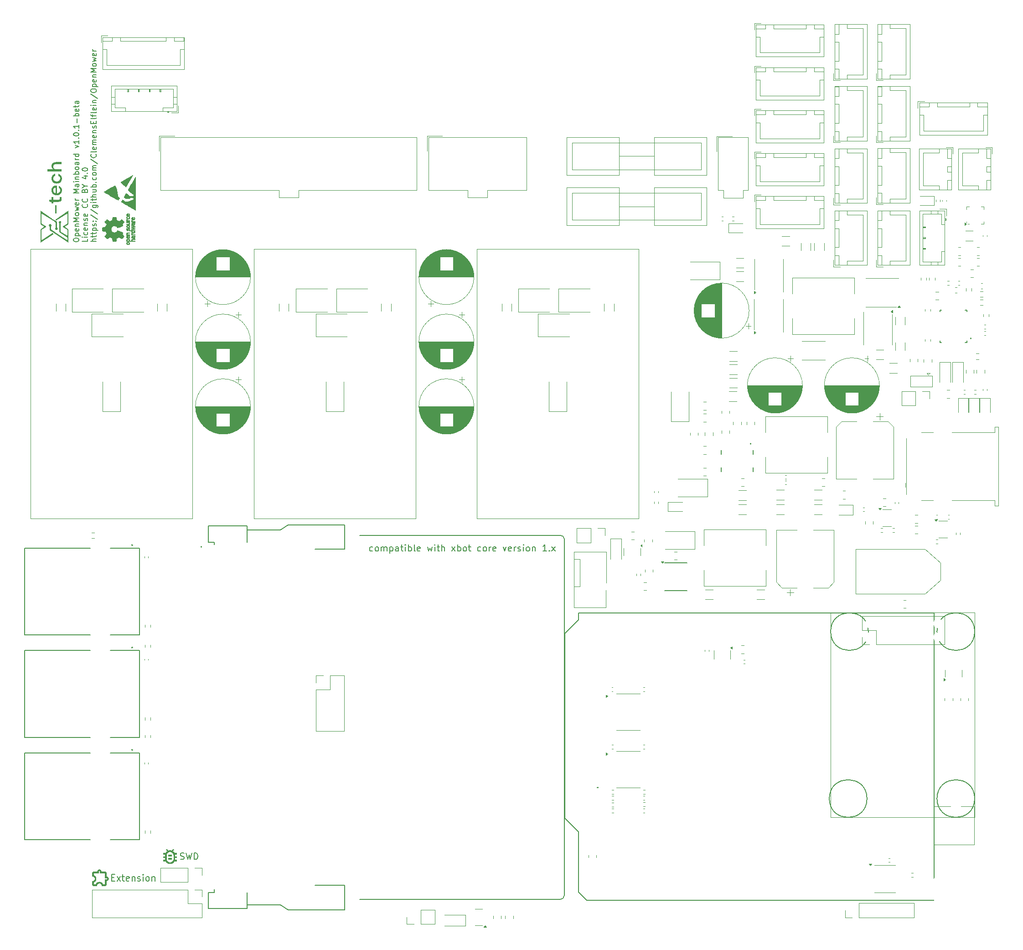
<source format=gto>
G04 #@! TF.GenerationSoftware,KiCad,Pcbnew,8.0.4+1*
G04 #@! TF.CreationDate,2024-10-19T19:49:52+00:00*
G04 #@! TF.ProjectId,hw-openmower-yardforce,68772d6f-7065-46e6-9d6f-7765722d7961,rev?*
G04 #@! TF.SameCoordinates,Original*
G04 #@! TF.FileFunction,Legend,Top*
G04 #@! TF.FilePolarity,Positive*
%FSLAX46Y46*%
G04 Gerber Fmt 4.6, Leading zero omitted, Abs format (unit mm)*
G04 Created by KiCad (PCBNEW 8.0.4+1) date 2024-10-19 19:49:52*
%MOMM*%
%LPD*%
G01*
G04 APERTURE LIST*
%ADD10C,0.000000*%
%ADD11C,0.150000*%
%ADD12C,0.200000*%
%ADD13C,0.120000*%
%ADD14C,0.127000*%
%ADD15C,0.100000*%
%ADD16C,0.010000*%
%ADD17C,6.000000*%
%ADD18R,2.000000X2.000000*%
%ADD19C,2.000000*%
%ADD20O,1.950000X1.700000*%
%ADD21O,1.700000X1.950000*%
%ADD22R,1.700000X1.700000*%
%ADD23O,1.700000X1.700000*%
%ADD24R,4.100000X4.100000*%
%ADD25C,3.250000*%
%ADD26C,1.602000*%
%ADD27C,1.734000*%
%ADD28C,2.649000*%
%ADD29O,1.727200X2.500000*%
%ADD30C,0.900000*%
%ADD31C,10.000000*%
%ADD32O,3.000000X1.700000*%
%ADD33O,1.700000X3.000000*%
%ADD34C,2.350000*%
%ADD35R,1.500000X1.500000*%
%ADD36C,1.500000*%
%ADD37C,3.000000*%
%ADD38O,2.700000X3.300000*%
%ADD39O,1.750000X1.200000*%
%ADD40C,1.600000*%
%ADD41C,1.100000*%
%ADD42O,8.400000X6.400000*%
%ADD43O,2.700000X3.500000*%
%ADD44R,2.030000X1.730000*%
%ADD45O,2.030000X1.730000*%
%ADD46O,2.000000X1.700000*%
%ADD47R,1.000000X1.500000*%
%ADD48R,1.550000X0.600000*%
%ADD49R,2.600000X3.100000*%
%ADD50C,3.500000*%
%ADD51R,1.230000X1.230000*%
%ADD52O,1.200000X1.750000*%
G04 APERTURE END LIST*
D10*
G36*
X48476607Y-174196500D02*
G01*
X48214669Y-174458437D01*
X48237211Y-174473599D01*
X48259194Y-174489319D01*
X48280619Y-174505597D01*
X48301486Y-174522434D01*
X48321795Y-174539828D01*
X48341545Y-174557780D01*
X48360738Y-174576291D01*
X48379373Y-174595359D01*
X48397449Y-174614986D01*
X48414967Y-174635171D01*
X48431927Y-174655914D01*
X48448330Y-174677215D01*
X48464174Y-174699074D01*
X48479459Y-174721491D01*
X48494187Y-174744466D01*
X48508357Y-174768000D01*
X48952857Y-174768000D01*
X48952857Y-175085500D01*
X48619482Y-175085500D01*
X48622303Y-175105344D01*
X48624815Y-175125187D01*
X48627016Y-175145031D01*
X48628908Y-175164875D01*
X48630489Y-175184719D01*
X48631760Y-175204562D01*
X48632721Y-175224406D01*
X48633372Y-175244250D01*
X48634241Y-175283937D01*
X48634861Y-175323625D01*
X48635233Y-175363312D01*
X48635357Y-175403000D01*
X48952857Y-175403000D01*
X48952857Y-175720500D01*
X48635357Y-175720500D01*
X48635233Y-175760187D01*
X48634861Y-175799875D01*
X48634241Y-175839562D01*
X48633372Y-175879250D01*
X48632721Y-175899094D01*
X48631760Y-175918937D01*
X48630489Y-175938781D01*
X48628908Y-175958625D01*
X48627016Y-175978469D01*
X48624815Y-175998312D01*
X48622303Y-176018156D01*
X48619482Y-176038000D01*
X48952857Y-176038000D01*
X48952857Y-176355500D01*
X48508357Y-176355500D01*
X48492118Y-176382909D01*
X48475150Y-176409574D01*
X48457453Y-176435495D01*
X48439028Y-176460672D01*
X48419874Y-176485105D01*
X48399992Y-176508793D01*
X48379380Y-176531737D01*
X48358041Y-176553938D01*
X48335972Y-176575394D01*
X48313175Y-176596105D01*
X48289649Y-176616073D01*
X48265395Y-176635297D01*
X48240412Y-176653776D01*
X48214700Y-176671512D01*
X48188260Y-176688503D01*
X48161091Y-176704750D01*
X48133411Y-176720129D01*
X48105436Y-176734515D01*
X48077166Y-176747910D01*
X48048602Y-176760312D01*
X48019743Y-176771722D01*
X47990590Y-176782140D01*
X47961142Y-176791566D01*
X47931400Y-176800000D01*
X47901363Y-176807441D01*
X47871031Y-176813890D01*
X47840405Y-176819347D01*
X47809485Y-176823812D01*
X47778270Y-176827285D01*
X47746760Y-176829765D01*
X47714956Y-176831254D01*
X47682857Y-176831750D01*
X47650758Y-176831254D01*
X47618954Y-176829765D01*
X47587444Y-176827285D01*
X47556229Y-176823812D01*
X47525308Y-176819347D01*
X47494682Y-176813890D01*
X47464351Y-176807441D01*
X47434314Y-176800000D01*
X47404572Y-176791566D01*
X47375124Y-176782140D01*
X47345970Y-176771722D01*
X47317112Y-176760312D01*
X47288548Y-176747910D01*
X47260278Y-176734515D01*
X47232303Y-176720129D01*
X47204623Y-176704750D01*
X47177454Y-176688503D01*
X47151013Y-176671512D01*
X47125302Y-176653776D01*
X47100319Y-176635297D01*
X47076065Y-176616073D01*
X47052539Y-176596105D01*
X47029742Y-176575394D01*
X47007673Y-176553938D01*
X46986334Y-176531737D01*
X46965722Y-176508793D01*
X46945840Y-176485105D01*
X46926686Y-176460672D01*
X46908261Y-176435495D01*
X46890564Y-176409574D01*
X46873596Y-176382909D01*
X46857357Y-176355500D01*
X46412857Y-176355500D01*
X46412857Y-176038000D01*
X46746232Y-176038000D01*
X46743410Y-176018156D01*
X46740899Y-175998312D01*
X46738698Y-175978469D01*
X46736806Y-175958625D01*
X46735225Y-175938781D01*
X46733954Y-175918937D01*
X46732992Y-175899094D01*
X46732341Y-175879250D01*
X47047857Y-175879250D01*
X47048586Y-175911697D01*
X47050771Y-175943556D01*
X47054415Y-175974825D01*
X47059515Y-176005506D01*
X47066073Y-176035597D01*
X47074088Y-176065099D01*
X47083560Y-176094012D01*
X47094490Y-176122336D01*
X47106877Y-176150071D01*
X47120721Y-176177216D01*
X47136022Y-176203773D01*
X47152781Y-176229740D01*
X47170997Y-176255118D01*
X47190670Y-176279908D01*
X47211800Y-176304108D01*
X47234388Y-176327719D01*
X47257999Y-176350307D01*
X47282199Y-176371437D01*
X47306988Y-176391110D01*
X47332367Y-176409326D01*
X47358334Y-176426085D01*
X47384891Y-176441386D01*
X47412036Y-176455230D01*
X47439771Y-176467617D01*
X47468095Y-176478547D01*
X47497008Y-176488019D01*
X47526510Y-176496034D01*
X47556601Y-176502592D01*
X47587281Y-176507692D01*
X47618551Y-176511335D01*
X47650409Y-176513521D01*
X47682857Y-176514250D01*
X47715305Y-176513521D01*
X47747163Y-176511335D01*
X47778433Y-176507692D01*
X47809113Y-176502592D01*
X47839204Y-176496034D01*
X47868706Y-176488019D01*
X47897619Y-176478547D01*
X47925943Y-176467617D01*
X47953678Y-176455230D01*
X47980823Y-176441386D01*
X48007380Y-176426085D01*
X48033347Y-176409326D01*
X48058725Y-176391110D01*
X48083515Y-176371437D01*
X48107715Y-176350307D01*
X48131326Y-176327719D01*
X48153913Y-176304108D01*
X48175044Y-176279908D01*
X48194717Y-176255118D01*
X48212933Y-176229740D01*
X48229692Y-176203773D01*
X48244993Y-176177216D01*
X48258837Y-176150071D01*
X48271224Y-176122336D01*
X48282154Y-176094012D01*
X48291626Y-176065099D01*
X48299641Y-176035597D01*
X48306199Y-176005506D01*
X48311299Y-175974825D01*
X48314942Y-175943556D01*
X48317128Y-175911697D01*
X48317857Y-175879250D01*
X48317857Y-175244250D01*
X48317128Y-175211802D01*
X48314942Y-175179944D01*
X48311299Y-175148674D01*
X48306199Y-175117994D01*
X48299641Y-175087903D01*
X48291626Y-175058401D01*
X48282154Y-175029488D01*
X48271224Y-175001164D01*
X48258837Y-174973429D01*
X48244993Y-174946284D01*
X48229692Y-174919727D01*
X48212933Y-174893760D01*
X48194717Y-174868381D01*
X48175044Y-174843592D01*
X48153913Y-174819392D01*
X48131326Y-174795781D01*
X48107715Y-174773193D01*
X48083515Y-174752063D01*
X48058725Y-174732390D01*
X48033347Y-174714174D01*
X48007380Y-174697415D01*
X47980823Y-174682114D01*
X47953678Y-174668270D01*
X47925943Y-174655883D01*
X47897619Y-174644953D01*
X47868706Y-174635481D01*
X47839204Y-174627466D01*
X47809113Y-174620908D01*
X47778433Y-174615808D01*
X47747163Y-174612164D01*
X47715305Y-174609979D01*
X47682857Y-174609250D01*
X47650409Y-174609979D01*
X47618551Y-174612164D01*
X47587281Y-174615808D01*
X47556601Y-174620908D01*
X47526510Y-174627466D01*
X47497008Y-174635481D01*
X47468095Y-174644953D01*
X47439771Y-174655883D01*
X47412036Y-174668270D01*
X47384891Y-174682114D01*
X47358334Y-174697415D01*
X47332367Y-174714174D01*
X47306988Y-174732390D01*
X47282199Y-174752063D01*
X47257999Y-174773193D01*
X47234388Y-174795781D01*
X47211800Y-174819392D01*
X47190670Y-174843592D01*
X47170997Y-174868381D01*
X47152781Y-174893760D01*
X47136022Y-174919727D01*
X47120721Y-174946284D01*
X47106877Y-174973429D01*
X47094490Y-175001164D01*
X47083560Y-175029488D01*
X47074088Y-175058401D01*
X47066073Y-175087903D01*
X47059515Y-175117994D01*
X47054415Y-175148674D01*
X47050771Y-175179944D01*
X47048586Y-175211802D01*
X47047857Y-175244250D01*
X47047857Y-175879250D01*
X46732341Y-175879250D01*
X46731473Y-175839562D01*
X46730853Y-175799875D01*
X46730481Y-175760187D01*
X46730357Y-175720500D01*
X46412857Y-175720500D01*
X46412857Y-175403000D01*
X46730357Y-175403000D01*
X46730481Y-175363312D01*
X46730853Y-175323625D01*
X46731473Y-175283937D01*
X46732341Y-175244250D01*
X46732992Y-175224406D01*
X46733954Y-175204562D01*
X46735225Y-175184719D01*
X46736806Y-175164875D01*
X46738698Y-175145031D01*
X46740899Y-175125187D01*
X46743410Y-175105344D01*
X46746232Y-175085500D01*
X46412857Y-175085500D01*
X46412857Y-174768000D01*
X46857357Y-174768000D01*
X46871465Y-174745366D01*
X46886006Y-174723103D01*
X46900982Y-174701213D01*
X46916392Y-174679695D01*
X46932236Y-174658549D01*
X46948514Y-174637775D01*
X46965226Y-174617373D01*
X46982373Y-174597344D01*
X46991139Y-174587499D01*
X47000077Y-174577810D01*
X47009185Y-174568276D01*
X47018463Y-174558896D01*
X47027912Y-174549672D01*
X47037532Y-174540603D01*
X47047322Y-174531689D01*
X47057283Y-174522930D01*
X47067414Y-174514326D01*
X47077716Y-174505876D01*
X47088188Y-174497582D01*
X47098831Y-174489443D01*
X47109644Y-174481459D01*
X47120628Y-174473630D01*
X47131782Y-174465956D01*
X47143107Y-174458437D01*
X46889107Y-174196500D01*
X47111357Y-173974250D01*
X47452669Y-174315562D01*
X47480513Y-174307191D01*
X47508480Y-174299936D01*
X47536571Y-174293796D01*
X47564787Y-174288773D01*
X47593126Y-174284867D01*
X47621589Y-174282076D01*
X47650177Y-174280402D01*
X47678888Y-174279844D01*
X47707600Y-174280402D01*
X47736187Y-174282076D01*
X47764650Y-174284867D01*
X47792990Y-174288773D01*
X47821205Y-174293796D01*
X47849296Y-174299936D01*
X47877264Y-174307191D01*
X47905107Y-174315562D01*
X48254357Y-173974250D01*
X48476607Y-174196500D01*
G37*
G36*
X27545847Y-46927590D02*
G01*
X26524186Y-46927590D01*
X26459167Y-46929266D01*
X26398342Y-46934292D01*
X26341712Y-46942669D01*
X26289276Y-46954396D01*
X26264632Y-46961516D01*
X26241035Y-46969473D01*
X26218488Y-46978268D01*
X26196989Y-46987901D01*
X26176539Y-46998371D01*
X26157138Y-47009678D01*
X26138785Y-47021823D01*
X26121481Y-47034805D01*
X26105225Y-47048625D01*
X26090019Y-47063282D01*
X26075861Y-47078777D01*
X26062752Y-47095109D01*
X26050691Y-47112278D01*
X26039679Y-47130284D01*
X26029716Y-47149128D01*
X26020802Y-47168809D01*
X26012936Y-47189328D01*
X26006119Y-47210683D01*
X26000351Y-47232876D01*
X25995632Y-47255906D01*
X25991961Y-47279774D01*
X25989339Y-47304478D01*
X25987766Y-47330020D01*
X25987241Y-47356399D01*
X25987853Y-47384065D01*
X25989689Y-47411136D01*
X25992748Y-47437610D01*
X25997031Y-47463487D01*
X26002538Y-47488767D01*
X26009268Y-47513450D01*
X26017222Y-47537536D01*
X26026399Y-47561024D01*
X26036800Y-47583916D01*
X26048424Y-47606210D01*
X26061272Y-47627906D01*
X26075343Y-47649005D01*
X26090637Y-47669506D01*
X26107155Y-47689408D01*
X26124896Y-47708713D01*
X26143860Y-47727420D01*
X26163960Y-47745261D01*
X26185108Y-47761949D01*
X26207305Y-47777486D01*
X26230550Y-47791870D01*
X26254844Y-47805102D01*
X26280186Y-47817183D01*
X26306577Y-47828113D01*
X26334016Y-47837891D01*
X26362505Y-47846518D01*
X26392042Y-47853994D01*
X26422628Y-47860319D01*
X26454262Y-47865494D01*
X26486946Y-47869519D01*
X26520678Y-47872393D01*
X26555459Y-47874118D01*
X26591289Y-47874692D01*
X27545847Y-47874692D01*
X27545848Y-48269947D01*
X24861164Y-48269947D01*
X24861164Y-47874692D01*
X25994700Y-47874692D01*
X25974935Y-47862761D01*
X25955708Y-47850262D01*
X25937018Y-47837193D01*
X25918867Y-47823556D01*
X25901253Y-47809350D01*
X25884178Y-47794575D01*
X25867640Y-47779231D01*
X25851641Y-47763319D01*
X25836179Y-47746839D01*
X25821256Y-47729790D01*
X25806871Y-47712172D01*
X25793025Y-47693986D01*
X25779716Y-47675231D01*
X25766946Y-47655908D01*
X25754715Y-47636017D01*
X25743022Y-47615557D01*
X25731960Y-47594684D01*
X25721611Y-47573532D01*
X25711976Y-47552102D01*
X25703055Y-47530394D01*
X25694846Y-47508408D01*
X25687352Y-47486143D01*
X25680571Y-47463602D01*
X25674503Y-47440782D01*
X25669149Y-47417686D01*
X25664509Y-47394312D01*
X25660583Y-47370661D01*
X25657371Y-47346733D01*
X25654872Y-47322529D01*
X25653087Y-47298048D01*
X25652016Y-47273291D01*
X25651659Y-47248258D01*
X25652475Y-47207336D01*
X25654923Y-47167519D01*
X25659002Y-47128809D01*
X25664713Y-47091204D01*
X25672055Y-47054706D01*
X25681028Y-47019313D01*
X25691633Y-46985027D01*
X25703869Y-46951848D01*
X25717736Y-46919775D01*
X25733234Y-46888808D01*
X25750363Y-46858949D01*
X25769122Y-46830196D01*
X25789513Y-46802550D01*
X25811533Y-46776012D01*
X25835185Y-46750580D01*
X25860466Y-46726256D01*
X25887375Y-46703229D01*
X25915885Y-46681687D01*
X25945995Y-46661631D01*
X25977706Y-46643061D01*
X26011018Y-46625976D01*
X26045931Y-46610377D01*
X26082446Y-46596264D01*
X26120562Y-46583637D01*
X26160279Y-46572495D01*
X26201599Y-46562839D01*
X26244520Y-46554668D01*
X26289044Y-46547983D01*
X26335170Y-46542784D01*
X26382899Y-46539070D01*
X26432230Y-46536842D01*
X26483164Y-46536099D01*
X27545847Y-46536099D01*
X27545847Y-46927590D01*
G37*
G36*
X28833364Y-58055806D02*
G01*
X28095961Y-58537253D01*
X28833364Y-59018726D01*
X28833364Y-61480180D01*
X26210950Y-59767993D01*
X25990873Y-59624312D01*
X25295384Y-59170213D01*
X25295384Y-58485866D01*
X25282527Y-58477722D01*
X25270242Y-58468799D01*
X25258565Y-58459132D01*
X25247531Y-58448754D01*
X25237177Y-58437701D01*
X25227537Y-58426006D01*
X25218646Y-58413705D01*
X25210541Y-58400831D01*
X25203256Y-58387419D01*
X25196828Y-58373505D01*
X25191292Y-58359121D01*
X25186682Y-58344303D01*
X25183035Y-58329085D01*
X25180387Y-58313501D01*
X25178771Y-58297587D01*
X25178225Y-58281376D01*
X25178534Y-58269156D01*
X25179451Y-58257097D01*
X25180961Y-58245213D01*
X25183049Y-58233519D01*
X25185701Y-58222031D01*
X25188901Y-58210763D01*
X25192634Y-58199729D01*
X25196886Y-58188946D01*
X25201641Y-58178427D01*
X25206885Y-58168188D01*
X25212603Y-58158244D01*
X25218780Y-58148610D01*
X25225400Y-58139300D01*
X25232450Y-58130329D01*
X25239913Y-58121713D01*
X25247776Y-58113466D01*
X25256023Y-58105603D01*
X25264639Y-58098140D01*
X25273610Y-58091090D01*
X25282920Y-58084470D01*
X25292554Y-58078293D01*
X25302498Y-58072576D01*
X25312737Y-58067331D01*
X25323256Y-58062576D01*
X25334039Y-58058324D01*
X25345072Y-58054591D01*
X25356341Y-58051391D01*
X25367829Y-58048739D01*
X25379523Y-58046651D01*
X25391407Y-58045141D01*
X25403466Y-58044224D01*
X25415685Y-58043915D01*
X25427906Y-58044224D01*
X25439966Y-58045141D01*
X25451851Y-58046651D01*
X25463546Y-58048739D01*
X25475035Y-58051391D01*
X25486304Y-58054591D01*
X25497338Y-58058324D01*
X25508122Y-58062576D01*
X25518642Y-58067331D01*
X25528881Y-58072576D01*
X25538826Y-58078293D01*
X25548461Y-58084470D01*
X25557771Y-58091090D01*
X25566742Y-58098140D01*
X25575359Y-58105603D01*
X25583606Y-58113466D01*
X25591469Y-58121713D01*
X25598933Y-58130329D01*
X25605982Y-58139300D01*
X25612603Y-58148610D01*
X25618780Y-58158244D01*
X25624498Y-58168188D01*
X25629742Y-58178427D01*
X25634497Y-58188946D01*
X25638749Y-58199729D01*
X25642482Y-58210763D01*
X25645682Y-58222031D01*
X25648334Y-58233519D01*
X25650422Y-58245213D01*
X25651932Y-58257097D01*
X25652849Y-58269156D01*
X25653158Y-58281376D01*
X25653021Y-58289516D01*
X25652612Y-58297587D01*
X25651936Y-58305583D01*
X25650997Y-58313501D01*
X25649799Y-58321336D01*
X25648348Y-58329084D01*
X25646647Y-58336740D01*
X25644701Y-58344301D01*
X25642515Y-58351762D01*
X25640092Y-58359118D01*
X25637438Y-58366366D01*
X25634556Y-58373501D01*
X25631451Y-58380519D01*
X25628128Y-58387416D01*
X25624591Y-58394186D01*
X25620844Y-58400826D01*
X25616892Y-58407332D01*
X25612740Y-58413700D01*
X25608391Y-58419924D01*
X25603850Y-58426001D01*
X25599122Y-58431926D01*
X25594211Y-58437695D01*
X25589121Y-58443304D01*
X25583858Y-58448749D01*
X25578424Y-58454025D01*
X25572826Y-58459127D01*
X25567066Y-58464052D01*
X25561150Y-58468796D01*
X25555083Y-58473353D01*
X25548867Y-58477720D01*
X25542509Y-58481892D01*
X25536012Y-58485866D01*
X25536012Y-59039961D01*
X26958989Y-59969032D01*
X28592738Y-61035709D01*
X28592738Y-60511586D01*
X27115232Y-59546908D01*
X27115232Y-57905663D01*
X27102174Y-57897560D01*
X27089694Y-57888657D01*
X27077828Y-57878991D01*
X27066614Y-57868597D01*
X27056088Y-57857509D01*
X27046285Y-57845765D01*
X27037244Y-57833398D01*
X27028999Y-57820446D01*
X27021588Y-57806943D01*
X27015046Y-57792924D01*
X27009412Y-57778426D01*
X27004719Y-57763484D01*
X27001007Y-57748133D01*
X26998309Y-57732409D01*
X26996664Y-57716347D01*
X26996108Y-57699983D01*
X26996417Y-57687764D01*
X26997334Y-57675705D01*
X26998844Y-57663821D01*
X27000932Y-57652128D01*
X27003584Y-57640639D01*
X27006784Y-57629371D01*
X27010517Y-57618338D01*
X27014769Y-57607554D01*
X27019525Y-57597036D01*
X27024769Y-57586797D01*
X27030487Y-57576853D01*
X27036663Y-57567219D01*
X27043284Y-57557909D01*
X27050334Y-57548938D01*
X27057798Y-57540322D01*
X27065661Y-57532075D01*
X27073908Y-57524213D01*
X27082524Y-57516749D01*
X27091495Y-57509700D01*
X27100806Y-57503079D01*
X27110441Y-57496903D01*
X27120385Y-57491185D01*
X27130625Y-57485941D01*
X27141144Y-57481185D01*
X27151928Y-57476934D01*
X27162962Y-57473200D01*
X27174231Y-57470000D01*
X27185721Y-57467349D01*
X27197415Y-57465261D01*
X27209300Y-57463750D01*
X27221360Y-57462833D01*
X27233581Y-57462524D01*
X27245802Y-57462833D01*
X27257862Y-57463750D01*
X27269747Y-57465261D01*
X27281441Y-57467349D01*
X27292931Y-57470000D01*
X27304200Y-57473200D01*
X27315234Y-57476934D01*
X27326018Y-57481185D01*
X27336537Y-57485941D01*
X27346777Y-57491185D01*
X27356721Y-57496903D01*
X27366356Y-57503079D01*
X27375667Y-57509700D01*
X27384638Y-57516749D01*
X27393254Y-57524213D01*
X27401501Y-57532075D01*
X27409364Y-57540322D01*
X27416828Y-57548938D01*
X27423878Y-57557909D01*
X27430499Y-57567219D01*
X27436675Y-57576853D01*
X27442393Y-57586797D01*
X27447637Y-57597036D01*
X27452393Y-57607554D01*
X27456645Y-57618338D01*
X27460378Y-57629371D01*
X27463578Y-57640639D01*
X27466230Y-57652128D01*
X27468318Y-57663821D01*
X27469828Y-57675705D01*
X27470745Y-57687764D01*
X27471054Y-57699983D01*
X27470919Y-57708048D01*
X27470518Y-57716044D01*
X27469854Y-57723967D01*
X27468932Y-57731813D01*
X27467756Y-57739578D01*
X27466331Y-57747257D01*
X27464661Y-57754847D01*
X27462749Y-57762343D01*
X27460602Y-57769742D01*
X27458222Y-57777038D01*
X27455614Y-57784228D01*
X27452783Y-57791307D01*
X27449732Y-57798272D01*
X27446467Y-57805118D01*
X27442991Y-57811842D01*
X27439309Y-57818438D01*
X27435424Y-57824903D01*
X27431342Y-57831232D01*
X27427067Y-57837422D01*
X27422603Y-57843468D01*
X27417954Y-57849366D01*
X27413124Y-57855112D01*
X27408119Y-57860701D01*
X27402942Y-57866130D01*
X27397597Y-57871395D01*
X27392089Y-57876490D01*
X27386423Y-57881413D01*
X27380602Y-57886158D01*
X27374630Y-57890722D01*
X27368513Y-57895101D01*
X27362255Y-57899290D01*
X27355859Y-57903285D01*
X27355859Y-59416642D01*
X28592738Y-60224211D01*
X28592738Y-59148990D01*
X27655809Y-58537266D01*
X28592738Y-57925566D01*
X28592738Y-56038848D01*
X26572886Y-57357616D01*
X26352809Y-57213935D01*
X28833364Y-55594364D01*
X28833364Y-58055806D01*
G37*
G36*
X48000357Y-175403000D02*
G01*
X47365357Y-175403000D01*
X47365357Y-175085500D01*
X48000357Y-175085500D01*
X48000357Y-175403000D01*
G37*
G36*
X26628577Y-56062835D02*
G01*
X26296729Y-56062835D01*
X26296729Y-54545264D01*
X26628577Y-54545264D01*
X26628577Y-56062835D01*
G37*
G36*
X48000357Y-176038000D02*
G01*
X47365357Y-176038000D01*
X47365357Y-175720500D01*
X48000357Y-175720500D01*
X48000357Y-176038000D01*
G37*
G36*
X26963723Y-48707248D02*
G01*
X26999658Y-48717185D01*
X27034690Y-48728462D01*
X27068818Y-48741076D01*
X27102043Y-48755030D01*
X27134364Y-48770323D01*
X27165782Y-48786956D01*
X27196297Y-48804927D01*
X27225907Y-48824239D01*
X27254615Y-48844889D01*
X27282418Y-48866880D01*
X27309318Y-48890210D01*
X27335314Y-48914881D01*
X27360406Y-48940891D01*
X27384595Y-48968242D01*
X27407879Y-48996933D01*
X27430007Y-49026719D01*
X27450707Y-49057350D01*
X27469978Y-49088827D01*
X27487821Y-49121149D01*
X27504236Y-49154315D01*
X27519223Y-49188327D01*
X27532782Y-49223183D01*
X27544914Y-49258884D01*
X27555617Y-49295430D01*
X27564893Y-49332819D01*
X27572742Y-49371054D01*
X27579164Y-49410132D01*
X27584158Y-49450054D01*
X27587725Y-49490821D01*
X27589865Y-49532431D01*
X27590579Y-49574885D01*
X27590580Y-49574885D01*
X27590099Y-49608688D01*
X27588657Y-49642038D01*
X27586254Y-49674937D01*
X27582890Y-49707383D01*
X27578565Y-49739377D01*
X27573278Y-49770920D01*
X27567030Y-49802010D01*
X27559821Y-49832648D01*
X27551650Y-49862834D01*
X27542518Y-49892568D01*
X27532425Y-49921850D01*
X27521371Y-49950679D01*
X27509355Y-49979057D01*
X27496378Y-50006982D01*
X27482439Y-50034455D01*
X27467539Y-50061476D01*
X27451787Y-50087923D01*
X27435292Y-50113640D01*
X27418054Y-50138627D01*
X27400074Y-50162885D01*
X27381350Y-50186413D01*
X27361884Y-50209211D01*
X27341676Y-50231280D01*
X27320724Y-50252618D01*
X27299030Y-50273227D01*
X27276593Y-50293107D01*
X27253413Y-50312256D01*
X27229491Y-50330676D01*
X27204826Y-50348366D01*
X27179418Y-50365327D01*
X27153267Y-50381557D01*
X27126374Y-50397058D01*
X27098837Y-50411737D01*
X27070763Y-50425469D01*
X27042150Y-50438253D01*
X27012999Y-50450089D01*
X26983309Y-50460978D01*
X26953081Y-50470919D01*
X26922314Y-50479914D01*
X26891007Y-50487961D01*
X26859161Y-50495061D01*
X26826777Y-50501214D01*
X26793852Y-50506420D01*
X26760388Y-50510679D01*
X26726384Y-50513992D01*
X26691840Y-50516358D01*
X26656756Y-50517777D01*
X26621132Y-50518251D01*
X26585514Y-50517777D01*
X26550434Y-50516358D01*
X26515892Y-50513992D01*
X26481889Y-50510679D01*
X26448424Y-50506420D01*
X26415498Y-50501214D01*
X26383110Y-50495061D01*
X26351261Y-50487961D01*
X26319951Y-50479914D01*
X26289180Y-50470919D01*
X26258948Y-50460978D01*
X26229255Y-50450089D01*
X26200102Y-50438253D01*
X26171488Y-50425469D01*
X26143413Y-50411737D01*
X26115879Y-50397058D01*
X26088983Y-50381557D01*
X26062830Y-50365326D01*
X26037420Y-50348366D01*
X26012754Y-50330676D01*
X25988830Y-50312256D01*
X25965649Y-50293106D01*
X25943211Y-50273227D01*
X25921516Y-50252618D01*
X25900564Y-50231279D01*
X25880355Y-50209211D01*
X25860889Y-50186413D01*
X25842165Y-50162885D01*
X25824185Y-50138627D01*
X25806947Y-50113640D01*
X25790452Y-50087923D01*
X25774699Y-50061476D01*
X25759799Y-50034455D01*
X25745861Y-50006982D01*
X25732883Y-49979057D01*
X25720867Y-49950679D01*
X25709813Y-49921850D01*
X25699720Y-49892568D01*
X25690588Y-49862834D01*
X25682417Y-49832648D01*
X25675208Y-49802010D01*
X25668960Y-49770920D01*
X25663674Y-49739377D01*
X25659348Y-49707383D01*
X25655984Y-49674937D01*
X25653581Y-49642038D01*
X25652139Y-49608688D01*
X25651659Y-49574885D01*
X25652358Y-49532439D01*
X25654455Y-49490851D01*
X25657951Y-49450121D01*
X25662845Y-49410250D01*
X25669137Y-49371239D01*
X25676827Y-49333086D01*
X25685916Y-49295792D01*
X25696403Y-49259357D01*
X25708288Y-49223781D01*
X25721572Y-49189065D01*
X25736254Y-49155208D01*
X25752333Y-49122211D01*
X25769812Y-49090073D01*
X25788688Y-49058795D01*
X25808963Y-49028377D01*
X25830636Y-48998818D01*
X25853504Y-48970338D01*
X25877362Y-48943152D01*
X25902212Y-48917263D01*
X25928052Y-48892669D01*
X25954883Y-48869371D01*
X25982705Y-48847368D01*
X26011516Y-48826662D01*
X26041318Y-48807252D01*
X26072110Y-48789138D01*
X26103892Y-48772321D01*
X26136664Y-48756800D01*
X26170426Y-48742576D01*
X26205177Y-48729649D01*
X26240917Y-48718019D01*
X26277647Y-48707685D01*
X26315366Y-48698650D01*
X26315366Y-49112528D01*
X26296520Y-49117542D01*
X26278199Y-49123256D01*
X26260402Y-49129668D01*
X26243130Y-49136779D01*
X26226382Y-49144590D01*
X26210159Y-49153099D01*
X26194459Y-49162306D01*
X26179283Y-49172212D01*
X26164631Y-49182817D01*
X26150503Y-49194120D01*
X26136899Y-49206122D01*
X26123818Y-49218822D01*
X26111261Y-49232220D01*
X26099227Y-49246316D01*
X26087717Y-49261111D01*
X26076729Y-49276603D01*
X26066346Y-49292626D01*
X26056632Y-49308999D01*
X26047587Y-49325722D01*
X26039212Y-49342793D01*
X26031507Y-49360214D01*
X26024471Y-49377985D01*
X26018105Y-49396104D01*
X26012409Y-49414573D01*
X26007383Y-49433390D01*
X26003027Y-49452557D01*
X25999341Y-49472073D01*
X25996325Y-49491938D01*
X25993979Y-49512151D01*
X25992304Y-49532714D01*
X25991298Y-49553625D01*
X25990963Y-49574885D01*
X25991247Y-49592975D01*
X25992099Y-49610891D01*
X25993520Y-49628632D01*
X25995509Y-49646198D01*
X25998065Y-49663590D01*
X26001190Y-49680807D01*
X26004883Y-49697849D01*
X26009144Y-49714716D01*
X26013973Y-49731408D01*
X26019370Y-49747925D01*
X26025335Y-49764268D01*
X26031868Y-49780435D01*
X26038968Y-49796427D01*
X26046636Y-49812243D01*
X26054872Y-49827885D01*
X26063676Y-49843351D01*
X26073028Y-49858543D01*
X26082904Y-49873357D01*
X26093304Y-49887792D01*
X26104228Y-49901849D01*
X26115676Y-49915528D01*
X26127649Y-49928827D01*
X26140145Y-49941749D01*
X26153166Y-49954291D01*
X26166711Y-49966454D01*
X26180780Y-49978238D01*
X26195373Y-49989644D01*
X26210491Y-50000669D01*
X26226133Y-50011316D01*
X26242299Y-50021583D01*
X26258990Y-50031470D01*
X26276205Y-50040977D01*
X26293939Y-50050013D01*
X26312184Y-50058464D01*
X26330939Y-50066331D01*
X26350205Y-50073615D01*
X26369980Y-50080315D01*
X26390265Y-50086431D01*
X26411059Y-50091964D01*
X26432364Y-50096913D01*
X26454178Y-50101280D01*
X26476501Y-50105064D01*
X26499333Y-50108265D01*
X26522675Y-50110884D01*
X26546526Y-50112921D01*
X26570886Y-50114375D01*
X26595754Y-50115248D01*
X26621131Y-50115539D01*
X26646512Y-50115248D01*
X26671383Y-50114375D01*
X26695743Y-50112921D01*
X26719593Y-50110884D01*
X26742932Y-50108265D01*
X26765762Y-50105064D01*
X26788081Y-50101280D01*
X26809891Y-50096913D01*
X26831191Y-50091964D01*
X26851982Y-50086431D01*
X26872263Y-50080315D01*
X26892035Y-50073615D01*
X26911298Y-50066331D01*
X26930051Y-50058464D01*
X26948296Y-50050013D01*
X26966032Y-50040977D01*
X26983255Y-50031470D01*
X26999967Y-50021583D01*
X27016171Y-50011316D01*
X27031864Y-50000669D01*
X27047048Y-49989644D01*
X27061723Y-49978238D01*
X27075887Y-49966454D01*
X27089543Y-49954291D01*
X27102688Y-49941749D01*
X27115324Y-49928827D01*
X27127450Y-49915528D01*
X27139067Y-49901849D01*
X27150173Y-49887792D01*
X27160770Y-49873357D01*
X27170858Y-49858543D01*
X27180435Y-49843351D01*
X27189470Y-49827885D01*
X27197922Y-49812243D01*
X27205789Y-49796427D01*
X27213072Y-49780435D01*
X27219772Y-49764267D01*
X27225888Y-49747925D01*
X27231421Y-49731408D01*
X27236370Y-49714715D01*
X27240737Y-49697848D01*
X27244521Y-49680806D01*
X27247723Y-49663589D01*
X27250341Y-49646198D01*
X27252378Y-49628631D01*
X27253833Y-49610891D01*
X27254705Y-49592975D01*
X27254996Y-49574885D01*
X27254661Y-49553625D01*
X27253657Y-49532714D01*
X27251984Y-49512151D01*
X27249641Y-49491938D01*
X27246628Y-49472073D01*
X27242945Y-49452557D01*
X27238592Y-49433390D01*
X27233569Y-49414573D01*
X27227875Y-49396104D01*
X27221510Y-49377985D01*
X27214475Y-49360214D01*
X27206769Y-49342793D01*
X27198391Y-49325722D01*
X27189342Y-49308999D01*
X27179622Y-49292626D01*
X27169230Y-49276603D01*
X27158239Y-49261111D01*
X27146693Y-49246316D01*
X27134593Y-49232220D01*
X27121938Y-49218822D01*
X27108728Y-49206122D01*
X27094965Y-49194120D01*
X27080648Y-49182817D01*
X27065776Y-49172212D01*
X27050351Y-49162306D01*
X27034373Y-49153099D01*
X27017840Y-49144590D01*
X27000755Y-49136779D01*
X26983117Y-49129668D01*
X26964925Y-49123256D01*
X26946181Y-49117542D01*
X26926884Y-49112528D01*
X26926884Y-48698650D01*
X26963723Y-48707248D01*
G37*
G36*
X27590591Y-51763648D02*
G01*
X27590118Y-51797438D01*
X27588697Y-51830747D01*
X27586328Y-51863575D01*
X27583011Y-51895922D01*
X27578748Y-51927787D01*
X27573538Y-51959172D01*
X27567381Y-51990075D01*
X27560278Y-52020496D01*
X27552228Y-52050436D01*
X27543232Y-52079894D01*
X27533291Y-52108871D01*
X27522403Y-52137366D01*
X27510570Y-52165379D01*
X27497792Y-52192911D01*
X27484068Y-52219960D01*
X27469400Y-52246528D01*
X27453887Y-52272510D01*
X27437629Y-52297777D01*
X27420628Y-52322329D01*
X27402883Y-52346166D01*
X27384394Y-52369289D01*
X27365162Y-52391698D01*
X27345186Y-52413392D01*
X27324467Y-52434373D01*
X27303005Y-52454639D01*
X27280799Y-52474191D01*
X27257851Y-52493029D01*
X27234160Y-52511153D01*
X27209726Y-52528564D01*
X27184549Y-52545261D01*
X27158631Y-52561244D01*
X27131970Y-52576514D01*
X27104665Y-52590970D01*
X27076806Y-52604492D01*
X27048393Y-52617080D01*
X27019425Y-52628734D01*
X26989903Y-52639455D01*
X26959827Y-52649243D01*
X26929196Y-52658097D01*
X26898012Y-52666019D01*
X26866272Y-52673008D01*
X26833979Y-52679065D01*
X26801131Y-52684189D01*
X26767728Y-52688381D01*
X26733772Y-52691641D01*
X26699261Y-52693970D01*
X26664196Y-52695367D01*
X26628576Y-52695832D01*
X26592499Y-52695373D01*
X26556975Y-52693997D01*
X26522006Y-52691702D01*
X26487590Y-52688490D01*
X26453729Y-52684360D01*
X26445877Y-52683170D01*
X26420421Y-52679312D01*
X26387666Y-52673347D01*
X26355464Y-52666464D01*
X26323816Y-52658664D01*
X26292721Y-52649946D01*
X26262178Y-52640311D01*
X26232188Y-52629758D01*
X26202751Y-52618288D01*
X26173866Y-52605901D01*
X26145533Y-52592596D01*
X26117752Y-52578375D01*
X26090633Y-52563330D01*
X26064271Y-52547557D01*
X26038665Y-52531056D01*
X26013817Y-52513827D01*
X25989725Y-52495869D01*
X25966391Y-52477184D01*
X25943814Y-52457769D01*
X25921995Y-52437627D01*
X25900932Y-52416756D01*
X25880628Y-52395156D01*
X25861081Y-52372829D01*
X25842291Y-52349773D01*
X25824260Y-52325988D01*
X25806986Y-52301475D01*
X25790470Y-52276233D01*
X25774713Y-52250263D01*
X25759813Y-52223665D01*
X25745874Y-52196527D01*
X25732896Y-52168848D01*
X25720879Y-52140629D01*
X25709823Y-52111870D01*
X25699729Y-52082571D01*
X25690596Y-52052732D01*
X25682425Y-52022354D01*
X25675214Y-51991437D01*
X25668965Y-51959980D01*
X25663678Y-51927986D01*
X25659351Y-51895452D01*
X25655986Y-51862380D01*
X25653583Y-51828771D01*
X25652141Y-51794623D01*
X25651711Y-51763648D01*
X25976062Y-51763648D01*
X25976521Y-51788183D01*
X25977897Y-51812367D01*
X25980191Y-51836201D01*
X25983402Y-51859684D01*
X25987531Y-51882817D01*
X25992577Y-51905599D01*
X25998541Y-51928032D01*
X26005423Y-51950113D01*
X26013222Y-51971845D01*
X26021939Y-51993227D01*
X26031573Y-52014259D01*
X26042124Y-52034940D01*
X26053594Y-52055272D01*
X26065980Y-52075255D01*
X26079284Y-52094887D01*
X26093506Y-52114170D01*
X26108648Y-52132816D01*
X26124707Y-52150529D01*
X26141684Y-52167308D01*
X26159578Y-52183155D01*
X26178390Y-52198068D01*
X26198119Y-52212049D01*
X26218766Y-52225097D01*
X26240331Y-52237212D01*
X26262813Y-52248396D01*
X26286212Y-52258647D01*
X26310529Y-52267967D01*
X26335764Y-52276354D01*
X26361916Y-52283811D01*
X26388985Y-52290336D01*
X26416973Y-52295929D01*
X26445877Y-52300592D01*
X26445877Y-51256544D01*
X26419199Y-51258454D01*
X26393218Y-51261384D01*
X26367936Y-51265334D01*
X26343352Y-51270303D01*
X26319466Y-51276292D01*
X26296279Y-51283300D01*
X26273790Y-51291327D01*
X26252000Y-51300374D01*
X26230908Y-51310440D01*
X26210515Y-51321525D01*
X26190821Y-51333630D01*
X26171826Y-51346753D01*
X26153530Y-51360896D01*
X26135933Y-51376058D01*
X26119036Y-51392239D01*
X26102838Y-51409440D01*
X26087493Y-51427432D01*
X26073137Y-51445977D01*
X26059770Y-51465074D01*
X26047391Y-51484722D01*
X26036002Y-51504924D01*
X26025603Y-51525677D01*
X26016192Y-51546984D01*
X26007772Y-51568843D01*
X26000341Y-51591256D01*
X25993901Y-51614222D01*
X25988451Y-51637741D01*
X25983991Y-51661815D01*
X25980522Y-51686442D01*
X25978044Y-51711623D01*
X25976557Y-51737358D01*
X25976062Y-51763648D01*
X25651711Y-51763648D01*
X25651660Y-51759938D01*
X25652134Y-51726195D01*
X25653555Y-51693005D01*
X25655923Y-51660366D01*
X25659239Y-51628280D01*
X25663501Y-51596746D01*
X25668710Y-51565765D01*
X25674866Y-51535337D01*
X25681968Y-51505461D01*
X25690016Y-51476139D01*
X25699011Y-51447369D01*
X25708951Y-51419153D01*
X25719838Y-51391490D01*
X25731670Y-51364380D01*
X25744448Y-51337825D01*
X25758171Y-51311823D01*
X25772839Y-51286374D01*
X25788305Y-51261557D01*
X25804395Y-51237439D01*
X25821111Y-51214019D01*
X25838452Y-51191299D01*
X25856419Y-51169277D01*
X25875011Y-51147954D01*
X25894229Y-51127329D01*
X25914074Y-51107404D01*
X25934544Y-51088178D01*
X25955641Y-51069652D01*
X25977364Y-51051824D01*
X25999713Y-51034696D01*
X26022690Y-51018267D01*
X26046293Y-51002538D01*
X26070523Y-50987508D01*
X26095381Y-50973178D01*
X26120710Y-50959630D01*
X26146359Y-50946957D01*
X26172330Y-50935158D01*
X26198621Y-50924234D01*
X26225233Y-50914183D01*
X26252165Y-50905007D01*
X26279417Y-50896706D01*
X26306990Y-50889278D01*
X26334884Y-50882724D01*
X26363097Y-50877045D01*
X26391631Y-50872239D01*
X26420485Y-50868308D01*
X26449659Y-50865250D01*
X26479153Y-50863066D01*
X26508967Y-50861755D01*
X26539102Y-50861318D01*
X26558107Y-50861436D01*
X26577804Y-50861788D01*
X26598188Y-50862371D01*
X26619259Y-50863180D01*
X26641293Y-50864250D01*
X26664489Y-50865540D01*
X26688841Y-50867045D01*
X26714343Y-50868763D01*
X26714343Y-52308064D01*
X26747401Y-52305189D01*
X26779454Y-52301222D01*
X26810501Y-52296163D01*
X26840543Y-52290011D01*
X26869579Y-52282767D01*
X26897611Y-52274430D01*
X26924637Y-52265000D01*
X26950658Y-52254477D01*
X26975673Y-52242862D01*
X26999684Y-52230153D01*
X27022689Y-52216350D01*
X27044689Y-52201455D01*
X27065684Y-52185465D01*
X27085674Y-52168382D01*
X27104659Y-52150205D01*
X27122638Y-52130934D01*
X27139569Y-52110931D01*
X27155408Y-52090536D01*
X27170155Y-52069748D01*
X27183810Y-52048566D01*
X27196372Y-52026991D01*
X27207843Y-52005022D01*
X27218221Y-51982659D01*
X27227507Y-51959902D01*
X27235700Y-51936752D01*
X27242802Y-51913207D01*
X27248810Y-51889267D01*
X27253727Y-51864933D01*
X27257551Y-51840205D01*
X27260282Y-51815081D01*
X27261921Y-51789563D01*
X27262467Y-51763649D01*
X27262169Y-51742887D01*
X27261273Y-51722548D01*
X27259781Y-51702632D01*
X27257691Y-51683139D01*
X27255004Y-51664068D01*
X27251720Y-51645420D01*
X27247839Y-51627195D01*
X27243360Y-51609391D01*
X27238285Y-51592009D01*
X27232612Y-51575049D01*
X27226342Y-51558510D01*
X27219475Y-51542393D01*
X27212010Y-51526696D01*
X27203948Y-51511420D01*
X27195289Y-51496565D01*
X27186033Y-51482130D01*
X27176271Y-51468147D01*
X27166086Y-51454614D01*
X27155479Y-51441531D01*
X27144448Y-51428899D01*
X27132994Y-51416717D01*
X27121118Y-51404985D01*
X27108818Y-51393705D01*
X27096095Y-51382875D01*
X27082949Y-51372497D01*
X27069380Y-51362570D01*
X27055387Y-51353095D01*
X27040971Y-51344071D01*
X27026132Y-51335499D01*
X27010870Y-51327380D01*
X26995184Y-51319712D01*
X26979074Y-51312497D01*
X26979074Y-50917243D01*
X27011369Y-50927146D01*
X27042994Y-50938199D01*
X27073948Y-50950402D01*
X27104231Y-50963755D01*
X27133845Y-50978259D01*
X27162788Y-50993912D01*
X27191060Y-51010715D01*
X27218662Y-51028668D01*
X27245593Y-51047770D01*
X27271854Y-51068022D01*
X27297445Y-51089423D01*
X27322364Y-51111973D01*
X27346614Y-51135672D01*
X27370192Y-51160521D01*
X27393100Y-51186518D01*
X27415338Y-51213664D01*
X27436566Y-51241818D01*
X27456424Y-51270802D01*
X27474911Y-51300615D01*
X27492028Y-51331258D01*
X27507775Y-51362730D01*
X27522151Y-51395031D01*
X27535157Y-51428161D01*
X27546793Y-51462121D01*
X27557060Y-51496910D01*
X27565958Y-51532528D01*
X27573486Y-51568976D01*
X27579644Y-51606252D01*
X27584434Y-51644358D01*
X27587856Y-51683292D01*
X27589908Y-51723056D01*
X27590591Y-51763648D01*
G37*
G36*
X26028264Y-53508724D02*
G01*
X26941800Y-53508724D01*
X26960543Y-53508469D01*
X26978543Y-53507705D01*
X26995798Y-53506431D01*
X27012310Y-53504647D01*
X27028078Y-53502354D01*
X27043102Y-53499550D01*
X27057384Y-53496237D01*
X27070921Y-53492414D01*
X27083715Y-53488080D01*
X27095766Y-53483237D01*
X27107074Y-53477883D01*
X27117639Y-53472018D01*
X27127460Y-53465644D01*
X27136539Y-53458759D01*
X27144875Y-53451363D01*
X27152468Y-53443456D01*
X27159474Y-53434937D01*
X27166028Y-53425673D01*
X27172128Y-53415665D01*
X27177774Y-53404913D01*
X27182968Y-53393418D01*
X27187709Y-53381178D01*
X27191998Y-53368195D01*
X27195834Y-53354468D01*
X27199218Y-53339997D01*
X27202150Y-53324782D01*
X27204631Y-53308825D01*
X27206660Y-53292123D01*
X27208238Y-53274679D01*
X27209364Y-53256491D01*
X27210040Y-53237560D01*
X27210265Y-53217886D01*
X27210265Y-53005344D01*
X27545848Y-53005344D01*
X27545848Y-53311099D01*
X27545331Y-53344690D01*
X27543780Y-53377408D01*
X27541196Y-53409251D01*
X27537578Y-53440220D01*
X27532926Y-53470315D01*
X27527240Y-53499535D01*
X27520520Y-53527881D01*
X27512766Y-53555353D01*
X27503978Y-53581949D01*
X27494155Y-53607671D01*
X27483297Y-53632518D01*
X27471405Y-53656491D01*
X27458478Y-53679588D01*
X27444517Y-53701810D01*
X27429520Y-53723156D01*
X27413489Y-53743628D01*
X27405016Y-53753494D01*
X27396139Y-53763047D01*
X27386857Y-53772286D01*
X27377170Y-53781212D01*
X27367079Y-53789825D01*
X27356584Y-53798124D01*
X27334380Y-53813783D01*
X27310559Y-53828189D01*
X27285121Y-53841342D01*
X27258065Y-53853241D01*
X27229392Y-53863888D01*
X27199102Y-53873282D01*
X27167195Y-53881423D01*
X27133671Y-53888312D01*
X27098530Y-53893948D01*
X27061772Y-53898331D01*
X27023398Y-53901462D01*
X26983407Y-53903341D01*
X26941800Y-53903967D01*
X26028264Y-53903967D01*
X26028264Y-54220899D01*
X25696404Y-54220899D01*
X25696404Y-53903967D01*
X25226589Y-53855487D01*
X25226589Y-53508725D01*
X25696404Y-53508725D01*
X25696404Y-52986695D01*
X26028264Y-52986695D01*
X26028264Y-53508724D01*
G37*
G36*
X34575009Y-177838334D02*
G01*
X34595241Y-177839682D01*
X34615069Y-177841930D01*
X34634494Y-177845077D01*
X34653516Y-177849124D01*
X34672135Y-177854069D01*
X34690351Y-177859914D01*
X34708164Y-177866657D01*
X34725574Y-177874300D01*
X34742580Y-177882843D01*
X34759184Y-177892284D01*
X34775385Y-177902624D01*
X34791182Y-177913864D01*
X34806577Y-177926003D01*
X34821568Y-177939041D01*
X34836156Y-177952978D01*
X34850093Y-177967566D01*
X34863131Y-177982557D01*
X34875270Y-177997952D01*
X34886510Y-178013749D01*
X34896850Y-178029950D01*
X34906291Y-178046553D01*
X34914833Y-178063560D01*
X34922476Y-178080970D01*
X34929220Y-178098783D01*
X34935065Y-178116999D01*
X34940010Y-178135618D01*
X34944056Y-178154640D01*
X34947204Y-178174065D01*
X34949452Y-178193893D01*
X34950800Y-178214125D01*
X34951250Y-178234759D01*
X35586250Y-178234759D01*
X35602474Y-178235123D01*
X35618403Y-178236216D01*
X35634038Y-178238038D01*
X35649378Y-178240588D01*
X35664423Y-178243867D01*
X35679174Y-178247874D01*
X35693631Y-178252611D01*
X35707793Y-178258075D01*
X35721660Y-178264269D01*
X35735233Y-178271191D01*
X35748511Y-178278842D01*
X35761495Y-178287221D01*
X35774184Y-178296329D01*
X35786579Y-178306165D01*
X35798679Y-178316731D01*
X35810484Y-178328025D01*
X35821778Y-178339830D01*
X35832343Y-178351930D01*
X35842180Y-178364325D01*
X35851288Y-178377014D01*
X35859667Y-178389998D01*
X35867318Y-178403276D01*
X35874240Y-178416849D01*
X35880434Y-178430716D01*
X35885898Y-178444878D01*
X35890634Y-178459334D01*
X35894642Y-178474085D01*
X35897921Y-178489131D01*
X35900471Y-178504471D01*
X35902293Y-178520106D01*
X35903386Y-178536035D01*
X35903750Y-178552259D01*
X35903750Y-179187259D01*
X35924384Y-179187709D01*
X35944616Y-179189057D01*
X35964444Y-179191305D01*
X35983869Y-179194452D01*
X36002891Y-179198499D01*
X36021510Y-179203444D01*
X36039726Y-179209289D01*
X36057539Y-179216032D01*
X36074949Y-179223675D01*
X36091955Y-179232217D01*
X36108559Y-179241659D01*
X36124760Y-179251999D01*
X36140557Y-179263239D01*
X36155952Y-179275378D01*
X36170943Y-179288416D01*
X36185531Y-179302353D01*
X36199468Y-179316941D01*
X36212506Y-179331932D01*
X36224645Y-179347327D01*
X36235885Y-179363124D01*
X36246225Y-179379325D01*
X36255666Y-179395928D01*
X36264208Y-179412935D01*
X36271851Y-179430345D01*
X36278595Y-179448158D01*
X36284440Y-179466374D01*
X36289385Y-179484993D01*
X36293432Y-179504015D01*
X36296579Y-179523440D01*
X36298827Y-179543268D01*
X36300175Y-179563500D01*
X36300625Y-179584134D01*
X36300175Y-179604768D01*
X36298827Y-179625000D01*
X36296579Y-179644828D01*
X36293432Y-179664253D01*
X36289385Y-179683275D01*
X36284440Y-179701894D01*
X36278595Y-179720110D01*
X36271851Y-179737923D01*
X36264208Y-179755333D01*
X36255666Y-179772339D01*
X36246225Y-179788943D01*
X36235885Y-179805144D01*
X36224645Y-179820941D01*
X36212506Y-179836336D01*
X36199468Y-179851327D01*
X36185531Y-179865915D01*
X36170943Y-179879852D01*
X36155952Y-179892890D01*
X36140557Y-179905029D01*
X36124760Y-179916269D01*
X36108559Y-179926609D01*
X36091955Y-179936051D01*
X36074949Y-179944593D01*
X36057539Y-179952236D01*
X36039726Y-179958979D01*
X36021510Y-179964824D01*
X36002891Y-179969769D01*
X35983869Y-179973816D01*
X35964444Y-179976963D01*
X35944616Y-179979211D01*
X35924384Y-179980559D01*
X35903750Y-179981009D01*
X35903750Y-180616009D01*
X35903386Y-180632233D01*
X35902293Y-180648162D01*
X35900471Y-180663797D01*
X35897921Y-180679137D01*
X35894642Y-180694182D01*
X35890634Y-180708933D01*
X35885898Y-180723390D01*
X35880434Y-180737552D01*
X35874240Y-180751419D01*
X35867318Y-180764992D01*
X35859667Y-180778270D01*
X35851288Y-180791254D01*
X35842180Y-180803943D01*
X35832343Y-180816338D01*
X35821778Y-180828438D01*
X35810484Y-180840243D01*
X35798679Y-180851537D01*
X35786579Y-180862102D01*
X35774184Y-180871939D01*
X35761495Y-180881047D01*
X35748511Y-180889426D01*
X35735233Y-180897077D01*
X35721660Y-180903999D01*
X35707793Y-180910192D01*
X35693631Y-180915657D01*
X35679174Y-180920393D01*
X35664423Y-180924401D01*
X35649378Y-180927680D01*
X35634038Y-180930230D01*
X35618403Y-180932051D01*
X35602474Y-180933144D01*
X35586250Y-180933509D01*
X34983000Y-180933509D01*
X34982512Y-180908937D01*
X34981047Y-180884830D01*
X34978605Y-180861188D01*
X34975186Y-180838011D01*
X34970791Y-180815299D01*
X34965420Y-180793052D01*
X34959071Y-180771271D01*
X34951746Y-180749954D01*
X34943444Y-180729103D01*
X34934166Y-180708716D01*
X34923911Y-180688795D01*
X34912679Y-180669339D01*
X34900470Y-180650348D01*
X34887285Y-180631822D01*
X34873123Y-180613761D01*
X34857984Y-180596165D01*
X34842148Y-180579345D01*
X34825893Y-180563609D01*
X34809220Y-180548959D01*
X34792128Y-180535394D01*
X34774617Y-180522914D01*
X34756688Y-180511519D01*
X34738340Y-180501210D01*
X34719574Y-180491986D01*
X34700389Y-180483846D01*
X34680786Y-180476793D01*
X34660764Y-180470824D01*
X34640323Y-180465941D01*
X34619464Y-180462142D01*
X34598186Y-180459429D01*
X34576490Y-180457801D01*
X34554375Y-180457259D01*
X34532260Y-180457801D01*
X34510564Y-180459429D01*
X34489286Y-180462142D01*
X34468427Y-180465941D01*
X34447986Y-180470824D01*
X34427964Y-180476793D01*
X34408361Y-180483846D01*
X34389176Y-180491986D01*
X34370409Y-180501210D01*
X34352062Y-180511519D01*
X34334133Y-180522914D01*
X34316622Y-180535394D01*
X34299530Y-180548959D01*
X34282857Y-180563609D01*
X34266602Y-180579345D01*
X34250766Y-180596165D01*
X34235627Y-180613761D01*
X34221465Y-180631822D01*
X34208280Y-180650348D01*
X34196071Y-180669339D01*
X34184839Y-180688795D01*
X34174584Y-180708716D01*
X34165306Y-180729103D01*
X34157004Y-180749954D01*
X34149679Y-180771271D01*
X34143330Y-180793052D01*
X34137958Y-180815299D01*
X34133563Y-180838011D01*
X34130145Y-180861188D01*
X34127703Y-180884830D01*
X34126238Y-180908937D01*
X34125750Y-180933509D01*
X33522500Y-180933509D01*
X33506276Y-180933144D01*
X33490347Y-180932051D01*
X33474712Y-180930230D01*
X33459372Y-180927680D01*
X33444326Y-180924401D01*
X33429575Y-180920393D01*
X33415119Y-180915657D01*
X33400957Y-180910192D01*
X33387090Y-180903999D01*
X33373517Y-180897077D01*
X33360239Y-180889426D01*
X33347255Y-180881047D01*
X33334566Y-180871939D01*
X33322171Y-180862102D01*
X33310071Y-180851537D01*
X33298266Y-180840243D01*
X33286972Y-180828438D01*
X33276406Y-180816338D01*
X33266570Y-180803943D01*
X33257462Y-180791254D01*
X33249083Y-180778270D01*
X33241432Y-180764992D01*
X33234510Y-180751419D01*
X33228316Y-180737552D01*
X33222852Y-180723390D01*
X33218115Y-180708933D01*
X33214108Y-180694182D01*
X33210829Y-180679137D01*
X33208279Y-180663797D01*
X33206457Y-180648162D01*
X33205364Y-180632233D01*
X33205000Y-180616009D01*
X33205000Y-180012759D01*
X33228626Y-180012286D01*
X33251881Y-180010868D01*
X33274763Y-180008503D01*
X33297273Y-180005193D01*
X33319412Y-180000938D01*
X33341178Y-179995737D01*
X33362572Y-179989590D01*
X33383594Y-179982497D01*
X33404244Y-179974459D01*
X33424521Y-179965475D01*
X33444427Y-179955545D01*
X33463961Y-179944670D01*
X33483123Y-179932849D01*
X33501912Y-179920082D01*
X33520330Y-179906370D01*
X33538375Y-179891712D01*
X33555676Y-179876325D01*
X33571861Y-179860427D01*
X33586930Y-179844017D01*
X33600883Y-179827096D01*
X33613719Y-179809663D01*
X33625439Y-179791718D01*
X33636043Y-179773262D01*
X33645531Y-179754294D01*
X33653903Y-179734815D01*
X33661158Y-179714824D01*
X33667297Y-179694321D01*
X33672320Y-179673307D01*
X33676227Y-179651781D01*
X33679018Y-179629744D01*
X33680692Y-179607195D01*
X33681250Y-179584134D01*
X33680692Y-179561073D01*
X33679018Y-179538524D01*
X33676227Y-179516487D01*
X33672320Y-179494961D01*
X33667297Y-179473947D01*
X33661158Y-179453444D01*
X33653903Y-179433453D01*
X33645531Y-179413974D01*
X33636043Y-179395006D01*
X33625439Y-179376550D01*
X33613719Y-179358605D01*
X33600883Y-179341172D01*
X33586930Y-179324251D01*
X33571861Y-179307841D01*
X33555676Y-179291942D01*
X33538375Y-179276556D01*
X33520330Y-179261898D01*
X33501912Y-179248185D01*
X33483123Y-179235419D01*
X33463961Y-179223598D01*
X33444427Y-179212723D01*
X33424521Y-179202793D01*
X33404244Y-179193809D01*
X33383594Y-179185771D01*
X33362572Y-179178678D01*
X33341178Y-179172531D01*
X33319412Y-179167330D01*
X33297273Y-179163074D01*
X33274763Y-179159764D01*
X33251881Y-179157400D01*
X33228626Y-179155982D01*
X33205000Y-179155509D01*
X33205000Y-178901509D01*
X33522500Y-178901509D01*
X33548963Y-178911849D01*
X33574776Y-178923027D01*
X33599937Y-178935042D01*
X33624447Y-178947894D01*
X33648306Y-178961583D01*
X33671514Y-178976109D01*
X33694071Y-178991472D01*
X33715977Y-179007673D01*
X33737231Y-179024711D01*
X33757834Y-179042586D01*
X33777787Y-179061298D01*
X33797088Y-179080847D01*
X33815738Y-179101233D01*
X33833737Y-179122457D01*
X33851085Y-179144517D01*
X33867781Y-179167415D01*
X33883641Y-179190902D01*
X33898477Y-179214730D01*
X33912290Y-179238899D01*
X33925080Y-179263409D01*
X33936847Y-179288260D01*
X33947590Y-179313453D01*
X33957311Y-179338986D01*
X33966008Y-179364860D01*
X33973682Y-179391076D01*
X33980332Y-179417632D01*
X33985960Y-179444530D01*
X33990564Y-179471769D01*
X33994146Y-179499348D01*
X33996704Y-179527269D01*
X33998238Y-179555531D01*
X33998750Y-179584134D01*
X33998238Y-179612256D01*
X33996704Y-179640068D01*
X33994146Y-179667571D01*
X33990564Y-179694763D01*
X33985960Y-179721645D01*
X33980332Y-179748217D01*
X33973682Y-179774479D01*
X33966008Y-179800431D01*
X33957311Y-179826073D01*
X33947590Y-179851404D01*
X33936847Y-179876426D01*
X33925080Y-179901138D01*
X33912290Y-179925539D01*
X33898477Y-179949631D01*
X33883641Y-179973412D01*
X33867781Y-179996884D01*
X33851085Y-180019797D01*
X33833737Y-180041905D01*
X33815738Y-180063206D01*
X33797088Y-180083700D01*
X33777787Y-180103389D01*
X33757834Y-180122272D01*
X33737231Y-180140348D01*
X33715977Y-180157618D01*
X33694071Y-180174082D01*
X33671514Y-180189740D01*
X33648306Y-180204592D01*
X33624447Y-180218638D01*
X33599937Y-180231877D01*
X33574776Y-180244311D01*
X33548963Y-180255938D01*
X33522500Y-180266759D01*
X33522500Y-180616009D01*
X33859844Y-180616009D01*
X33872200Y-180583871D01*
X33885455Y-180552943D01*
X33899609Y-180523224D01*
X33914662Y-180494714D01*
X33930615Y-180467413D01*
X33947466Y-180441322D01*
X33965217Y-180416440D01*
X33983867Y-180392767D01*
X34003416Y-180370303D01*
X34023865Y-180349048D01*
X34045212Y-180329003D01*
X34067459Y-180310167D01*
X34090605Y-180292540D01*
X34114650Y-180276123D01*
X34139594Y-180260914D01*
X34165437Y-180246915D01*
X34191606Y-180233939D01*
X34217527Y-180221800D01*
X34243200Y-180210499D01*
X34268625Y-180200034D01*
X34293802Y-180190407D01*
X34318730Y-180181617D01*
X34343411Y-180173664D01*
X34367844Y-180166548D01*
X34392028Y-180160269D01*
X34415965Y-180154828D01*
X34439653Y-180150223D01*
X34463094Y-180146456D01*
X34486286Y-180143526D01*
X34509230Y-180141433D01*
X34531927Y-180140177D01*
X34554375Y-180139759D01*
X34576823Y-180140177D01*
X34599519Y-180141433D01*
X34622464Y-180143526D01*
X34645656Y-180146456D01*
X34669097Y-180150223D01*
X34692785Y-180154828D01*
X34716722Y-180160269D01*
X34740906Y-180166548D01*
X34765339Y-180173664D01*
X34790019Y-180181617D01*
X34814948Y-180190407D01*
X34840125Y-180200034D01*
X34865550Y-180210499D01*
X34891223Y-180221800D01*
X34917143Y-180233939D01*
X34943312Y-180246915D01*
X34969156Y-180260914D01*
X34994100Y-180276123D01*
X35018145Y-180292540D01*
X35041291Y-180310167D01*
X35063538Y-180329003D01*
X35084885Y-180349048D01*
X35105334Y-180370303D01*
X35124883Y-180392767D01*
X35143533Y-180416440D01*
X35161284Y-180441322D01*
X35178135Y-180467413D01*
X35194088Y-180494714D01*
X35209141Y-180523224D01*
X35223295Y-180552943D01*
X35236550Y-180583871D01*
X35248906Y-180616009D01*
X35586250Y-180616009D01*
X35586250Y-179663509D01*
X35903750Y-179663509D01*
X35907688Y-179663416D01*
X35911563Y-179663137D01*
X35915377Y-179662672D01*
X35919129Y-179662021D01*
X35922818Y-179661184D01*
X35926446Y-179660160D01*
X35930012Y-179658951D01*
X35933515Y-179657556D01*
X35936957Y-179655974D01*
X35940337Y-179654207D01*
X35943654Y-179652254D01*
X35946910Y-179650114D01*
X35950104Y-179647789D01*
X35953235Y-179645277D01*
X35956305Y-179642580D01*
X35959312Y-179639696D01*
X35962196Y-179636689D01*
X35964893Y-179633619D01*
X35967405Y-179630488D01*
X35969730Y-179627294D01*
X35971870Y-179624038D01*
X35973823Y-179620721D01*
X35975590Y-179617341D01*
X35977172Y-179613900D01*
X35978567Y-179610396D01*
X35979776Y-179606830D01*
X35980800Y-179603203D01*
X35981637Y-179599513D01*
X35982288Y-179595761D01*
X35982753Y-179591947D01*
X35983032Y-179588072D01*
X35983125Y-179584134D01*
X35983032Y-179580196D01*
X35982753Y-179576320D01*
X35982288Y-179572507D01*
X35981637Y-179568755D01*
X35980800Y-179565065D01*
X35979776Y-179561438D01*
X35978567Y-179557872D01*
X35977172Y-179554368D01*
X35975590Y-179550927D01*
X35973823Y-179547547D01*
X35971870Y-179544229D01*
X35969730Y-179540974D01*
X35967405Y-179537780D01*
X35964893Y-179534649D01*
X35962196Y-179531579D01*
X35959312Y-179528571D01*
X35956305Y-179525688D01*
X35953235Y-179522990D01*
X35950104Y-179520479D01*
X35946910Y-179518153D01*
X35943654Y-179516014D01*
X35940337Y-179514061D01*
X35936957Y-179512293D01*
X35933515Y-179510712D01*
X35930012Y-179509317D01*
X35926446Y-179508108D01*
X35922818Y-179507084D01*
X35919129Y-179506247D01*
X35915377Y-179505596D01*
X35911563Y-179505131D01*
X35907688Y-179504852D01*
X35903750Y-179504759D01*
X35586250Y-179504759D01*
X35586250Y-178552259D01*
X34633750Y-178552259D01*
X34633750Y-178234759D01*
X34633657Y-178230821D01*
X34633378Y-178226946D01*
X34632913Y-178223132D01*
X34632262Y-178219380D01*
X34631425Y-178215690D01*
X34630401Y-178212063D01*
X34629192Y-178208497D01*
X34627797Y-178204993D01*
X34626216Y-178201552D01*
X34624448Y-178198172D01*
X34622495Y-178194854D01*
X34620355Y-178191599D01*
X34618030Y-178188405D01*
X34615518Y-178185274D01*
X34612821Y-178182204D01*
X34609937Y-178179196D01*
X34606930Y-178176313D01*
X34603860Y-178173615D01*
X34600729Y-178171104D01*
X34597535Y-178168779D01*
X34594279Y-178166639D01*
X34590962Y-178164686D01*
X34587582Y-178162918D01*
X34584141Y-178161337D01*
X34580637Y-178159942D01*
X34577071Y-178158733D01*
X34573444Y-178157709D01*
X34569754Y-178156872D01*
X34566002Y-178156221D01*
X34562188Y-178155756D01*
X34558313Y-178155477D01*
X34554375Y-178155384D01*
X34550437Y-178155477D01*
X34546561Y-178155756D01*
X34542748Y-178156221D01*
X34538996Y-178156872D01*
X34535306Y-178157709D01*
X34531679Y-178158733D01*
X34528113Y-178159942D01*
X34524609Y-178161337D01*
X34521168Y-178162918D01*
X34517788Y-178164686D01*
X34514470Y-178166639D01*
X34511215Y-178168779D01*
X34508021Y-178171104D01*
X34504890Y-178173615D01*
X34501820Y-178176313D01*
X34498812Y-178179196D01*
X34495929Y-178182204D01*
X34493231Y-178185274D01*
X34490720Y-178188405D01*
X34488394Y-178191599D01*
X34486255Y-178194854D01*
X34484302Y-178198172D01*
X34482534Y-178201552D01*
X34480953Y-178204993D01*
X34479558Y-178208497D01*
X34478349Y-178212063D01*
X34477325Y-178215690D01*
X34476488Y-178219380D01*
X34475837Y-178223132D01*
X34475372Y-178226946D01*
X34475093Y-178230821D01*
X34475000Y-178234759D01*
X34475000Y-178552259D01*
X33522500Y-178552259D01*
X33522500Y-178901509D01*
X33205000Y-178901509D01*
X33205000Y-178552259D01*
X33205364Y-178536035D01*
X33206457Y-178520106D01*
X33208279Y-178504471D01*
X33210829Y-178489131D01*
X33214108Y-178474085D01*
X33218115Y-178459334D01*
X33222852Y-178444878D01*
X33228316Y-178430716D01*
X33234510Y-178416849D01*
X33241432Y-178403276D01*
X33249083Y-178389998D01*
X33257462Y-178377014D01*
X33266570Y-178364325D01*
X33276406Y-178351930D01*
X33286972Y-178339830D01*
X33298266Y-178328025D01*
X33310071Y-178316731D01*
X33322171Y-178306165D01*
X33334566Y-178296329D01*
X33347255Y-178287221D01*
X33360239Y-178278842D01*
X33373517Y-178271191D01*
X33387090Y-178264269D01*
X33400957Y-178258075D01*
X33415119Y-178252611D01*
X33429575Y-178247874D01*
X33444326Y-178243867D01*
X33459372Y-178240588D01*
X33474712Y-178238038D01*
X33490347Y-178236216D01*
X33506276Y-178235123D01*
X33522500Y-178234759D01*
X34157500Y-178234759D01*
X34157950Y-178214125D01*
X34159298Y-178193893D01*
X34161546Y-178174065D01*
X34164693Y-178154640D01*
X34168740Y-178135618D01*
X34173685Y-178116999D01*
X34179530Y-178098783D01*
X34186273Y-178080970D01*
X34193916Y-178063560D01*
X34202458Y-178046553D01*
X34211900Y-178029950D01*
X34222240Y-178013749D01*
X34233480Y-177997952D01*
X34245619Y-177982557D01*
X34258657Y-177967566D01*
X34272594Y-177952978D01*
X34287182Y-177939041D01*
X34302173Y-177926003D01*
X34317568Y-177913864D01*
X34333365Y-177902624D01*
X34349566Y-177892284D01*
X34366169Y-177882843D01*
X34383176Y-177874300D01*
X34400586Y-177866657D01*
X34418399Y-177859914D01*
X34436615Y-177854069D01*
X34455234Y-177849124D01*
X34474256Y-177845077D01*
X34493681Y-177841930D01*
X34513509Y-177839682D01*
X34533740Y-177838334D01*
X34554375Y-177837884D01*
X34575009Y-177838334D01*
G37*
G36*
X25851703Y-57072023D02*
G01*
X25952061Y-57137537D01*
X26431027Y-57450244D01*
X26690627Y-57619747D01*
X26690627Y-58699246D01*
X26703482Y-58707391D01*
X26715765Y-58716316D01*
X26727441Y-58725984D01*
X26738473Y-58736363D01*
X26748826Y-58747416D01*
X26758465Y-58759110D01*
X26767355Y-58771411D01*
X26775460Y-58784284D01*
X26782743Y-58797694D01*
X26789171Y-58811607D01*
X26794707Y-58825989D01*
X26799317Y-58840805D01*
X26802963Y-58856021D01*
X26805612Y-58871602D01*
X26807227Y-58887515D01*
X26807774Y-58903723D01*
X26807465Y-58915944D01*
X26806548Y-58928004D01*
X26805038Y-58939889D01*
X26802949Y-58951583D01*
X26800298Y-58963073D01*
X26797098Y-58974342D01*
X26793364Y-58985376D01*
X26789112Y-58996160D01*
X26784357Y-59006679D01*
X26779113Y-59016919D01*
X26773395Y-59026863D01*
X26767218Y-59036498D01*
X26760597Y-59045809D01*
X26753548Y-59054780D01*
X26746084Y-59063396D01*
X26738221Y-59071644D01*
X26729974Y-59079506D01*
X26721357Y-59086970D01*
X26712386Y-59094020D01*
X26703076Y-59100641D01*
X26693441Y-59106817D01*
X26683496Y-59112535D01*
X26673257Y-59117779D01*
X26662738Y-59122535D01*
X26651954Y-59126787D01*
X26640919Y-59130520D01*
X26629650Y-59133720D01*
X26618161Y-59136372D01*
X26606466Y-59138460D01*
X26594582Y-59139970D01*
X26582521Y-59140887D01*
X26570301Y-59141196D01*
X26558081Y-59140887D01*
X26546022Y-59139970D01*
X26534138Y-59138460D01*
X26522444Y-59136372D01*
X26510955Y-59133720D01*
X26499687Y-59130520D01*
X26488653Y-59126787D01*
X26477869Y-59122535D01*
X26467350Y-59117779D01*
X26457111Y-59112535D01*
X26447166Y-59106817D01*
X26437531Y-59100641D01*
X26428220Y-59094020D01*
X26419249Y-59086970D01*
X26410632Y-59079506D01*
X26402385Y-59071644D01*
X26394522Y-59063396D01*
X26387058Y-59054780D01*
X26380008Y-59045809D01*
X26373386Y-59036498D01*
X26367209Y-59026863D01*
X26361491Y-59016919D01*
X26356246Y-59006679D01*
X26351491Y-58996160D01*
X26347238Y-58985376D01*
X26343505Y-58974342D01*
X26340304Y-58963073D01*
X26337653Y-58951583D01*
X26335564Y-58939889D01*
X26334054Y-58928004D01*
X26333137Y-58915944D01*
X26332828Y-58903723D01*
X26332965Y-58895584D01*
X26333374Y-58887514D01*
X26334050Y-58879519D01*
X26334990Y-58871602D01*
X26336187Y-58863767D01*
X26337639Y-58856020D01*
X26339340Y-58848364D01*
X26341287Y-58840803D01*
X26343474Y-58833343D01*
X26345897Y-58825986D01*
X26348552Y-58818739D01*
X26351435Y-58811604D01*
X26354540Y-58804586D01*
X26357864Y-58797690D01*
X26361402Y-58790919D01*
X26365150Y-58784279D01*
X26369102Y-58777773D01*
X26373256Y-58771406D01*
X26377606Y-58765181D01*
X26382148Y-58759105D01*
X26386877Y-58753179D01*
X26391789Y-58747410D01*
X26396880Y-58741801D01*
X26402145Y-58736357D01*
X26407579Y-58731082D01*
X26413179Y-58725979D01*
X26418940Y-58721055D01*
X26424857Y-58716312D01*
X26430926Y-58711755D01*
X26437142Y-58707389D01*
X26443502Y-58703218D01*
X26450000Y-58699246D01*
X26450000Y-57750000D01*
X26210950Y-57593925D01*
X23829163Y-56038848D01*
X23829163Y-57925566D01*
X24766092Y-58537266D01*
X23829163Y-59148990D01*
X23829163Y-61035709D01*
X25849015Y-59716941D01*
X26069092Y-59860634D01*
X23588536Y-61480192D01*
X23588536Y-59018739D01*
X24325951Y-58537266D01*
X23588536Y-58055818D01*
X23588536Y-55594389D01*
X25851703Y-57072023D01*
G37*
D11*
X29744875Y-61072744D02*
X29744875Y-60882268D01*
X29744875Y-60882268D02*
X29792494Y-60787030D01*
X29792494Y-60787030D02*
X29887732Y-60691792D01*
X29887732Y-60691792D02*
X30078208Y-60644173D01*
X30078208Y-60644173D02*
X30411541Y-60644173D01*
X30411541Y-60644173D02*
X30602017Y-60691792D01*
X30602017Y-60691792D02*
X30697256Y-60787030D01*
X30697256Y-60787030D02*
X30744875Y-60882268D01*
X30744875Y-60882268D02*
X30744875Y-61072744D01*
X30744875Y-61072744D02*
X30697256Y-61167982D01*
X30697256Y-61167982D02*
X30602017Y-61263220D01*
X30602017Y-61263220D02*
X30411541Y-61310839D01*
X30411541Y-61310839D02*
X30078208Y-61310839D01*
X30078208Y-61310839D02*
X29887732Y-61263220D01*
X29887732Y-61263220D02*
X29792494Y-61167982D01*
X29792494Y-61167982D02*
X29744875Y-61072744D01*
X30078208Y-60215601D02*
X31078208Y-60215601D01*
X30125827Y-60215601D02*
X30078208Y-60120363D01*
X30078208Y-60120363D02*
X30078208Y-59929887D01*
X30078208Y-59929887D02*
X30125827Y-59834649D01*
X30125827Y-59834649D02*
X30173446Y-59787030D01*
X30173446Y-59787030D02*
X30268684Y-59739411D01*
X30268684Y-59739411D02*
X30554398Y-59739411D01*
X30554398Y-59739411D02*
X30649636Y-59787030D01*
X30649636Y-59787030D02*
X30697256Y-59834649D01*
X30697256Y-59834649D02*
X30744875Y-59929887D01*
X30744875Y-59929887D02*
X30744875Y-60120363D01*
X30744875Y-60120363D02*
X30697256Y-60215601D01*
X30697256Y-58929887D02*
X30744875Y-59025125D01*
X30744875Y-59025125D02*
X30744875Y-59215601D01*
X30744875Y-59215601D02*
X30697256Y-59310839D01*
X30697256Y-59310839D02*
X30602017Y-59358458D01*
X30602017Y-59358458D02*
X30221065Y-59358458D01*
X30221065Y-59358458D02*
X30125827Y-59310839D01*
X30125827Y-59310839D02*
X30078208Y-59215601D01*
X30078208Y-59215601D02*
X30078208Y-59025125D01*
X30078208Y-59025125D02*
X30125827Y-58929887D01*
X30125827Y-58929887D02*
X30221065Y-58882268D01*
X30221065Y-58882268D02*
X30316303Y-58882268D01*
X30316303Y-58882268D02*
X30411541Y-59358458D01*
X30078208Y-58453696D02*
X30744875Y-58453696D01*
X30173446Y-58453696D02*
X30125827Y-58406077D01*
X30125827Y-58406077D02*
X30078208Y-58310839D01*
X30078208Y-58310839D02*
X30078208Y-58167982D01*
X30078208Y-58167982D02*
X30125827Y-58072744D01*
X30125827Y-58072744D02*
X30221065Y-58025125D01*
X30221065Y-58025125D02*
X30744875Y-58025125D01*
X30744875Y-57548934D02*
X29744875Y-57548934D01*
X29744875Y-57548934D02*
X30459160Y-57215601D01*
X30459160Y-57215601D02*
X29744875Y-56882268D01*
X29744875Y-56882268D02*
X30744875Y-56882268D01*
X30744875Y-56263220D02*
X30697256Y-56358458D01*
X30697256Y-56358458D02*
X30649636Y-56406077D01*
X30649636Y-56406077D02*
X30554398Y-56453696D01*
X30554398Y-56453696D02*
X30268684Y-56453696D01*
X30268684Y-56453696D02*
X30173446Y-56406077D01*
X30173446Y-56406077D02*
X30125827Y-56358458D01*
X30125827Y-56358458D02*
X30078208Y-56263220D01*
X30078208Y-56263220D02*
X30078208Y-56120363D01*
X30078208Y-56120363D02*
X30125827Y-56025125D01*
X30125827Y-56025125D02*
X30173446Y-55977506D01*
X30173446Y-55977506D02*
X30268684Y-55929887D01*
X30268684Y-55929887D02*
X30554398Y-55929887D01*
X30554398Y-55929887D02*
X30649636Y-55977506D01*
X30649636Y-55977506D02*
X30697256Y-56025125D01*
X30697256Y-56025125D02*
X30744875Y-56120363D01*
X30744875Y-56120363D02*
X30744875Y-56263220D01*
X30078208Y-55596553D02*
X30744875Y-55406077D01*
X30744875Y-55406077D02*
X30268684Y-55215601D01*
X30268684Y-55215601D02*
X30744875Y-55025125D01*
X30744875Y-55025125D02*
X30078208Y-54834649D01*
X30697256Y-54072744D02*
X30744875Y-54167982D01*
X30744875Y-54167982D02*
X30744875Y-54358458D01*
X30744875Y-54358458D02*
X30697256Y-54453696D01*
X30697256Y-54453696D02*
X30602017Y-54501315D01*
X30602017Y-54501315D02*
X30221065Y-54501315D01*
X30221065Y-54501315D02*
X30125827Y-54453696D01*
X30125827Y-54453696D02*
X30078208Y-54358458D01*
X30078208Y-54358458D02*
X30078208Y-54167982D01*
X30078208Y-54167982D02*
X30125827Y-54072744D01*
X30125827Y-54072744D02*
X30221065Y-54025125D01*
X30221065Y-54025125D02*
X30316303Y-54025125D01*
X30316303Y-54025125D02*
X30411541Y-54501315D01*
X30744875Y-53596553D02*
X30078208Y-53596553D01*
X30268684Y-53596553D02*
X30173446Y-53548934D01*
X30173446Y-53548934D02*
X30125827Y-53501315D01*
X30125827Y-53501315D02*
X30078208Y-53406077D01*
X30078208Y-53406077D02*
X30078208Y-53310839D01*
X30744875Y-52215600D02*
X29744875Y-52215600D01*
X29744875Y-52215600D02*
X30459160Y-51882267D01*
X30459160Y-51882267D02*
X29744875Y-51548934D01*
X29744875Y-51548934D02*
X30744875Y-51548934D01*
X30744875Y-50644172D02*
X30221065Y-50644172D01*
X30221065Y-50644172D02*
X30125827Y-50691791D01*
X30125827Y-50691791D02*
X30078208Y-50787029D01*
X30078208Y-50787029D02*
X30078208Y-50977505D01*
X30078208Y-50977505D02*
X30125827Y-51072743D01*
X30697256Y-50644172D02*
X30744875Y-50739410D01*
X30744875Y-50739410D02*
X30744875Y-50977505D01*
X30744875Y-50977505D02*
X30697256Y-51072743D01*
X30697256Y-51072743D02*
X30602017Y-51120362D01*
X30602017Y-51120362D02*
X30506779Y-51120362D01*
X30506779Y-51120362D02*
X30411541Y-51072743D01*
X30411541Y-51072743D02*
X30363922Y-50977505D01*
X30363922Y-50977505D02*
X30363922Y-50739410D01*
X30363922Y-50739410D02*
X30316303Y-50644172D01*
X30744875Y-50167981D02*
X30078208Y-50167981D01*
X29744875Y-50167981D02*
X29792494Y-50215600D01*
X29792494Y-50215600D02*
X29840113Y-50167981D01*
X29840113Y-50167981D02*
X29792494Y-50120362D01*
X29792494Y-50120362D02*
X29744875Y-50167981D01*
X29744875Y-50167981D02*
X29840113Y-50167981D01*
X30078208Y-49691791D02*
X30744875Y-49691791D01*
X30173446Y-49691791D02*
X30125827Y-49644172D01*
X30125827Y-49644172D02*
X30078208Y-49548934D01*
X30078208Y-49548934D02*
X30078208Y-49406077D01*
X30078208Y-49406077D02*
X30125827Y-49310839D01*
X30125827Y-49310839D02*
X30221065Y-49263220D01*
X30221065Y-49263220D02*
X30744875Y-49263220D01*
X30744875Y-48787029D02*
X29744875Y-48787029D01*
X30125827Y-48787029D02*
X30078208Y-48691791D01*
X30078208Y-48691791D02*
X30078208Y-48501315D01*
X30078208Y-48501315D02*
X30125827Y-48406077D01*
X30125827Y-48406077D02*
X30173446Y-48358458D01*
X30173446Y-48358458D02*
X30268684Y-48310839D01*
X30268684Y-48310839D02*
X30554398Y-48310839D01*
X30554398Y-48310839D02*
X30649636Y-48358458D01*
X30649636Y-48358458D02*
X30697256Y-48406077D01*
X30697256Y-48406077D02*
X30744875Y-48501315D01*
X30744875Y-48501315D02*
X30744875Y-48691791D01*
X30744875Y-48691791D02*
X30697256Y-48787029D01*
X30744875Y-47739410D02*
X30697256Y-47834648D01*
X30697256Y-47834648D02*
X30649636Y-47882267D01*
X30649636Y-47882267D02*
X30554398Y-47929886D01*
X30554398Y-47929886D02*
X30268684Y-47929886D01*
X30268684Y-47929886D02*
X30173446Y-47882267D01*
X30173446Y-47882267D02*
X30125827Y-47834648D01*
X30125827Y-47834648D02*
X30078208Y-47739410D01*
X30078208Y-47739410D02*
X30078208Y-47596553D01*
X30078208Y-47596553D02*
X30125827Y-47501315D01*
X30125827Y-47501315D02*
X30173446Y-47453696D01*
X30173446Y-47453696D02*
X30268684Y-47406077D01*
X30268684Y-47406077D02*
X30554398Y-47406077D01*
X30554398Y-47406077D02*
X30649636Y-47453696D01*
X30649636Y-47453696D02*
X30697256Y-47501315D01*
X30697256Y-47501315D02*
X30744875Y-47596553D01*
X30744875Y-47596553D02*
X30744875Y-47739410D01*
X30744875Y-46548934D02*
X30221065Y-46548934D01*
X30221065Y-46548934D02*
X30125827Y-46596553D01*
X30125827Y-46596553D02*
X30078208Y-46691791D01*
X30078208Y-46691791D02*
X30078208Y-46882267D01*
X30078208Y-46882267D02*
X30125827Y-46977505D01*
X30697256Y-46548934D02*
X30744875Y-46644172D01*
X30744875Y-46644172D02*
X30744875Y-46882267D01*
X30744875Y-46882267D02*
X30697256Y-46977505D01*
X30697256Y-46977505D02*
X30602017Y-47025124D01*
X30602017Y-47025124D02*
X30506779Y-47025124D01*
X30506779Y-47025124D02*
X30411541Y-46977505D01*
X30411541Y-46977505D02*
X30363922Y-46882267D01*
X30363922Y-46882267D02*
X30363922Y-46644172D01*
X30363922Y-46644172D02*
X30316303Y-46548934D01*
X30744875Y-46072743D02*
X30078208Y-46072743D01*
X30268684Y-46072743D02*
X30173446Y-46025124D01*
X30173446Y-46025124D02*
X30125827Y-45977505D01*
X30125827Y-45977505D02*
X30078208Y-45882267D01*
X30078208Y-45882267D02*
X30078208Y-45787029D01*
X30744875Y-45025124D02*
X29744875Y-45025124D01*
X30697256Y-45025124D02*
X30744875Y-45120362D01*
X30744875Y-45120362D02*
X30744875Y-45310838D01*
X30744875Y-45310838D02*
X30697256Y-45406076D01*
X30697256Y-45406076D02*
X30649636Y-45453695D01*
X30649636Y-45453695D02*
X30554398Y-45501314D01*
X30554398Y-45501314D02*
X30268684Y-45501314D01*
X30268684Y-45501314D02*
X30173446Y-45453695D01*
X30173446Y-45453695D02*
X30125827Y-45406076D01*
X30125827Y-45406076D02*
X30078208Y-45310838D01*
X30078208Y-45310838D02*
X30078208Y-45120362D01*
X30078208Y-45120362D02*
X30125827Y-45025124D01*
X30078208Y-43882266D02*
X30744875Y-43644171D01*
X30744875Y-43644171D02*
X30078208Y-43406076D01*
X30744875Y-42501314D02*
X30744875Y-43072742D01*
X30744875Y-42787028D02*
X29744875Y-42787028D01*
X29744875Y-42787028D02*
X29887732Y-42882266D01*
X29887732Y-42882266D02*
X29982970Y-42977504D01*
X29982970Y-42977504D02*
X30030589Y-43072742D01*
X30649636Y-42072742D02*
X30697256Y-42025123D01*
X30697256Y-42025123D02*
X30744875Y-42072742D01*
X30744875Y-42072742D02*
X30697256Y-42120361D01*
X30697256Y-42120361D02*
X30649636Y-42072742D01*
X30649636Y-42072742D02*
X30744875Y-42072742D01*
X29744875Y-41406076D02*
X29744875Y-41310838D01*
X29744875Y-41310838D02*
X29792494Y-41215600D01*
X29792494Y-41215600D02*
X29840113Y-41167981D01*
X29840113Y-41167981D02*
X29935351Y-41120362D01*
X29935351Y-41120362D02*
X30125827Y-41072743D01*
X30125827Y-41072743D02*
X30363922Y-41072743D01*
X30363922Y-41072743D02*
X30554398Y-41120362D01*
X30554398Y-41120362D02*
X30649636Y-41167981D01*
X30649636Y-41167981D02*
X30697256Y-41215600D01*
X30697256Y-41215600D02*
X30744875Y-41310838D01*
X30744875Y-41310838D02*
X30744875Y-41406076D01*
X30744875Y-41406076D02*
X30697256Y-41501314D01*
X30697256Y-41501314D02*
X30649636Y-41548933D01*
X30649636Y-41548933D02*
X30554398Y-41596552D01*
X30554398Y-41596552D02*
X30363922Y-41644171D01*
X30363922Y-41644171D02*
X30125827Y-41644171D01*
X30125827Y-41644171D02*
X29935351Y-41596552D01*
X29935351Y-41596552D02*
X29840113Y-41548933D01*
X29840113Y-41548933D02*
X29792494Y-41501314D01*
X29792494Y-41501314D02*
X29744875Y-41406076D01*
X30649636Y-40644171D02*
X30697256Y-40596552D01*
X30697256Y-40596552D02*
X30744875Y-40644171D01*
X30744875Y-40644171D02*
X30697256Y-40691790D01*
X30697256Y-40691790D02*
X30649636Y-40644171D01*
X30649636Y-40644171D02*
X30744875Y-40644171D01*
X30744875Y-39644172D02*
X30744875Y-40215600D01*
X30744875Y-39929886D02*
X29744875Y-39929886D01*
X29744875Y-39929886D02*
X29887732Y-40025124D01*
X29887732Y-40025124D02*
X29982970Y-40120362D01*
X29982970Y-40120362D02*
X30030589Y-40215600D01*
X30363922Y-39215600D02*
X30363922Y-38453696D01*
X30744875Y-37977505D02*
X29744875Y-37977505D01*
X30125827Y-37977505D02*
X30078208Y-37882267D01*
X30078208Y-37882267D02*
X30078208Y-37691791D01*
X30078208Y-37691791D02*
X30125827Y-37596553D01*
X30125827Y-37596553D02*
X30173446Y-37548934D01*
X30173446Y-37548934D02*
X30268684Y-37501315D01*
X30268684Y-37501315D02*
X30554398Y-37501315D01*
X30554398Y-37501315D02*
X30649636Y-37548934D01*
X30649636Y-37548934D02*
X30697256Y-37596553D01*
X30697256Y-37596553D02*
X30744875Y-37691791D01*
X30744875Y-37691791D02*
X30744875Y-37882267D01*
X30744875Y-37882267D02*
X30697256Y-37977505D01*
X30697256Y-36691791D02*
X30744875Y-36787029D01*
X30744875Y-36787029D02*
X30744875Y-36977505D01*
X30744875Y-36977505D02*
X30697256Y-37072743D01*
X30697256Y-37072743D02*
X30602017Y-37120362D01*
X30602017Y-37120362D02*
X30221065Y-37120362D01*
X30221065Y-37120362D02*
X30125827Y-37072743D01*
X30125827Y-37072743D02*
X30078208Y-36977505D01*
X30078208Y-36977505D02*
X30078208Y-36787029D01*
X30078208Y-36787029D02*
X30125827Y-36691791D01*
X30125827Y-36691791D02*
X30221065Y-36644172D01*
X30221065Y-36644172D02*
X30316303Y-36644172D01*
X30316303Y-36644172D02*
X30411541Y-37120362D01*
X30078208Y-36358457D02*
X30078208Y-35977505D01*
X29744875Y-36215600D02*
X30602017Y-36215600D01*
X30602017Y-36215600D02*
X30697256Y-36167981D01*
X30697256Y-36167981D02*
X30744875Y-36072743D01*
X30744875Y-36072743D02*
X30744875Y-35977505D01*
X30744875Y-35215600D02*
X30221065Y-35215600D01*
X30221065Y-35215600D02*
X30125827Y-35263219D01*
X30125827Y-35263219D02*
X30078208Y-35358457D01*
X30078208Y-35358457D02*
X30078208Y-35548933D01*
X30078208Y-35548933D02*
X30125827Y-35644171D01*
X30697256Y-35215600D02*
X30744875Y-35310838D01*
X30744875Y-35310838D02*
X30744875Y-35548933D01*
X30744875Y-35548933D02*
X30697256Y-35644171D01*
X30697256Y-35644171D02*
X30602017Y-35691790D01*
X30602017Y-35691790D02*
X30506779Y-35691790D01*
X30506779Y-35691790D02*
X30411541Y-35644171D01*
X30411541Y-35644171D02*
X30363922Y-35548933D01*
X30363922Y-35548933D02*
X30363922Y-35310838D01*
X30363922Y-35310838D02*
X30316303Y-35215600D01*
X32354819Y-60787030D02*
X32354819Y-61263220D01*
X32354819Y-61263220D02*
X31354819Y-61263220D01*
X32354819Y-60453696D02*
X31688152Y-60453696D01*
X31354819Y-60453696D02*
X31402438Y-60501315D01*
X31402438Y-60501315D02*
X31450057Y-60453696D01*
X31450057Y-60453696D02*
X31402438Y-60406077D01*
X31402438Y-60406077D02*
X31354819Y-60453696D01*
X31354819Y-60453696D02*
X31450057Y-60453696D01*
X32307200Y-59548935D02*
X32354819Y-59644173D01*
X32354819Y-59644173D02*
X32354819Y-59834649D01*
X32354819Y-59834649D02*
X32307200Y-59929887D01*
X32307200Y-59929887D02*
X32259580Y-59977506D01*
X32259580Y-59977506D02*
X32164342Y-60025125D01*
X32164342Y-60025125D02*
X31878628Y-60025125D01*
X31878628Y-60025125D02*
X31783390Y-59977506D01*
X31783390Y-59977506D02*
X31735771Y-59929887D01*
X31735771Y-59929887D02*
X31688152Y-59834649D01*
X31688152Y-59834649D02*
X31688152Y-59644173D01*
X31688152Y-59644173D02*
X31735771Y-59548935D01*
X32307200Y-58739411D02*
X32354819Y-58834649D01*
X32354819Y-58834649D02*
X32354819Y-59025125D01*
X32354819Y-59025125D02*
X32307200Y-59120363D01*
X32307200Y-59120363D02*
X32211961Y-59167982D01*
X32211961Y-59167982D02*
X31831009Y-59167982D01*
X31831009Y-59167982D02*
X31735771Y-59120363D01*
X31735771Y-59120363D02*
X31688152Y-59025125D01*
X31688152Y-59025125D02*
X31688152Y-58834649D01*
X31688152Y-58834649D02*
X31735771Y-58739411D01*
X31735771Y-58739411D02*
X31831009Y-58691792D01*
X31831009Y-58691792D02*
X31926247Y-58691792D01*
X31926247Y-58691792D02*
X32021485Y-59167982D01*
X31688152Y-58263220D02*
X32354819Y-58263220D01*
X31783390Y-58263220D02*
X31735771Y-58215601D01*
X31735771Y-58215601D02*
X31688152Y-58120363D01*
X31688152Y-58120363D02*
X31688152Y-57977506D01*
X31688152Y-57977506D02*
X31735771Y-57882268D01*
X31735771Y-57882268D02*
X31831009Y-57834649D01*
X31831009Y-57834649D02*
X32354819Y-57834649D01*
X32307200Y-57406077D02*
X32354819Y-57310839D01*
X32354819Y-57310839D02*
X32354819Y-57120363D01*
X32354819Y-57120363D02*
X32307200Y-57025125D01*
X32307200Y-57025125D02*
X32211961Y-56977506D01*
X32211961Y-56977506D02*
X32164342Y-56977506D01*
X32164342Y-56977506D02*
X32069104Y-57025125D01*
X32069104Y-57025125D02*
X32021485Y-57120363D01*
X32021485Y-57120363D02*
X32021485Y-57263220D01*
X32021485Y-57263220D02*
X31973866Y-57358458D01*
X31973866Y-57358458D02*
X31878628Y-57406077D01*
X31878628Y-57406077D02*
X31831009Y-57406077D01*
X31831009Y-57406077D02*
X31735771Y-57358458D01*
X31735771Y-57358458D02*
X31688152Y-57263220D01*
X31688152Y-57263220D02*
X31688152Y-57120363D01*
X31688152Y-57120363D02*
X31735771Y-57025125D01*
X32307200Y-56167982D02*
X32354819Y-56263220D01*
X32354819Y-56263220D02*
X32354819Y-56453696D01*
X32354819Y-56453696D02*
X32307200Y-56548934D01*
X32307200Y-56548934D02*
X32211961Y-56596553D01*
X32211961Y-56596553D02*
X31831009Y-56596553D01*
X31831009Y-56596553D02*
X31735771Y-56548934D01*
X31735771Y-56548934D02*
X31688152Y-56453696D01*
X31688152Y-56453696D02*
X31688152Y-56263220D01*
X31688152Y-56263220D02*
X31735771Y-56167982D01*
X31735771Y-56167982D02*
X31831009Y-56120363D01*
X31831009Y-56120363D02*
X31926247Y-56120363D01*
X31926247Y-56120363D02*
X32021485Y-56596553D01*
X32259580Y-54358458D02*
X32307200Y-54406077D01*
X32307200Y-54406077D02*
X32354819Y-54548934D01*
X32354819Y-54548934D02*
X32354819Y-54644172D01*
X32354819Y-54644172D02*
X32307200Y-54787029D01*
X32307200Y-54787029D02*
X32211961Y-54882267D01*
X32211961Y-54882267D02*
X32116723Y-54929886D01*
X32116723Y-54929886D02*
X31926247Y-54977505D01*
X31926247Y-54977505D02*
X31783390Y-54977505D01*
X31783390Y-54977505D02*
X31592914Y-54929886D01*
X31592914Y-54929886D02*
X31497676Y-54882267D01*
X31497676Y-54882267D02*
X31402438Y-54787029D01*
X31402438Y-54787029D02*
X31354819Y-54644172D01*
X31354819Y-54644172D02*
X31354819Y-54548934D01*
X31354819Y-54548934D02*
X31402438Y-54406077D01*
X31402438Y-54406077D02*
X31450057Y-54358458D01*
X32259580Y-53358458D02*
X32307200Y-53406077D01*
X32307200Y-53406077D02*
X32354819Y-53548934D01*
X32354819Y-53548934D02*
X32354819Y-53644172D01*
X32354819Y-53644172D02*
X32307200Y-53787029D01*
X32307200Y-53787029D02*
X32211961Y-53882267D01*
X32211961Y-53882267D02*
X32116723Y-53929886D01*
X32116723Y-53929886D02*
X31926247Y-53977505D01*
X31926247Y-53977505D02*
X31783390Y-53977505D01*
X31783390Y-53977505D02*
X31592914Y-53929886D01*
X31592914Y-53929886D02*
X31497676Y-53882267D01*
X31497676Y-53882267D02*
X31402438Y-53787029D01*
X31402438Y-53787029D02*
X31354819Y-53644172D01*
X31354819Y-53644172D02*
X31354819Y-53548934D01*
X31354819Y-53548934D02*
X31402438Y-53406077D01*
X31402438Y-53406077D02*
X31450057Y-53358458D01*
X31831009Y-51834648D02*
X31878628Y-51691791D01*
X31878628Y-51691791D02*
X31926247Y-51644172D01*
X31926247Y-51644172D02*
X32021485Y-51596553D01*
X32021485Y-51596553D02*
X32164342Y-51596553D01*
X32164342Y-51596553D02*
X32259580Y-51644172D01*
X32259580Y-51644172D02*
X32307200Y-51691791D01*
X32307200Y-51691791D02*
X32354819Y-51787029D01*
X32354819Y-51787029D02*
X32354819Y-52167981D01*
X32354819Y-52167981D02*
X31354819Y-52167981D01*
X31354819Y-52167981D02*
X31354819Y-51834648D01*
X31354819Y-51834648D02*
X31402438Y-51739410D01*
X31402438Y-51739410D02*
X31450057Y-51691791D01*
X31450057Y-51691791D02*
X31545295Y-51644172D01*
X31545295Y-51644172D02*
X31640533Y-51644172D01*
X31640533Y-51644172D02*
X31735771Y-51691791D01*
X31735771Y-51691791D02*
X31783390Y-51739410D01*
X31783390Y-51739410D02*
X31831009Y-51834648D01*
X31831009Y-51834648D02*
X31831009Y-52167981D01*
X31878628Y-50977505D02*
X32354819Y-50977505D01*
X31354819Y-51310838D02*
X31878628Y-50977505D01*
X31878628Y-50977505D02*
X31354819Y-50644172D01*
X31688152Y-49120362D02*
X32354819Y-49120362D01*
X31307200Y-49358457D02*
X32021485Y-49596552D01*
X32021485Y-49596552D02*
X32021485Y-48977505D01*
X32259580Y-48596552D02*
X32307200Y-48548933D01*
X32307200Y-48548933D02*
X32354819Y-48596552D01*
X32354819Y-48596552D02*
X32307200Y-48644171D01*
X32307200Y-48644171D02*
X32259580Y-48596552D01*
X32259580Y-48596552D02*
X32354819Y-48596552D01*
X31354819Y-47929886D02*
X31354819Y-47834648D01*
X31354819Y-47834648D02*
X31402438Y-47739410D01*
X31402438Y-47739410D02*
X31450057Y-47691791D01*
X31450057Y-47691791D02*
X31545295Y-47644172D01*
X31545295Y-47644172D02*
X31735771Y-47596553D01*
X31735771Y-47596553D02*
X31973866Y-47596553D01*
X31973866Y-47596553D02*
X32164342Y-47644172D01*
X32164342Y-47644172D02*
X32259580Y-47691791D01*
X32259580Y-47691791D02*
X32307200Y-47739410D01*
X32307200Y-47739410D02*
X32354819Y-47834648D01*
X32354819Y-47834648D02*
X32354819Y-47929886D01*
X32354819Y-47929886D02*
X32307200Y-48025124D01*
X32307200Y-48025124D02*
X32259580Y-48072743D01*
X32259580Y-48072743D02*
X32164342Y-48120362D01*
X32164342Y-48120362D02*
X31973866Y-48167981D01*
X31973866Y-48167981D02*
X31735771Y-48167981D01*
X31735771Y-48167981D02*
X31545295Y-48120362D01*
X31545295Y-48120362D02*
X31450057Y-48072743D01*
X31450057Y-48072743D02*
X31402438Y-48025124D01*
X31402438Y-48025124D02*
X31354819Y-47929886D01*
X33964763Y-61263220D02*
X32964763Y-61263220D01*
X33964763Y-60834649D02*
X33440953Y-60834649D01*
X33440953Y-60834649D02*
X33345715Y-60882268D01*
X33345715Y-60882268D02*
X33298096Y-60977506D01*
X33298096Y-60977506D02*
X33298096Y-61120363D01*
X33298096Y-61120363D02*
X33345715Y-61215601D01*
X33345715Y-61215601D02*
X33393334Y-61263220D01*
X33298096Y-60501315D02*
X33298096Y-60120363D01*
X32964763Y-60358458D02*
X33821905Y-60358458D01*
X33821905Y-60358458D02*
X33917144Y-60310839D01*
X33917144Y-60310839D02*
X33964763Y-60215601D01*
X33964763Y-60215601D02*
X33964763Y-60120363D01*
X33298096Y-59929886D02*
X33298096Y-59548934D01*
X32964763Y-59787029D02*
X33821905Y-59787029D01*
X33821905Y-59787029D02*
X33917144Y-59739410D01*
X33917144Y-59739410D02*
X33964763Y-59644172D01*
X33964763Y-59644172D02*
X33964763Y-59548934D01*
X33298096Y-59215600D02*
X34298096Y-59215600D01*
X33345715Y-59215600D02*
X33298096Y-59120362D01*
X33298096Y-59120362D02*
X33298096Y-58929886D01*
X33298096Y-58929886D02*
X33345715Y-58834648D01*
X33345715Y-58834648D02*
X33393334Y-58787029D01*
X33393334Y-58787029D02*
X33488572Y-58739410D01*
X33488572Y-58739410D02*
X33774286Y-58739410D01*
X33774286Y-58739410D02*
X33869524Y-58787029D01*
X33869524Y-58787029D02*
X33917144Y-58834648D01*
X33917144Y-58834648D02*
X33964763Y-58929886D01*
X33964763Y-58929886D02*
X33964763Y-59120362D01*
X33964763Y-59120362D02*
X33917144Y-59215600D01*
X33917144Y-58358457D02*
X33964763Y-58263219D01*
X33964763Y-58263219D02*
X33964763Y-58072743D01*
X33964763Y-58072743D02*
X33917144Y-57977505D01*
X33917144Y-57977505D02*
X33821905Y-57929886D01*
X33821905Y-57929886D02*
X33774286Y-57929886D01*
X33774286Y-57929886D02*
X33679048Y-57977505D01*
X33679048Y-57977505D02*
X33631429Y-58072743D01*
X33631429Y-58072743D02*
X33631429Y-58215600D01*
X33631429Y-58215600D02*
X33583810Y-58310838D01*
X33583810Y-58310838D02*
X33488572Y-58358457D01*
X33488572Y-58358457D02*
X33440953Y-58358457D01*
X33440953Y-58358457D02*
X33345715Y-58310838D01*
X33345715Y-58310838D02*
X33298096Y-58215600D01*
X33298096Y-58215600D02*
X33298096Y-58072743D01*
X33298096Y-58072743D02*
X33345715Y-57977505D01*
X33869524Y-57501314D02*
X33917144Y-57453695D01*
X33917144Y-57453695D02*
X33964763Y-57501314D01*
X33964763Y-57501314D02*
X33917144Y-57548933D01*
X33917144Y-57548933D02*
X33869524Y-57501314D01*
X33869524Y-57501314D02*
X33964763Y-57501314D01*
X33345715Y-57501314D02*
X33393334Y-57453695D01*
X33393334Y-57453695D02*
X33440953Y-57501314D01*
X33440953Y-57501314D02*
X33393334Y-57548933D01*
X33393334Y-57548933D02*
X33345715Y-57501314D01*
X33345715Y-57501314D02*
X33440953Y-57501314D01*
X32917144Y-56310839D02*
X34202858Y-57167981D01*
X32917144Y-55263220D02*
X34202858Y-56120362D01*
X33298096Y-54501315D02*
X34107620Y-54501315D01*
X34107620Y-54501315D02*
X34202858Y-54548934D01*
X34202858Y-54548934D02*
X34250477Y-54596553D01*
X34250477Y-54596553D02*
X34298096Y-54691791D01*
X34298096Y-54691791D02*
X34298096Y-54834648D01*
X34298096Y-54834648D02*
X34250477Y-54929886D01*
X33917144Y-54501315D02*
X33964763Y-54596553D01*
X33964763Y-54596553D02*
X33964763Y-54787029D01*
X33964763Y-54787029D02*
X33917144Y-54882267D01*
X33917144Y-54882267D02*
X33869524Y-54929886D01*
X33869524Y-54929886D02*
X33774286Y-54977505D01*
X33774286Y-54977505D02*
X33488572Y-54977505D01*
X33488572Y-54977505D02*
X33393334Y-54929886D01*
X33393334Y-54929886D02*
X33345715Y-54882267D01*
X33345715Y-54882267D02*
X33298096Y-54787029D01*
X33298096Y-54787029D02*
X33298096Y-54596553D01*
X33298096Y-54596553D02*
X33345715Y-54501315D01*
X33964763Y-54025124D02*
X33298096Y-54025124D01*
X32964763Y-54025124D02*
X33012382Y-54072743D01*
X33012382Y-54072743D02*
X33060001Y-54025124D01*
X33060001Y-54025124D02*
X33012382Y-53977505D01*
X33012382Y-53977505D02*
X32964763Y-54025124D01*
X32964763Y-54025124D02*
X33060001Y-54025124D01*
X33298096Y-53691791D02*
X33298096Y-53310839D01*
X32964763Y-53548934D02*
X33821905Y-53548934D01*
X33821905Y-53548934D02*
X33917144Y-53501315D01*
X33917144Y-53501315D02*
X33964763Y-53406077D01*
X33964763Y-53406077D02*
X33964763Y-53310839D01*
X33964763Y-52977505D02*
X32964763Y-52977505D01*
X33964763Y-52548934D02*
X33440953Y-52548934D01*
X33440953Y-52548934D02*
X33345715Y-52596553D01*
X33345715Y-52596553D02*
X33298096Y-52691791D01*
X33298096Y-52691791D02*
X33298096Y-52834648D01*
X33298096Y-52834648D02*
X33345715Y-52929886D01*
X33345715Y-52929886D02*
X33393334Y-52977505D01*
X33298096Y-51644172D02*
X33964763Y-51644172D01*
X33298096Y-52072743D02*
X33821905Y-52072743D01*
X33821905Y-52072743D02*
X33917144Y-52025124D01*
X33917144Y-52025124D02*
X33964763Y-51929886D01*
X33964763Y-51929886D02*
X33964763Y-51787029D01*
X33964763Y-51787029D02*
X33917144Y-51691791D01*
X33917144Y-51691791D02*
X33869524Y-51644172D01*
X33964763Y-51167981D02*
X32964763Y-51167981D01*
X33345715Y-51167981D02*
X33298096Y-51072743D01*
X33298096Y-51072743D02*
X33298096Y-50882267D01*
X33298096Y-50882267D02*
X33345715Y-50787029D01*
X33345715Y-50787029D02*
X33393334Y-50739410D01*
X33393334Y-50739410D02*
X33488572Y-50691791D01*
X33488572Y-50691791D02*
X33774286Y-50691791D01*
X33774286Y-50691791D02*
X33869524Y-50739410D01*
X33869524Y-50739410D02*
X33917144Y-50787029D01*
X33917144Y-50787029D02*
X33964763Y-50882267D01*
X33964763Y-50882267D02*
X33964763Y-51072743D01*
X33964763Y-51072743D02*
X33917144Y-51167981D01*
X33869524Y-50263219D02*
X33917144Y-50215600D01*
X33917144Y-50215600D02*
X33964763Y-50263219D01*
X33964763Y-50263219D02*
X33917144Y-50310838D01*
X33917144Y-50310838D02*
X33869524Y-50263219D01*
X33869524Y-50263219D02*
X33964763Y-50263219D01*
X33917144Y-49358458D02*
X33964763Y-49453696D01*
X33964763Y-49453696D02*
X33964763Y-49644172D01*
X33964763Y-49644172D02*
X33917144Y-49739410D01*
X33917144Y-49739410D02*
X33869524Y-49787029D01*
X33869524Y-49787029D02*
X33774286Y-49834648D01*
X33774286Y-49834648D02*
X33488572Y-49834648D01*
X33488572Y-49834648D02*
X33393334Y-49787029D01*
X33393334Y-49787029D02*
X33345715Y-49739410D01*
X33345715Y-49739410D02*
X33298096Y-49644172D01*
X33298096Y-49644172D02*
X33298096Y-49453696D01*
X33298096Y-49453696D02*
X33345715Y-49358458D01*
X33964763Y-48787029D02*
X33917144Y-48882267D01*
X33917144Y-48882267D02*
X33869524Y-48929886D01*
X33869524Y-48929886D02*
X33774286Y-48977505D01*
X33774286Y-48977505D02*
X33488572Y-48977505D01*
X33488572Y-48977505D02*
X33393334Y-48929886D01*
X33393334Y-48929886D02*
X33345715Y-48882267D01*
X33345715Y-48882267D02*
X33298096Y-48787029D01*
X33298096Y-48787029D02*
X33298096Y-48644172D01*
X33298096Y-48644172D02*
X33345715Y-48548934D01*
X33345715Y-48548934D02*
X33393334Y-48501315D01*
X33393334Y-48501315D02*
X33488572Y-48453696D01*
X33488572Y-48453696D02*
X33774286Y-48453696D01*
X33774286Y-48453696D02*
X33869524Y-48501315D01*
X33869524Y-48501315D02*
X33917144Y-48548934D01*
X33917144Y-48548934D02*
X33964763Y-48644172D01*
X33964763Y-48644172D02*
X33964763Y-48787029D01*
X33964763Y-48025124D02*
X33298096Y-48025124D01*
X33393334Y-48025124D02*
X33345715Y-47977505D01*
X33345715Y-47977505D02*
X33298096Y-47882267D01*
X33298096Y-47882267D02*
X33298096Y-47739410D01*
X33298096Y-47739410D02*
X33345715Y-47644172D01*
X33345715Y-47644172D02*
X33440953Y-47596553D01*
X33440953Y-47596553D02*
X33964763Y-47596553D01*
X33440953Y-47596553D02*
X33345715Y-47548934D01*
X33345715Y-47548934D02*
X33298096Y-47453696D01*
X33298096Y-47453696D02*
X33298096Y-47310839D01*
X33298096Y-47310839D02*
X33345715Y-47215600D01*
X33345715Y-47215600D02*
X33440953Y-47167981D01*
X33440953Y-47167981D02*
X33964763Y-47167981D01*
X32917144Y-45977506D02*
X34202858Y-46834648D01*
X33869524Y-45072744D02*
X33917144Y-45120363D01*
X33917144Y-45120363D02*
X33964763Y-45263220D01*
X33964763Y-45263220D02*
X33964763Y-45358458D01*
X33964763Y-45358458D02*
X33917144Y-45501315D01*
X33917144Y-45501315D02*
X33821905Y-45596553D01*
X33821905Y-45596553D02*
X33726667Y-45644172D01*
X33726667Y-45644172D02*
X33536191Y-45691791D01*
X33536191Y-45691791D02*
X33393334Y-45691791D01*
X33393334Y-45691791D02*
X33202858Y-45644172D01*
X33202858Y-45644172D02*
X33107620Y-45596553D01*
X33107620Y-45596553D02*
X33012382Y-45501315D01*
X33012382Y-45501315D02*
X32964763Y-45358458D01*
X32964763Y-45358458D02*
X32964763Y-45263220D01*
X32964763Y-45263220D02*
X33012382Y-45120363D01*
X33012382Y-45120363D02*
X33060001Y-45072744D01*
X33964763Y-44501315D02*
X33917144Y-44596553D01*
X33917144Y-44596553D02*
X33821905Y-44644172D01*
X33821905Y-44644172D02*
X32964763Y-44644172D01*
X33917144Y-43739410D02*
X33964763Y-43834648D01*
X33964763Y-43834648D02*
X33964763Y-44025124D01*
X33964763Y-44025124D02*
X33917144Y-44120362D01*
X33917144Y-44120362D02*
X33821905Y-44167981D01*
X33821905Y-44167981D02*
X33440953Y-44167981D01*
X33440953Y-44167981D02*
X33345715Y-44120362D01*
X33345715Y-44120362D02*
X33298096Y-44025124D01*
X33298096Y-44025124D02*
X33298096Y-43834648D01*
X33298096Y-43834648D02*
X33345715Y-43739410D01*
X33345715Y-43739410D02*
X33440953Y-43691791D01*
X33440953Y-43691791D02*
X33536191Y-43691791D01*
X33536191Y-43691791D02*
X33631429Y-44167981D01*
X33964763Y-43263219D02*
X33298096Y-43263219D01*
X33393334Y-43263219D02*
X33345715Y-43215600D01*
X33345715Y-43215600D02*
X33298096Y-43120362D01*
X33298096Y-43120362D02*
X33298096Y-42977505D01*
X33298096Y-42977505D02*
X33345715Y-42882267D01*
X33345715Y-42882267D02*
X33440953Y-42834648D01*
X33440953Y-42834648D02*
X33964763Y-42834648D01*
X33440953Y-42834648D02*
X33345715Y-42787029D01*
X33345715Y-42787029D02*
X33298096Y-42691791D01*
X33298096Y-42691791D02*
X33298096Y-42548934D01*
X33298096Y-42548934D02*
X33345715Y-42453695D01*
X33345715Y-42453695D02*
X33440953Y-42406076D01*
X33440953Y-42406076D02*
X33964763Y-42406076D01*
X33917144Y-41548934D02*
X33964763Y-41644172D01*
X33964763Y-41644172D02*
X33964763Y-41834648D01*
X33964763Y-41834648D02*
X33917144Y-41929886D01*
X33917144Y-41929886D02*
X33821905Y-41977505D01*
X33821905Y-41977505D02*
X33440953Y-41977505D01*
X33440953Y-41977505D02*
X33345715Y-41929886D01*
X33345715Y-41929886D02*
X33298096Y-41834648D01*
X33298096Y-41834648D02*
X33298096Y-41644172D01*
X33298096Y-41644172D02*
X33345715Y-41548934D01*
X33345715Y-41548934D02*
X33440953Y-41501315D01*
X33440953Y-41501315D02*
X33536191Y-41501315D01*
X33536191Y-41501315D02*
X33631429Y-41977505D01*
X33298096Y-41072743D02*
X33964763Y-41072743D01*
X33393334Y-41072743D02*
X33345715Y-41025124D01*
X33345715Y-41025124D02*
X33298096Y-40929886D01*
X33298096Y-40929886D02*
X33298096Y-40787029D01*
X33298096Y-40787029D02*
X33345715Y-40691791D01*
X33345715Y-40691791D02*
X33440953Y-40644172D01*
X33440953Y-40644172D02*
X33964763Y-40644172D01*
X33917144Y-40215600D02*
X33964763Y-40120362D01*
X33964763Y-40120362D02*
X33964763Y-39929886D01*
X33964763Y-39929886D02*
X33917144Y-39834648D01*
X33917144Y-39834648D02*
X33821905Y-39787029D01*
X33821905Y-39787029D02*
X33774286Y-39787029D01*
X33774286Y-39787029D02*
X33679048Y-39834648D01*
X33679048Y-39834648D02*
X33631429Y-39929886D01*
X33631429Y-39929886D02*
X33631429Y-40072743D01*
X33631429Y-40072743D02*
X33583810Y-40167981D01*
X33583810Y-40167981D02*
X33488572Y-40215600D01*
X33488572Y-40215600D02*
X33440953Y-40215600D01*
X33440953Y-40215600D02*
X33345715Y-40167981D01*
X33345715Y-40167981D02*
X33298096Y-40072743D01*
X33298096Y-40072743D02*
X33298096Y-39929886D01*
X33298096Y-39929886D02*
X33345715Y-39834648D01*
X33440953Y-39358457D02*
X33440953Y-39025124D01*
X33964763Y-38882267D02*
X33964763Y-39358457D01*
X33964763Y-39358457D02*
X32964763Y-39358457D01*
X32964763Y-39358457D02*
X32964763Y-38882267D01*
X33964763Y-38310838D02*
X33917144Y-38406076D01*
X33917144Y-38406076D02*
X33821905Y-38453695D01*
X33821905Y-38453695D02*
X32964763Y-38453695D01*
X33298096Y-38072742D02*
X33298096Y-37691790D01*
X33964763Y-37929885D02*
X33107620Y-37929885D01*
X33107620Y-37929885D02*
X33012382Y-37882266D01*
X33012382Y-37882266D02*
X32964763Y-37787028D01*
X32964763Y-37787028D02*
X32964763Y-37691790D01*
X33964763Y-37215599D02*
X33917144Y-37310837D01*
X33917144Y-37310837D02*
X33821905Y-37358456D01*
X33821905Y-37358456D02*
X32964763Y-37358456D01*
X33917144Y-36453694D02*
X33964763Y-36548932D01*
X33964763Y-36548932D02*
X33964763Y-36739408D01*
X33964763Y-36739408D02*
X33917144Y-36834646D01*
X33917144Y-36834646D02*
X33821905Y-36882265D01*
X33821905Y-36882265D02*
X33440953Y-36882265D01*
X33440953Y-36882265D02*
X33345715Y-36834646D01*
X33345715Y-36834646D02*
X33298096Y-36739408D01*
X33298096Y-36739408D02*
X33298096Y-36548932D01*
X33298096Y-36548932D02*
X33345715Y-36453694D01*
X33345715Y-36453694D02*
X33440953Y-36406075D01*
X33440953Y-36406075D02*
X33536191Y-36406075D01*
X33536191Y-36406075D02*
X33631429Y-36882265D01*
X33964763Y-35977503D02*
X33298096Y-35977503D01*
X32964763Y-35977503D02*
X33012382Y-36025122D01*
X33012382Y-36025122D02*
X33060001Y-35977503D01*
X33060001Y-35977503D02*
X33012382Y-35929884D01*
X33012382Y-35929884D02*
X32964763Y-35977503D01*
X32964763Y-35977503D02*
X33060001Y-35977503D01*
X33298096Y-35501313D02*
X33964763Y-35501313D01*
X33393334Y-35501313D02*
X33345715Y-35453694D01*
X33345715Y-35453694D02*
X33298096Y-35358456D01*
X33298096Y-35358456D02*
X33298096Y-35215599D01*
X33298096Y-35215599D02*
X33345715Y-35120361D01*
X33345715Y-35120361D02*
X33440953Y-35072742D01*
X33440953Y-35072742D02*
X33964763Y-35072742D01*
X32917144Y-33882266D02*
X34202858Y-34739408D01*
X32964763Y-33358456D02*
X32964763Y-33167980D01*
X32964763Y-33167980D02*
X33012382Y-33072742D01*
X33012382Y-33072742D02*
X33107620Y-32977504D01*
X33107620Y-32977504D02*
X33298096Y-32929885D01*
X33298096Y-32929885D02*
X33631429Y-32929885D01*
X33631429Y-32929885D02*
X33821905Y-32977504D01*
X33821905Y-32977504D02*
X33917144Y-33072742D01*
X33917144Y-33072742D02*
X33964763Y-33167980D01*
X33964763Y-33167980D02*
X33964763Y-33358456D01*
X33964763Y-33358456D02*
X33917144Y-33453694D01*
X33917144Y-33453694D02*
X33821905Y-33548932D01*
X33821905Y-33548932D02*
X33631429Y-33596551D01*
X33631429Y-33596551D02*
X33298096Y-33596551D01*
X33298096Y-33596551D02*
X33107620Y-33548932D01*
X33107620Y-33548932D02*
X33012382Y-33453694D01*
X33012382Y-33453694D02*
X32964763Y-33358456D01*
X33298096Y-32501313D02*
X34298096Y-32501313D01*
X33345715Y-32501313D02*
X33298096Y-32406075D01*
X33298096Y-32406075D02*
X33298096Y-32215599D01*
X33298096Y-32215599D02*
X33345715Y-32120361D01*
X33345715Y-32120361D02*
X33393334Y-32072742D01*
X33393334Y-32072742D02*
X33488572Y-32025123D01*
X33488572Y-32025123D02*
X33774286Y-32025123D01*
X33774286Y-32025123D02*
X33869524Y-32072742D01*
X33869524Y-32072742D02*
X33917144Y-32120361D01*
X33917144Y-32120361D02*
X33964763Y-32215599D01*
X33964763Y-32215599D02*
X33964763Y-32406075D01*
X33964763Y-32406075D02*
X33917144Y-32501313D01*
X33917144Y-31215599D02*
X33964763Y-31310837D01*
X33964763Y-31310837D02*
X33964763Y-31501313D01*
X33964763Y-31501313D02*
X33917144Y-31596551D01*
X33917144Y-31596551D02*
X33821905Y-31644170D01*
X33821905Y-31644170D02*
X33440953Y-31644170D01*
X33440953Y-31644170D02*
X33345715Y-31596551D01*
X33345715Y-31596551D02*
X33298096Y-31501313D01*
X33298096Y-31501313D02*
X33298096Y-31310837D01*
X33298096Y-31310837D02*
X33345715Y-31215599D01*
X33345715Y-31215599D02*
X33440953Y-31167980D01*
X33440953Y-31167980D02*
X33536191Y-31167980D01*
X33536191Y-31167980D02*
X33631429Y-31644170D01*
X33298096Y-30739408D02*
X33964763Y-30739408D01*
X33393334Y-30739408D02*
X33345715Y-30691789D01*
X33345715Y-30691789D02*
X33298096Y-30596551D01*
X33298096Y-30596551D02*
X33298096Y-30453694D01*
X33298096Y-30453694D02*
X33345715Y-30358456D01*
X33345715Y-30358456D02*
X33440953Y-30310837D01*
X33440953Y-30310837D02*
X33964763Y-30310837D01*
X33964763Y-29834646D02*
X32964763Y-29834646D01*
X32964763Y-29834646D02*
X33679048Y-29501313D01*
X33679048Y-29501313D02*
X32964763Y-29167980D01*
X32964763Y-29167980D02*
X33964763Y-29167980D01*
X33964763Y-28548932D02*
X33917144Y-28644170D01*
X33917144Y-28644170D02*
X33869524Y-28691789D01*
X33869524Y-28691789D02*
X33774286Y-28739408D01*
X33774286Y-28739408D02*
X33488572Y-28739408D01*
X33488572Y-28739408D02*
X33393334Y-28691789D01*
X33393334Y-28691789D02*
X33345715Y-28644170D01*
X33345715Y-28644170D02*
X33298096Y-28548932D01*
X33298096Y-28548932D02*
X33298096Y-28406075D01*
X33298096Y-28406075D02*
X33345715Y-28310837D01*
X33345715Y-28310837D02*
X33393334Y-28263218D01*
X33393334Y-28263218D02*
X33488572Y-28215599D01*
X33488572Y-28215599D02*
X33774286Y-28215599D01*
X33774286Y-28215599D02*
X33869524Y-28263218D01*
X33869524Y-28263218D02*
X33917144Y-28310837D01*
X33917144Y-28310837D02*
X33964763Y-28406075D01*
X33964763Y-28406075D02*
X33964763Y-28548932D01*
X33298096Y-27882265D02*
X33964763Y-27691789D01*
X33964763Y-27691789D02*
X33488572Y-27501313D01*
X33488572Y-27501313D02*
X33964763Y-27310837D01*
X33964763Y-27310837D02*
X33298096Y-27120361D01*
X33917144Y-26358456D02*
X33964763Y-26453694D01*
X33964763Y-26453694D02*
X33964763Y-26644170D01*
X33964763Y-26644170D02*
X33917144Y-26739408D01*
X33917144Y-26739408D02*
X33821905Y-26787027D01*
X33821905Y-26787027D02*
X33440953Y-26787027D01*
X33440953Y-26787027D02*
X33345715Y-26739408D01*
X33345715Y-26739408D02*
X33298096Y-26644170D01*
X33298096Y-26644170D02*
X33298096Y-26453694D01*
X33298096Y-26453694D02*
X33345715Y-26358456D01*
X33345715Y-26358456D02*
X33440953Y-26310837D01*
X33440953Y-26310837D02*
X33536191Y-26310837D01*
X33536191Y-26310837D02*
X33631429Y-26787027D01*
X33964763Y-25882265D02*
X33298096Y-25882265D01*
X33488572Y-25882265D02*
X33393334Y-25834646D01*
X33393334Y-25834646D02*
X33345715Y-25787027D01*
X33345715Y-25787027D02*
X33298096Y-25691789D01*
X33298096Y-25691789D02*
X33298096Y-25596551D01*
D12*
X49593006Y-175935600D02*
X49764435Y-175992742D01*
X49764435Y-175992742D02*
X50050149Y-175992742D01*
X50050149Y-175992742D02*
X50164435Y-175935600D01*
X50164435Y-175935600D02*
X50221577Y-175878457D01*
X50221577Y-175878457D02*
X50278720Y-175764171D01*
X50278720Y-175764171D02*
X50278720Y-175649885D01*
X50278720Y-175649885D02*
X50221577Y-175535600D01*
X50221577Y-175535600D02*
X50164435Y-175478457D01*
X50164435Y-175478457D02*
X50050149Y-175421314D01*
X50050149Y-175421314D02*
X49821577Y-175364171D01*
X49821577Y-175364171D02*
X49707292Y-175307028D01*
X49707292Y-175307028D02*
X49650149Y-175249885D01*
X49650149Y-175249885D02*
X49593006Y-175135600D01*
X49593006Y-175135600D02*
X49593006Y-175021314D01*
X49593006Y-175021314D02*
X49650149Y-174907028D01*
X49650149Y-174907028D02*
X49707292Y-174849885D01*
X49707292Y-174849885D02*
X49821577Y-174792742D01*
X49821577Y-174792742D02*
X50107292Y-174792742D01*
X50107292Y-174792742D02*
X50278720Y-174849885D01*
X50678720Y-174792742D02*
X50964434Y-175992742D01*
X50964434Y-175992742D02*
X51193006Y-175135600D01*
X51193006Y-175135600D02*
X51421577Y-175992742D01*
X51421577Y-175992742D02*
X51707292Y-174792742D01*
X52164435Y-175992742D02*
X52164435Y-174792742D01*
X52164435Y-174792742D02*
X52450149Y-174792742D01*
X52450149Y-174792742D02*
X52621578Y-174849885D01*
X52621578Y-174849885D02*
X52735863Y-174964171D01*
X52735863Y-174964171D02*
X52793006Y-175078457D01*
X52793006Y-175078457D02*
X52850149Y-175307028D01*
X52850149Y-175307028D02*
X52850149Y-175478457D01*
X52850149Y-175478457D02*
X52793006Y-175707028D01*
X52793006Y-175707028D02*
X52735863Y-175821314D01*
X52735863Y-175821314D02*
X52621578Y-175935600D01*
X52621578Y-175935600D02*
X52450149Y-175992742D01*
X52450149Y-175992742D02*
X52164435Y-175992742D01*
X36842301Y-179346867D02*
X37242301Y-179346867D01*
X37413729Y-179975438D02*
X36842301Y-179975438D01*
X36842301Y-179975438D02*
X36842301Y-178775438D01*
X36842301Y-178775438D02*
X37413729Y-178775438D01*
X37813729Y-179975438D02*
X38442301Y-179175438D01*
X37813729Y-179175438D02*
X38442301Y-179975438D01*
X38728015Y-179175438D02*
X39185158Y-179175438D01*
X38899444Y-178775438D02*
X38899444Y-179804010D01*
X38899444Y-179804010D02*
X38956587Y-179918296D01*
X38956587Y-179918296D02*
X39070872Y-179975438D01*
X39070872Y-179975438D02*
X39185158Y-179975438D01*
X40042301Y-179918296D02*
X39928015Y-179975438D01*
X39928015Y-179975438D02*
X39699444Y-179975438D01*
X39699444Y-179975438D02*
X39585158Y-179918296D01*
X39585158Y-179918296D02*
X39528015Y-179804010D01*
X39528015Y-179804010D02*
X39528015Y-179346867D01*
X39528015Y-179346867D02*
X39585158Y-179232581D01*
X39585158Y-179232581D02*
X39699444Y-179175438D01*
X39699444Y-179175438D02*
X39928015Y-179175438D01*
X39928015Y-179175438D02*
X40042301Y-179232581D01*
X40042301Y-179232581D02*
X40099444Y-179346867D01*
X40099444Y-179346867D02*
X40099444Y-179461153D01*
X40099444Y-179461153D02*
X39528015Y-179575438D01*
X40613729Y-179175438D02*
X40613729Y-179975438D01*
X40613729Y-179289724D02*
X40670872Y-179232581D01*
X40670872Y-179232581D02*
X40785157Y-179175438D01*
X40785157Y-179175438D02*
X40956586Y-179175438D01*
X40956586Y-179175438D02*
X41070872Y-179232581D01*
X41070872Y-179232581D02*
X41128015Y-179346867D01*
X41128015Y-179346867D02*
X41128015Y-179975438D01*
X41642300Y-179918296D02*
X41756586Y-179975438D01*
X41756586Y-179975438D02*
X41985157Y-179975438D01*
X41985157Y-179975438D02*
X42099443Y-179918296D01*
X42099443Y-179918296D02*
X42156586Y-179804010D01*
X42156586Y-179804010D02*
X42156586Y-179746867D01*
X42156586Y-179746867D02*
X42099443Y-179632581D01*
X42099443Y-179632581D02*
X41985157Y-179575438D01*
X41985157Y-179575438D02*
X41813729Y-179575438D01*
X41813729Y-179575438D02*
X41699443Y-179518296D01*
X41699443Y-179518296D02*
X41642300Y-179404010D01*
X41642300Y-179404010D02*
X41642300Y-179346867D01*
X41642300Y-179346867D02*
X41699443Y-179232581D01*
X41699443Y-179232581D02*
X41813729Y-179175438D01*
X41813729Y-179175438D02*
X41985157Y-179175438D01*
X41985157Y-179175438D02*
X42099443Y-179232581D01*
X42670872Y-179975438D02*
X42670872Y-179175438D01*
X42670872Y-178775438D02*
X42613729Y-178832581D01*
X42613729Y-178832581D02*
X42670872Y-178889724D01*
X42670872Y-178889724D02*
X42728015Y-178832581D01*
X42728015Y-178832581D02*
X42670872Y-178775438D01*
X42670872Y-178775438D02*
X42670872Y-178889724D01*
X43413729Y-179975438D02*
X43299444Y-179918296D01*
X43299444Y-179918296D02*
X43242301Y-179861153D01*
X43242301Y-179861153D02*
X43185158Y-179746867D01*
X43185158Y-179746867D02*
X43185158Y-179404010D01*
X43185158Y-179404010D02*
X43242301Y-179289724D01*
X43242301Y-179289724D02*
X43299444Y-179232581D01*
X43299444Y-179232581D02*
X43413729Y-179175438D01*
X43413729Y-179175438D02*
X43585158Y-179175438D01*
X43585158Y-179175438D02*
X43699444Y-179232581D01*
X43699444Y-179232581D02*
X43756587Y-179289724D01*
X43756587Y-179289724D02*
X43813729Y-179404010D01*
X43813729Y-179404010D02*
X43813729Y-179746867D01*
X43813729Y-179746867D02*
X43756587Y-179861153D01*
X43756587Y-179861153D02*
X43699444Y-179918296D01*
X43699444Y-179918296D02*
X43585158Y-179975438D01*
X43585158Y-179975438D02*
X43413729Y-179975438D01*
X44328015Y-179175438D02*
X44328015Y-179975438D01*
X44328015Y-179289724D02*
X44385158Y-179232581D01*
X44385158Y-179232581D02*
X44499443Y-179175438D01*
X44499443Y-179175438D02*
X44670872Y-179175438D01*
X44670872Y-179175438D02*
X44785158Y-179232581D01*
X44785158Y-179232581D02*
X44842301Y-179346867D01*
X44842301Y-179346867D02*
X44842301Y-179975438D01*
X85306578Y-118685600D02*
X85192292Y-118742742D01*
X85192292Y-118742742D02*
X84963720Y-118742742D01*
X84963720Y-118742742D02*
X84849435Y-118685600D01*
X84849435Y-118685600D02*
X84792292Y-118628457D01*
X84792292Y-118628457D02*
X84735149Y-118514171D01*
X84735149Y-118514171D02*
X84735149Y-118171314D01*
X84735149Y-118171314D02*
X84792292Y-118057028D01*
X84792292Y-118057028D02*
X84849435Y-117999885D01*
X84849435Y-117999885D02*
X84963720Y-117942742D01*
X84963720Y-117942742D02*
X85192292Y-117942742D01*
X85192292Y-117942742D02*
X85306578Y-117999885D01*
X85992291Y-118742742D02*
X85878006Y-118685600D01*
X85878006Y-118685600D02*
X85820863Y-118628457D01*
X85820863Y-118628457D02*
X85763720Y-118514171D01*
X85763720Y-118514171D02*
X85763720Y-118171314D01*
X85763720Y-118171314D02*
X85820863Y-118057028D01*
X85820863Y-118057028D02*
X85878006Y-117999885D01*
X85878006Y-117999885D02*
X85992291Y-117942742D01*
X85992291Y-117942742D02*
X86163720Y-117942742D01*
X86163720Y-117942742D02*
X86278006Y-117999885D01*
X86278006Y-117999885D02*
X86335149Y-118057028D01*
X86335149Y-118057028D02*
X86392291Y-118171314D01*
X86392291Y-118171314D02*
X86392291Y-118514171D01*
X86392291Y-118514171D02*
X86335149Y-118628457D01*
X86335149Y-118628457D02*
X86278006Y-118685600D01*
X86278006Y-118685600D02*
X86163720Y-118742742D01*
X86163720Y-118742742D02*
X85992291Y-118742742D01*
X86906577Y-118742742D02*
X86906577Y-117942742D01*
X86906577Y-118057028D02*
X86963720Y-117999885D01*
X86963720Y-117999885D02*
X87078005Y-117942742D01*
X87078005Y-117942742D02*
X87249434Y-117942742D01*
X87249434Y-117942742D02*
X87363720Y-117999885D01*
X87363720Y-117999885D02*
X87420863Y-118114171D01*
X87420863Y-118114171D02*
X87420863Y-118742742D01*
X87420863Y-118114171D02*
X87478005Y-117999885D01*
X87478005Y-117999885D02*
X87592291Y-117942742D01*
X87592291Y-117942742D02*
X87763720Y-117942742D01*
X87763720Y-117942742D02*
X87878005Y-117999885D01*
X87878005Y-117999885D02*
X87935148Y-118114171D01*
X87935148Y-118114171D02*
X87935148Y-118742742D01*
X88506577Y-117942742D02*
X88506577Y-119142742D01*
X88506577Y-117999885D02*
X88620863Y-117942742D01*
X88620863Y-117942742D02*
X88849434Y-117942742D01*
X88849434Y-117942742D02*
X88963720Y-117999885D01*
X88963720Y-117999885D02*
X89020863Y-118057028D01*
X89020863Y-118057028D02*
X89078005Y-118171314D01*
X89078005Y-118171314D02*
X89078005Y-118514171D01*
X89078005Y-118514171D02*
X89020863Y-118628457D01*
X89020863Y-118628457D02*
X88963720Y-118685600D01*
X88963720Y-118685600D02*
X88849434Y-118742742D01*
X88849434Y-118742742D02*
X88620863Y-118742742D01*
X88620863Y-118742742D02*
X88506577Y-118685600D01*
X90106577Y-118742742D02*
X90106577Y-118114171D01*
X90106577Y-118114171D02*
X90049434Y-117999885D01*
X90049434Y-117999885D02*
X89935148Y-117942742D01*
X89935148Y-117942742D02*
X89706577Y-117942742D01*
X89706577Y-117942742D02*
X89592291Y-117999885D01*
X90106577Y-118685600D02*
X89992291Y-118742742D01*
X89992291Y-118742742D02*
X89706577Y-118742742D01*
X89706577Y-118742742D02*
X89592291Y-118685600D01*
X89592291Y-118685600D02*
X89535148Y-118571314D01*
X89535148Y-118571314D02*
X89535148Y-118457028D01*
X89535148Y-118457028D02*
X89592291Y-118342742D01*
X89592291Y-118342742D02*
X89706577Y-118285600D01*
X89706577Y-118285600D02*
X89992291Y-118285600D01*
X89992291Y-118285600D02*
X90106577Y-118228457D01*
X90506576Y-117942742D02*
X90963719Y-117942742D01*
X90678005Y-117542742D02*
X90678005Y-118571314D01*
X90678005Y-118571314D02*
X90735148Y-118685600D01*
X90735148Y-118685600D02*
X90849433Y-118742742D01*
X90849433Y-118742742D02*
X90963719Y-118742742D01*
X91363719Y-118742742D02*
X91363719Y-117942742D01*
X91363719Y-117542742D02*
X91306576Y-117599885D01*
X91306576Y-117599885D02*
X91363719Y-117657028D01*
X91363719Y-117657028D02*
X91420862Y-117599885D01*
X91420862Y-117599885D02*
X91363719Y-117542742D01*
X91363719Y-117542742D02*
X91363719Y-117657028D01*
X91935148Y-118742742D02*
X91935148Y-117542742D01*
X91935148Y-117999885D02*
X92049434Y-117942742D01*
X92049434Y-117942742D02*
X92278005Y-117942742D01*
X92278005Y-117942742D02*
X92392291Y-117999885D01*
X92392291Y-117999885D02*
X92449434Y-118057028D01*
X92449434Y-118057028D02*
X92506576Y-118171314D01*
X92506576Y-118171314D02*
X92506576Y-118514171D01*
X92506576Y-118514171D02*
X92449434Y-118628457D01*
X92449434Y-118628457D02*
X92392291Y-118685600D01*
X92392291Y-118685600D02*
X92278005Y-118742742D01*
X92278005Y-118742742D02*
X92049434Y-118742742D01*
X92049434Y-118742742D02*
X91935148Y-118685600D01*
X93192290Y-118742742D02*
X93078005Y-118685600D01*
X93078005Y-118685600D02*
X93020862Y-118571314D01*
X93020862Y-118571314D02*
X93020862Y-117542742D01*
X94106576Y-118685600D02*
X93992290Y-118742742D01*
X93992290Y-118742742D02*
X93763719Y-118742742D01*
X93763719Y-118742742D02*
X93649433Y-118685600D01*
X93649433Y-118685600D02*
X93592290Y-118571314D01*
X93592290Y-118571314D02*
X93592290Y-118114171D01*
X93592290Y-118114171D02*
X93649433Y-117999885D01*
X93649433Y-117999885D02*
X93763719Y-117942742D01*
X93763719Y-117942742D02*
X93992290Y-117942742D01*
X93992290Y-117942742D02*
X94106576Y-117999885D01*
X94106576Y-117999885D02*
X94163719Y-118114171D01*
X94163719Y-118114171D02*
X94163719Y-118228457D01*
X94163719Y-118228457D02*
X93592290Y-118342742D01*
X95478004Y-117942742D02*
X95706576Y-118742742D01*
X95706576Y-118742742D02*
X95935147Y-118171314D01*
X95935147Y-118171314D02*
X96163718Y-118742742D01*
X96163718Y-118742742D02*
X96392290Y-117942742D01*
X96849433Y-118742742D02*
X96849433Y-117942742D01*
X96849433Y-117542742D02*
X96792290Y-117599885D01*
X96792290Y-117599885D02*
X96849433Y-117657028D01*
X96849433Y-117657028D02*
X96906576Y-117599885D01*
X96906576Y-117599885D02*
X96849433Y-117542742D01*
X96849433Y-117542742D02*
X96849433Y-117657028D01*
X97249433Y-117942742D02*
X97706576Y-117942742D01*
X97420862Y-117542742D02*
X97420862Y-118571314D01*
X97420862Y-118571314D02*
X97478005Y-118685600D01*
X97478005Y-118685600D02*
X97592290Y-118742742D01*
X97592290Y-118742742D02*
X97706576Y-118742742D01*
X98106576Y-118742742D02*
X98106576Y-117542742D01*
X98620862Y-118742742D02*
X98620862Y-118114171D01*
X98620862Y-118114171D02*
X98563719Y-117999885D01*
X98563719Y-117999885D02*
X98449433Y-117942742D01*
X98449433Y-117942742D02*
X98278004Y-117942742D01*
X98278004Y-117942742D02*
X98163719Y-117999885D01*
X98163719Y-117999885D02*
X98106576Y-118057028D01*
X99992290Y-118742742D02*
X100620862Y-117942742D01*
X99992290Y-117942742D02*
X100620862Y-118742742D01*
X101078005Y-118742742D02*
X101078005Y-117542742D01*
X101078005Y-117999885D02*
X101192291Y-117942742D01*
X101192291Y-117942742D02*
X101420862Y-117942742D01*
X101420862Y-117942742D02*
X101535148Y-117999885D01*
X101535148Y-117999885D02*
X101592291Y-118057028D01*
X101592291Y-118057028D02*
X101649433Y-118171314D01*
X101649433Y-118171314D02*
X101649433Y-118514171D01*
X101649433Y-118514171D02*
X101592291Y-118628457D01*
X101592291Y-118628457D02*
X101535148Y-118685600D01*
X101535148Y-118685600D02*
X101420862Y-118742742D01*
X101420862Y-118742742D02*
X101192291Y-118742742D01*
X101192291Y-118742742D02*
X101078005Y-118685600D01*
X102335147Y-118742742D02*
X102220862Y-118685600D01*
X102220862Y-118685600D02*
X102163719Y-118628457D01*
X102163719Y-118628457D02*
X102106576Y-118514171D01*
X102106576Y-118514171D02*
X102106576Y-118171314D01*
X102106576Y-118171314D02*
X102163719Y-118057028D01*
X102163719Y-118057028D02*
X102220862Y-117999885D01*
X102220862Y-117999885D02*
X102335147Y-117942742D01*
X102335147Y-117942742D02*
X102506576Y-117942742D01*
X102506576Y-117942742D02*
X102620862Y-117999885D01*
X102620862Y-117999885D02*
X102678005Y-118057028D01*
X102678005Y-118057028D02*
X102735147Y-118171314D01*
X102735147Y-118171314D02*
X102735147Y-118514171D01*
X102735147Y-118514171D02*
X102678005Y-118628457D01*
X102678005Y-118628457D02*
X102620862Y-118685600D01*
X102620862Y-118685600D02*
X102506576Y-118742742D01*
X102506576Y-118742742D02*
X102335147Y-118742742D01*
X103078004Y-117942742D02*
X103535147Y-117942742D01*
X103249433Y-117542742D02*
X103249433Y-118571314D01*
X103249433Y-118571314D02*
X103306576Y-118685600D01*
X103306576Y-118685600D02*
X103420861Y-118742742D01*
X103420861Y-118742742D02*
X103535147Y-118742742D01*
X105363719Y-118685600D02*
X105249433Y-118742742D01*
X105249433Y-118742742D02*
X105020861Y-118742742D01*
X105020861Y-118742742D02*
X104906576Y-118685600D01*
X104906576Y-118685600D02*
X104849433Y-118628457D01*
X104849433Y-118628457D02*
X104792290Y-118514171D01*
X104792290Y-118514171D02*
X104792290Y-118171314D01*
X104792290Y-118171314D02*
X104849433Y-118057028D01*
X104849433Y-118057028D02*
X104906576Y-117999885D01*
X104906576Y-117999885D02*
X105020861Y-117942742D01*
X105020861Y-117942742D02*
X105249433Y-117942742D01*
X105249433Y-117942742D02*
X105363719Y-117999885D01*
X106049432Y-118742742D02*
X105935147Y-118685600D01*
X105935147Y-118685600D02*
X105878004Y-118628457D01*
X105878004Y-118628457D02*
X105820861Y-118514171D01*
X105820861Y-118514171D02*
X105820861Y-118171314D01*
X105820861Y-118171314D02*
X105878004Y-118057028D01*
X105878004Y-118057028D02*
X105935147Y-117999885D01*
X105935147Y-117999885D02*
X106049432Y-117942742D01*
X106049432Y-117942742D02*
X106220861Y-117942742D01*
X106220861Y-117942742D02*
X106335147Y-117999885D01*
X106335147Y-117999885D02*
X106392290Y-118057028D01*
X106392290Y-118057028D02*
X106449432Y-118171314D01*
X106449432Y-118171314D02*
X106449432Y-118514171D01*
X106449432Y-118514171D02*
X106392290Y-118628457D01*
X106392290Y-118628457D02*
X106335147Y-118685600D01*
X106335147Y-118685600D02*
X106220861Y-118742742D01*
X106220861Y-118742742D02*
X106049432Y-118742742D01*
X106963718Y-118742742D02*
X106963718Y-117942742D01*
X106963718Y-118171314D02*
X107020861Y-118057028D01*
X107020861Y-118057028D02*
X107078004Y-117999885D01*
X107078004Y-117999885D02*
X107192289Y-117942742D01*
X107192289Y-117942742D02*
X107306575Y-117942742D01*
X108163718Y-118685600D02*
X108049432Y-118742742D01*
X108049432Y-118742742D02*
X107820861Y-118742742D01*
X107820861Y-118742742D02*
X107706575Y-118685600D01*
X107706575Y-118685600D02*
X107649432Y-118571314D01*
X107649432Y-118571314D02*
X107649432Y-118114171D01*
X107649432Y-118114171D02*
X107706575Y-117999885D01*
X107706575Y-117999885D02*
X107820861Y-117942742D01*
X107820861Y-117942742D02*
X108049432Y-117942742D01*
X108049432Y-117942742D02*
X108163718Y-117999885D01*
X108163718Y-117999885D02*
X108220861Y-118114171D01*
X108220861Y-118114171D02*
X108220861Y-118228457D01*
X108220861Y-118228457D02*
X107649432Y-118342742D01*
X109535146Y-117942742D02*
X109820860Y-118742742D01*
X109820860Y-118742742D02*
X110106575Y-117942742D01*
X111020861Y-118685600D02*
X110906575Y-118742742D01*
X110906575Y-118742742D02*
X110678004Y-118742742D01*
X110678004Y-118742742D02*
X110563718Y-118685600D01*
X110563718Y-118685600D02*
X110506575Y-118571314D01*
X110506575Y-118571314D02*
X110506575Y-118114171D01*
X110506575Y-118114171D02*
X110563718Y-117999885D01*
X110563718Y-117999885D02*
X110678004Y-117942742D01*
X110678004Y-117942742D02*
X110906575Y-117942742D01*
X110906575Y-117942742D02*
X111020861Y-117999885D01*
X111020861Y-117999885D02*
X111078004Y-118114171D01*
X111078004Y-118114171D02*
X111078004Y-118228457D01*
X111078004Y-118228457D02*
X110506575Y-118342742D01*
X111592289Y-118742742D02*
X111592289Y-117942742D01*
X111592289Y-118171314D02*
X111649432Y-118057028D01*
X111649432Y-118057028D02*
X111706575Y-117999885D01*
X111706575Y-117999885D02*
X111820860Y-117942742D01*
X111820860Y-117942742D02*
X111935146Y-117942742D01*
X112278003Y-118685600D02*
X112392289Y-118742742D01*
X112392289Y-118742742D02*
X112620860Y-118742742D01*
X112620860Y-118742742D02*
X112735146Y-118685600D01*
X112735146Y-118685600D02*
X112792289Y-118571314D01*
X112792289Y-118571314D02*
X112792289Y-118514171D01*
X112792289Y-118514171D02*
X112735146Y-118399885D01*
X112735146Y-118399885D02*
X112620860Y-118342742D01*
X112620860Y-118342742D02*
X112449432Y-118342742D01*
X112449432Y-118342742D02*
X112335146Y-118285600D01*
X112335146Y-118285600D02*
X112278003Y-118171314D01*
X112278003Y-118171314D02*
X112278003Y-118114171D01*
X112278003Y-118114171D02*
X112335146Y-117999885D01*
X112335146Y-117999885D02*
X112449432Y-117942742D01*
X112449432Y-117942742D02*
X112620860Y-117942742D01*
X112620860Y-117942742D02*
X112735146Y-117999885D01*
X113306575Y-118742742D02*
X113306575Y-117942742D01*
X113306575Y-117542742D02*
X113249432Y-117599885D01*
X113249432Y-117599885D02*
X113306575Y-117657028D01*
X113306575Y-117657028D02*
X113363718Y-117599885D01*
X113363718Y-117599885D02*
X113306575Y-117542742D01*
X113306575Y-117542742D02*
X113306575Y-117657028D01*
X114049432Y-118742742D02*
X113935147Y-118685600D01*
X113935147Y-118685600D02*
X113878004Y-118628457D01*
X113878004Y-118628457D02*
X113820861Y-118514171D01*
X113820861Y-118514171D02*
X113820861Y-118171314D01*
X113820861Y-118171314D02*
X113878004Y-118057028D01*
X113878004Y-118057028D02*
X113935147Y-117999885D01*
X113935147Y-117999885D02*
X114049432Y-117942742D01*
X114049432Y-117942742D02*
X114220861Y-117942742D01*
X114220861Y-117942742D02*
X114335147Y-117999885D01*
X114335147Y-117999885D02*
X114392290Y-118057028D01*
X114392290Y-118057028D02*
X114449432Y-118171314D01*
X114449432Y-118171314D02*
X114449432Y-118514171D01*
X114449432Y-118514171D02*
X114392290Y-118628457D01*
X114392290Y-118628457D02*
X114335147Y-118685600D01*
X114335147Y-118685600D02*
X114220861Y-118742742D01*
X114220861Y-118742742D02*
X114049432Y-118742742D01*
X114963718Y-117942742D02*
X114963718Y-118742742D01*
X114963718Y-118057028D02*
X115020861Y-117999885D01*
X115020861Y-117999885D02*
X115135146Y-117942742D01*
X115135146Y-117942742D02*
X115306575Y-117942742D01*
X115306575Y-117942742D02*
X115420861Y-117999885D01*
X115420861Y-117999885D02*
X115478004Y-118114171D01*
X115478004Y-118114171D02*
X115478004Y-118742742D01*
X117592289Y-118742742D02*
X116906575Y-118742742D01*
X117249432Y-118742742D02*
X117249432Y-117542742D01*
X117249432Y-117542742D02*
X117135146Y-117714171D01*
X117135146Y-117714171D02*
X117020861Y-117828457D01*
X117020861Y-117828457D02*
X116906575Y-117885600D01*
X118106575Y-118628457D02*
X118163718Y-118685600D01*
X118163718Y-118685600D02*
X118106575Y-118742742D01*
X118106575Y-118742742D02*
X118049432Y-118685600D01*
X118049432Y-118685600D02*
X118106575Y-118628457D01*
X118106575Y-118628457D02*
X118106575Y-118742742D01*
X118563718Y-118742742D02*
X119192290Y-117942742D01*
X118563718Y-117942742D02*
X119192290Y-118742742D01*
D11*
X127093499Y-162581080D02*
X127141118Y-162628700D01*
X127141118Y-162628700D02*
X127093499Y-162676319D01*
X127093499Y-162676319D02*
X127045880Y-162628700D01*
X127045880Y-162628700D02*
X127093499Y-162581080D01*
X127093499Y-162581080D02*
X127093499Y-162676319D01*
D13*
X187077500Y-68437258D02*
X187077500Y-67962742D01*
X188122500Y-68437258D02*
X188122500Y-67962742D01*
X175049999Y-118350000D02*
X175049999Y-126650000D01*
X175049999Y-126650000D02*
X187900000Y-126650001D01*
X187900000Y-118349999D02*
X175049999Y-118350000D01*
X187900000Y-126650001D02*
X190750000Y-124100000D01*
X190750000Y-120950000D02*
X187900000Y-118349999D01*
X190750000Y-124100000D02*
X190750000Y-120950000D01*
X135843643Y-166520000D02*
X135536361Y-166520000D01*
X135843643Y-167280000D02*
X135536361Y-167280000D01*
X132800000Y-145215001D02*
X130600001Y-145215000D01*
X132800000Y-145215001D02*
X134999999Y-145215000D01*
X132800000Y-151984999D02*
X130600001Y-151985000D01*
X132800000Y-151984999D02*
X134999999Y-151985000D01*
X128940000Y-145675000D02*
X128610000Y-145915000D01*
X128610001Y-145435000D01*
X128940000Y-145675000D01*
G36*
X128940000Y-145675000D02*
G01*
X128610000Y-145915000D01*
X128610001Y-145435000D01*
X128940000Y-145675000D01*
G37*
X195465000Y-85138748D02*
X195465000Y-85661252D01*
X196935000Y-85138748D02*
X196935000Y-85661252D01*
X93920000Y-67787678D02*
X104080000Y-67787678D01*
X93920000Y-67827678D02*
X104080000Y-67827678D01*
X93920001Y-67867678D02*
X104079999Y-67867678D01*
X93921000Y-67747678D02*
X104079000Y-67747678D01*
X93922000Y-67707678D02*
X104078000Y-67707678D01*
X93923000Y-67667678D02*
X104077000Y-67667678D01*
X93925001Y-67627678D02*
X104074999Y-67627678D01*
X93927000Y-67587678D02*
X104073000Y-67587678D01*
X93930000Y-67547677D02*
X104070000Y-67547677D01*
X93932000Y-67507678D02*
X104068000Y-67507678D01*
X93935000Y-67467678D02*
X104065000Y-67467678D01*
X93938000Y-67427679D02*
X104062000Y-67427679D01*
X93942000Y-67387678D02*
X104058000Y-67387678D01*
X93946000Y-67347678D02*
X104054000Y-67347678D01*
X93950000Y-67307678D02*
X104050000Y-67307678D01*
X93955000Y-67267678D02*
X104045000Y-67267678D01*
X93960000Y-67227678D02*
X104040000Y-67227678D01*
X93965000Y-67187678D02*
X104035000Y-67187678D01*
X93970000Y-67146678D02*
X104030000Y-67146678D01*
X93976000Y-67106678D02*
X104024000Y-67106678D01*
X93982000Y-67066678D02*
X104018000Y-67066678D01*
X93989000Y-67026678D02*
X104011000Y-67026678D01*
X93996000Y-66986678D02*
X104004000Y-66986678D01*
X94003000Y-66946678D02*
X103997000Y-66946678D01*
X94010000Y-66906678D02*
X103990000Y-66906678D01*
X94018000Y-66866678D02*
X103982000Y-66866678D01*
X94026000Y-66826678D02*
X103974000Y-66826678D01*
X94035000Y-66786678D02*
X103965000Y-66786678D01*
X94044000Y-66746678D02*
X103956000Y-66746678D01*
X94053000Y-66706678D02*
X103947000Y-66706678D01*
X94062000Y-66666678D02*
X103938000Y-66666678D01*
X94072000Y-66626678D02*
X103928000Y-66626678D01*
X94082000Y-66586678D02*
X97759000Y-66586678D01*
X94093000Y-66546678D02*
X97758999Y-66546678D01*
X94103000Y-66506678D02*
X97759000Y-66506678D01*
X94115000Y-66466678D02*
X97759000Y-66466678D01*
X94126000Y-66426678D02*
X97759000Y-66426678D01*
X94138000Y-66386678D02*
X97759000Y-66386677D01*
X94150000Y-66346679D02*
X97759000Y-66346678D01*
X94163000Y-66306678D02*
X97759000Y-66306678D01*
X94176000Y-66266678D02*
X97759000Y-66266679D01*
X94189000Y-66226678D02*
X97759000Y-66226678D01*
X94203000Y-66186678D02*
X97759000Y-66186678D01*
X94217000Y-66146678D02*
X97759000Y-66146678D01*
X94232000Y-66106678D02*
X97758999Y-66106678D01*
X94246000Y-66066678D02*
X97759000Y-66066678D01*
X94262001Y-66026678D02*
X97759000Y-66026678D01*
X94277000Y-65986678D02*
X97759000Y-65986678D01*
X94292999Y-65946678D02*
X97759000Y-65946677D01*
X94310000Y-65906678D02*
X97759000Y-65906678D01*
X94326000Y-65866677D02*
X97759000Y-65866678D01*
X94343000Y-65826678D02*
X97759000Y-65826679D01*
X94361000Y-65786678D02*
X97759000Y-65786678D01*
X94379000Y-65746678D02*
X97759000Y-65746678D01*
X94397000Y-65706678D02*
X97759000Y-65706678D01*
X94416000Y-65666679D02*
X97759000Y-65666679D01*
X94436000Y-65626678D02*
X97759000Y-65626678D01*
X94455000Y-65586678D02*
X97759000Y-65586678D01*
X94475000Y-65546678D02*
X97759000Y-65546678D01*
X94496000Y-65506678D02*
X97759000Y-65506677D01*
X94517000Y-65466678D02*
X97759000Y-65466678D01*
X94538000Y-65426678D02*
X97759000Y-65426678D01*
X94560000Y-65386678D02*
X97759000Y-65386679D01*
X94583000Y-65346678D02*
X97759000Y-65346678D01*
X94605000Y-65306678D02*
X97759000Y-65306678D01*
X94629000Y-65266678D02*
X97759000Y-65266678D01*
X94653000Y-65226678D02*
X97759000Y-65226679D01*
X94677000Y-65186678D02*
X97759000Y-65186678D01*
X94702001Y-65146678D02*
X97759000Y-65146678D01*
X94727000Y-65106678D02*
X97759000Y-65106678D01*
X94753000Y-65066677D02*
X97759000Y-65066677D01*
X94779000Y-65026678D02*
X97759000Y-65026678D01*
X94806000Y-64986678D02*
X97759000Y-64986678D01*
X94834000Y-64946678D02*
X97759000Y-64946679D01*
X94862000Y-64906678D02*
X97759000Y-64906677D01*
X94890001Y-64866678D02*
X97759000Y-64866678D01*
X94920000Y-64826678D02*
X97759000Y-64826678D01*
X94950000Y-64786679D02*
X97759000Y-64786679D01*
X94980000Y-64746678D02*
X97759000Y-64746678D01*
X95011001Y-64706678D02*
X97759000Y-64706678D01*
X95043000Y-64666678D02*
X97759000Y-64666678D01*
X95075000Y-64626678D02*
X97759000Y-64626677D01*
X95108000Y-64586678D02*
X97759000Y-64586678D01*
X95142000Y-64546677D02*
X97759000Y-64546678D01*
X95176000Y-64506678D02*
X97759000Y-64506678D01*
X95211000Y-64466677D02*
X97759000Y-64466677D01*
X95247000Y-64426678D02*
X97759000Y-64426678D01*
X95284000Y-64386678D02*
X97759000Y-64386678D01*
X95321000Y-64346678D02*
X97759000Y-64346679D01*
X95360000Y-64306678D02*
X97759000Y-64306678D01*
X95399000Y-64266678D02*
X97759000Y-64266678D01*
X95439000Y-64226678D02*
X97759000Y-64226678D01*
X95480000Y-64186678D02*
X97758999Y-64186678D01*
X95522000Y-64146678D02*
X97759000Y-64146678D01*
X95564001Y-64106678D02*
X102435999Y-64106678D01*
X95608000Y-64066678D02*
X102392000Y-64066678D01*
X95625000Y-72847324D02*
X96625000Y-72847324D01*
X95653001Y-64026678D02*
X102346999Y-64026678D01*
X95699000Y-63986678D02*
X102301000Y-63986678D01*
X95746000Y-63946678D02*
X102254000Y-63946678D01*
X95794000Y-63906678D02*
X102206000Y-63906678D01*
X95844000Y-63866678D02*
X102156000Y-63866678D01*
X95894000Y-63826678D02*
X102106000Y-63826678D01*
X95946000Y-63786678D02*
X102054000Y-63786678D01*
X96000000Y-63746678D02*
X102000000Y-63746678D01*
X96055000Y-63706678D02*
X101945000Y-63706678D01*
X96111000Y-63666678D02*
X101889000Y-63666678D01*
X96125000Y-73347324D02*
X96125000Y-72347324D01*
X96170000Y-63626678D02*
X101830000Y-63626678D01*
X96230000Y-63586678D02*
X101770000Y-63586678D01*
X96291000Y-63546678D02*
X101709000Y-63546678D01*
X96355000Y-63506678D02*
X101645000Y-63506678D01*
X96421001Y-63466678D02*
X101578999Y-63466678D01*
X96490000Y-63426678D02*
X101510000Y-63426678D01*
X96561000Y-63386678D02*
X101439000Y-63386678D01*
X96635000Y-63346678D02*
X101365000Y-63346678D01*
X96711001Y-63306678D02*
X101288999Y-63306678D01*
X96791000Y-63266678D02*
X101209000Y-63266678D01*
X96875001Y-63226678D02*
X101124999Y-63226678D01*
X96963000Y-63186678D02*
X101037000Y-63186678D01*
X97055999Y-63146678D02*
X100944001Y-63146678D01*
X97154000Y-63106678D02*
X100846000Y-63106678D01*
X97258000Y-63066677D02*
X100742000Y-63066677D01*
X97370000Y-63026678D02*
X100630000Y-63026678D01*
X97490000Y-62986678D02*
X100510000Y-62986678D01*
X97621999Y-62946678D02*
X100378001Y-62946678D01*
X97770000Y-62906678D02*
X100230000Y-62906678D01*
X97938001Y-62866678D02*
X100061999Y-62866678D01*
X98138000Y-62826678D02*
X99862000Y-62826678D01*
X98401001Y-62786678D02*
X99598999Y-62786678D01*
X100241000Y-64146678D02*
X102478000Y-64146678D01*
X100241000Y-64226678D02*
X102561000Y-64226678D01*
X100241000Y-64266678D02*
X102601000Y-64266678D01*
X100241000Y-64306678D02*
X102640000Y-64306678D01*
X100241000Y-64346679D02*
X102679000Y-64346678D01*
X100241000Y-64386678D02*
X102716000Y-64386678D01*
X100241000Y-64426678D02*
X102753000Y-64426678D01*
X100241000Y-64466677D02*
X102789000Y-64466677D01*
X100241000Y-64506678D02*
X102824000Y-64506678D01*
X100241000Y-64546678D02*
X102858000Y-64546677D01*
X100241000Y-64586678D02*
X102892000Y-64586678D01*
X100241000Y-64626677D02*
X102925000Y-64626678D01*
X100241000Y-64666678D02*
X102957000Y-64666678D01*
X100241000Y-64706678D02*
X102988999Y-64706678D01*
X100241000Y-64746678D02*
X103020000Y-64746678D01*
X100241000Y-64786679D02*
X103050000Y-64786679D01*
X100241000Y-64826678D02*
X103080000Y-64826678D01*
X100241000Y-64866678D02*
X103109999Y-64866678D01*
X100241000Y-64906677D02*
X103138000Y-64906678D01*
X100241000Y-64946679D02*
X103166000Y-64946678D01*
X100241000Y-64986678D02*
X103194000Y-64986678D01*
X100241000Y-65026678D02*
X103221000Y-65026678D01*
X100241000Y-65066677D02*
X103247000Y-65066677D01*
X100241000Y-65106678D02*
X103273000Y-65106678D01*
X100241000Y-65146678D02*
X103297999Y-65146678D01*
X100241000Y-65186678D02*
X103323000Y-65186678D01*
X100241000Y-65226679D02*
X103347000Y-65226678D01*
X100241000Y-65266678D02*
X103371000Y-65266678D01*
X100241000Y-65306678D02*
X103395000Y-65306678D01*
X100241000Y-65346678D02*
X103417000Y-65346678D01*
X100241000Y-65386679D02*
X103440000Y-65386678D01*
X100241000Y-65426678D02*
X103462000Y-65426678D01*
X100241000Y-65466678D02*
X103483000Y-65466678D01*
X100241000Y-65506677D02*
X103504000Y-65506678D01*
X100241000Y-65546678D02*
X103525000Y-65546678D01*
X100241000Y-65586678D02*
X103545000Y-65586678D01*
X100241000Y-65626678D02*
X103564000Y-65626678D01*
X100241000Y-65666679D02*
X103584000Y-65666679D01*
X100241000Y-65706678D02*
X103603000Y-65706678D01*
X100241000Y-65746678D02*
X103621000Y-65746678D01*
X100241000Y-65786678D02*
X103639000Y-65786678D01*
X100241000Y-65826679D02*
X103657000Y-65826678D01*
X100241000Y-65866678D02*
X103674000Y-65866677D01*
X100241000Y-65906678D02*
X103690000Y-65906678D01*
X100241000Y-65946677D02*
X103707001Y-65946678D01*
X100241000Y-65986678D02*
X103723000Y-65986678D01*
X100241000Y-66026678D02*
X103737999Y-66026678D01*
X100241000Y-66066678D02*
X103754000Y-66066678D01*
X100241000Y-66146678D02*
X103783000Y-66146678D01*
X100241000Y-66186678D02*
X103797000Y-66186678D01*
X100241000Y-66226678D02*
X103811000Y-66226678D01*
X100241000Y-66266679D02*
X103824000Y-66266678D01*
X100241000Y-66306678D02*
X103837000Y-66306678D01*
X100241000Y-66346678D02*
X103850000Y-66346679D01*
X100241000Y-66386677D02*
X103862000Y-66386678D01*
X100241000Y-66426678D02*
X103874000Y-66426678D01*
X100241000Y-66466678D02*
X103885000Y-66466678D01*
X100241000Y-66506678D02*
X103897000Y-66506678D01*
X100241000Y-66586678D02*
X103918000Y-66586678D01*
X100241001Y-64186678D02*
X102520000Y-64186678D01*
X100241001Y-66106678D02*
X103768000Y-66106678D01*
X100241001Y-66546678D02*
X103907000Y-66546678D01*
X104120000Y-67867678D02*
G75*
G02*
X93880000Y-67867678I-5120000J0D01*
G01*
X93880000Y-67867678D02*
G75*
G02*
X104120000Y-67867678I5120000J0D01*
G01*
X29440000Y-70050000D02*
X29440000Y-74350000D01*
X29440000Y-70050000D02*
X35250000Y-70050000D01*
X29440000Y-74350000D02*
X35250000Y-74350000D01*
X152911252Y-89090000D02*
X151488748Y-89090000D01*
X152911252Y-90910000D02*
X151488748Y-90910000D01*
X178800000Y-64700000D02*
X178800000Y-65950000D01*
X178800000Y-65950000D02*
X180050000Y-65950000D01*
X179090000Y-55540000D02*
X179090000Y-65660000D01*
X179090000Y-65660000D02*
X185060000Y-65660000D01*
X179099999Y-57350000D02*
X179849999Y-57350000D01*
X179099999Y-62350000D02*
X179850000Y-62349999D01*
X179099999Y-63850000D02*
X179100000Y-65650000D01*
X179100000Y-55550000D02*
X179099999Y-57350000D01*
X179100000Y-58850000D02*
X179099999Y-62350000D01*
X179100000Y-65650000D02*
X179850000Y-65650000D01*
X179849999Y-57350000D02*
X179850000Y-55550000D01*
X179850000Y-55550000D02*
X179100000Y-55550000D01*
X179850000Y-58850000D02*
X179100000Y-58850000D01*
X179850000Y-62349999D02*
X179850000Y-58850000D01*
X179850000Y-63850001D02*
X179099999Y-63850000D01*
X179850000Y-65650000D02*
X179850000Y-63850001D01*
X181350000Y-55550000D02*
X181350001Y-56300000D01*
X181350000Y-64900000D02*
X184300000Y-64900000D01*
X181350000Y-65650000D02*
X181350000Y-64900000D01*
X181350001Y-56300000D02*
X184300000Y-56300000D01*
X184300000Y-56300000D02*
X184300000Y-60600000D01*
X184300000Y-64900000D02*
X184300000Y-60600000D01*
X185060000Y-55540000D02*
X179090000Y-55540000D01*
X185060000Y-65660000D02*
X185060000Y-55540000D01*
X156175000Y-20715000D02*
X156175000Y-21965000D01*
X156465000Y-21005000D02*
X156465000Y-26975000D01*
X156465000Y-26975000D02*
X169085000Y-26975000D01*
X156475000Y-21015000D02*
X156475000Y-21765000D01*
X156475000Y-21765000D02*
X158275000Y-21765000D01*
X156475000Y-23265000D02*
X157225000Y-23265000D01*
X157225000Y-23265000D02*
X157225000Y-26215000D01*
X157225000Y-26215000D02*
X162775000Y-26215000D01*
X157425000Y-20715000D02*
X156175000Y-20715000D01*
X158275000Y-21015000D02*
X156475000Y-21015000D01*
X158275000Y-21765000D02*
X158275000Y-21015000D01*
X159775000Y-21015000D02*
X159775000Y-21765000D01*
X159775000Y-21765000D02*
X165775000Y-21765000D01*
X165775000Y-21015000D02*
X159775000Y-21015000D01*
X165775000Y-21765000D02*
X165775000Y-21015000D01*
X167275000Y-21015000D02*
X167275000Y-21765000D01*
X167275000Y-21765000D02*
X169075000Y-21765000D01*
X168325000Y-23265000D02*
X168325000Y-26215000D01*
X168325000Y-26215000D02*
X162775000Y-26215000D01*
X169075000Y-21015000D02*
X167275000Y-21015000D01*
X169075000Y-21765000D02*
X169075000Y-21015000D01*
X169075000Y-23265000D02*
X168325000Y-23265000D01*
X169085000Y-21005000D02*
X156465000Y-21005000D01*
X169085000Y-26975000D02*
X169085000Y-21005000D01*
X97758999Y-81188679D02*
X94093000Y-81188679D01*
X97758999Y-81628679D02*
X94232000Y-81628679D01*
X97758999Y-83548679D02*
X95480000Y-83548679D01*
X97759000Y-81148679D02*
X94082000Y-81148679D01*
X97759000Y-81228679D02*
X94103000Y-81228679D01*
X97759000Y-81268679D02*
X94115000Y-81268679D01*
X97759000Y-81308679D02*
X94126000Y-81308679D01*
X97759000Y-81348680D02*
X94138000Y-81348679D01*
X97759000Y-81388679D02*
X94150000Y-81388678D01*
X97759000Y-81428679D02*
X94163000Y-81428679D01*
X97759000Y-81468678D02*
X94176000Y-81468679D01*
X97759000Y-81508679D02*
X94189000Y-81508679D01*
X97759000Y-81548679D02*
X94203000Y-81548679D01*
X97759000Y-81588679D02*
X94217000Y-81588679D01*
X97759000Y-81668679D02*
X94246000Y-81668679D01*
X97759000Y-81708679D02*
X94262001Y-81708679D01*
X97759000Y-81748679D02*
X94277000Y-81748679D01*
X97759000Y-81788680D02*
X94292999Y-81788679D01*
X97759000Y-81828679D02*
X94310000Y-81828679D01*
X97759000Y-81868679D02*
X94326000Y-81868680D01*
X97759000Y-81908678D02*
X94343000Y-81908679D01*
X97759000Y-81948679D02*
X94361000Y-81948679D01*
X97759000Y-81988679D02*
X94379000Y-81988679D01*
X97759000Y-82028679D02*
X94397000Y-82028679D01*
X97759000Y-82068678D02*
X94416000Y-82068678D01*
X97759000Y-82108679D02*
X94436000Y-82108679D01*
X97759000Y-82148679D02*
X94455000Y-82148679D01*
X97759000Y-82188679D02*
X94475000Y-82188679D01*
X97759000Y-82228680D02*
X94496000Y-82228679D01*
X97759000Y-82268679D02*
X94517000Y-82268679D01*
X97759000Y-82308679D02*
X94538000Y-82308679D01*
X97759000Y-82348678D02*
X94560000Y-82348679D01*
X97759000Y-82388679D02*
X94583000Y-82388679D01*
X97759000Y-82428679D02*
X94605000Y-82428679D01*
X97759000Y-82468679D02*
X94629000Y-82468679D01*
X97759000Y-82508678D02*
X94653000Y-82508679D01*
X97759000Y-82548679D02*
X94677000Y-82548679D01*
X97759000Y-82588679D02*
X94702001Y-82588679D01*
X97759000Y-82628679D02*
X94727000Y-82628679D01*
X97759000Y-82668680D02*
X94753000Y-82668680D01*
X97759000Y-82708679D02*
X94779000Y-82708679D01*
X97759000Y-82748679D02*
X94806000Y-82748679D01*
X97759000Y-82788678D02*
X94834000Y-82788679D01*
X97759000Y-82828680D02*
X94862000Y-82828679D01*
X97759000Y-82868679D02*
X94890001Y-82868679D01*
X97759000Y-82908679D02*
X94920000Y-82908679D01*
X97759000Y-82948678D02*
X94950000Y-82948678D01*
X97759000Y-82988679D02*
X94980000Y-82988679D01*
X97759000Y-83028679D02*
X95011001Y-83028679D01*
X97759000Y-83068679D02*
X95043000Y-83068679D01*
X97759000Y-83108680D02*
X95075000Y-83108679D01*
X97759000Y-83148679D02*
X95108000Y-83148679D01*
X97759000Y-83188679D02*
X95142000Y-83188680D01*
X97759000Y-83228679D02*
X95176000Y-83228679D01*
X97759000Y-83268680D02*
X95211000Y-83268680D01*
X97759000Y-83308679D02*
X95247000Y-83308679D01*
X97759000Y-83348679D02*
X95284000Y-83348679D01*
X97759000Y-83388678D02*
X95321000Y-83388679D01*
X97759000Y-83428679D02*
X95360000Y-83428679D01*
X97759000Y-83468679D02*
X95399000Y-83468679D01*
X97759000Y-83508679D02*
X95439000Y-83508679D01*
X97759000Y-83588679D02*
X95522000Y-83588679D01*
X99598999Y-84948679D02*
X98401001Y-84948679D01*
X99862000Y-84908679D02*
X98138000Y-84908679D01*
X100061999Y-84868679D02*
X97938001Y-84868679D01*
X100230000Y-84828679D02*
X97770000Y-84828679D01*
X100378001Y-84788679D02*
X97621999Y-84788679D01*
X100510000Y-84748679D02*
X97490000Y-84748679D01*
X100630000Y-84708679D02*
X97370000Y-84708679D01*
X100742000Y-84668680D02*
X97258000Y-84668680D01*
X100846000Y-84628679D02*
X97154000Y-84628679D01*
X100944001Y-84588679D02*
X97055999Y-84588679D01*
X101037000Y-84548679D02*
X96963000Y-84548679D01*
X101124999Y-84508679D02*
X96875001Y-84508679D01*
X101209000Y-84468679D02*
X96791000Y-84468679D01*
X101288999Y-84428679D02*
X96711001Y-84428679D01*
X101365000Y-84388679D02*
X96635000Y-84388679D01*
X101439000Y-84348679D02*
X96561000Y-84348679D01*
X101510000Y-84308679D02*
X96490000Y-84308679D01*
X101578999Y-84268679D02*
X96421001Y-84268679D01*
X101645000Y-84228679D02*
X96355000Y-84228679D01*
X101709000Y-84188679D02*
X96291000Y-84188679D01*
X101770000Y-84148679D02*
X96230000Y-84148679D01*
X101830000Y-84108679D02*
X96170000Y-84108679D01*
X101875000Y-74388033D02*
X101875000Y-75388033D01*
X101889000Y-84068679D02*
X96111000Y-84068679D01*
X101945000Y-84028679D02*
X96055000Y-84028679D01*
X102000000Y-83988679D02*
X96000000Y-83988679D01*
X102054000Y-83948679D02*
X95946000Y-83948679D01*
X102106000Y-83908679D02*
X95894000Y-83908679D01*
X102156000Y-83868679D02*
X95844000Y-83868679D01*
X102206000Y-83828679D02*
X95794000Y-83828679D01*
X102254000Y-83788679D02*
X95746000Y-83788679D01*
X102301000Y-83748679D02*
X95699000Y-83748679D01*
X102346999Y-83708679D02*
X95653001Y-83708679D01*
X102375000Y-74888033D02*
X101375000Y-74888033D01*
X102392000Y-83668679D02*
X95608000Y-83668679D01*
X102435999Y-83628679D02*
X95564001Y-83628679D01*
X102478000Y-83588679D02*
X100241000Y-83588679D01*
X102520000Y-83548679D02*
X100241001Y-83548679D01*
X102561000Y-83508679D02*
X100241000Y-83508679D01*
X102601000Y-83468679D02*
X100241000Y-83468679D01*
X102640000Y-83428679D02*
X100241000Y-83428679D01*
X102679000Y-83388679D02*
X100241000Y-83388678D01*
X102716000Y-83348679D02*
X100241000Y-83348679D01*
X102753000Y-83308679D02*
X100241000Y-83308679D01*
X102789000Y-83268680D02*
X100241000Y-83268680D01*
X102824000Y-83228679D02*
X100241000Y-83228679D01*
X102858000Y-83188680D02*
X100241000Y-83188679D01*
X102892000Y-83148679D02*
X100241000Y-83148679D01*
X102925000Y-83108679D02*
X100241000Y-83108680D01*
X102957000Y-83068679D02*
X100241000Y-83068679D01*
X102988999Y-83028679D02*
X100241000Y-83028679D01*
X103020000Y-82988679D02*
X100241000Y-82988679D01*
X103050000Y-82948678D02*
X100241000Y-82948678D01*
X103080000Y-82908679D02*
X100241000Y-82908679D01*
X103109999Y-82868679D02*
X100241000Y-82868679D01*
X103138000Y-82828679D02*
X100241000Y-82828680D01*
X103166000Y-82788679D02*
X100241000Y-82788678D01*
X103194000Y-82748679D02*
X100241000Y-82748679D01*
X103221000Y-82708679D02*
X100241000Y-82708679D01*
X103247000Y-82668680D02*
X100241000Y-82668680D01*
X103273000Y-82628679D02*
X100241000Y-82628679D01*
X103297999Y-82588679D02*
X100241000Y-82588679D01*
X103323000Y-82548679D02*
X100241000Y-82548679D01*
X103347000Y-82508679D02*
X100241000Y-82508678D01*
X103371000Y-82468679D02*
X100241000Y-82468679D01*
X103395000Y-82428679D02*
X100241000Y-82428679D01*
X103417000Y-82388679D02*
X100241000Y-82388679D01*
X103440000Y-82348679D02*
X100241000Y-82348678D01*
X103462000Y-82308679D02*
X100241000Y-82308679D01*
X103483000Y-82268679D02*
X100241000Y-82268679D01*
X103504000Y-82228679D02*
X100241000Y-82228680D01*
X103525000Y-82188679D02*
X100241000Y-82188679D01*
X103545000Y-82148679D02*
X100241000Y-82148679D01*
X103564000Y-82108679D02*
X100241000Y-82108679D01*
X103584000Y-82068678D02*
X100241000Y-82068678D01*
X103603000Y-82028679D02*
X100241000Y-82028679D01*
X103621000Y-81988679D02*
X100241000Y-81988679D01*
X103639000Y-81948679D02*
X100241000Y-81948679D01*
X103657000Y-81908679D02*
X100241000Y-81908678D01*
X103674000Y-81868680D02*
X100241000Y-81868679D01*
X103690000Y-81828679D02*
X100241000Y-81828679D01*
X103707001Y-81788679D02*
X100241000Y-81788680D01*
X103723000Y-81748679D02*
X100241000Y-81748679D01*
X103737999Y-81708679D02*
X100241000Y-81708679D01*
X103754000Y-81668679D02*
X100241000Y-81668679D01*
X103768000Y-81628679D02*
X100241001Y-81628679D01*
X103783000Y-81588679D02*
X100241000Y-81588679D01*
X103797000Y-81548679D02*
X100241000Y-81548679D01*
X103811000Y-81508679D02*
X100241000Y-81508679D01*
X103824000Y-81468679D02*
X100241000Y-81468678D01*
X103837000Y-81428679D02*
X100241000Y-81428679D01*
X103850000Y-81388678D02*
X100241000Y-81388679D01*
X103862000Y-81348679D02*
X100241000Y-81348680D01*
X103874000Y-81308679D02*
X100241000Y-81308679D01*
X103885000Y-81268679D02*
X100241000Y-81268679D01*
X103897000Y-81228679D02*
X100241000Y-81228679D01*
X103907000Y-81188679D02*
X100241001Y-81188679D01*
X103918000Y-81148679D02*
X100241000Y-81148679D01*
X103928000Y-81108679D02*
X94072000Y-81108679D01*
X103938000Y-81068679D02*
X94062000Y-81068679D01*
X103947000Y-81028679D02*
X94053000Y-81028679D01*
X103956000Y-80988679D02*
X94044000Y-80988679D01*
X103965000Y-80948679D02*
X94035000Y-80948679D01*
X103974000Y-80908679D02*
X94026000Y-80908679D01*
X103982000Y-80868679D02*
X94018000Y-80868679D01*
X103990000Y-80828679D02*
X94010000Y-80828679D01*
X103997000Y-80788679D02*
X94003000Y-80788679D01*
X104004000Y-80748679D02*
X93996000Y-80748679D01*
X104011000Y-80708679D02*
X93989000Y-80708679D01*
X104018000Y-80668679D02*
X93982000Y-80668679D01*
X104024000Y-80628679D02*
X93976000Y-80628679D01*
X104030000Y-80588679D02*
X93970000Y-80588679D01*
X104035000Y-80547679D02*
X93965000Y-80547679D01*
X104040000Y-80507679D02*
X93960000Y-80507679D01*
X104045000Y-80467679D02*
X93955000Y-80467679D01*
X104050000Y-80427679D02*
X93950000Y-80427679D01*
X104054000Y-80387679D02*
X93946000Y-80387679D01*
X104058000Y-80347679D02*
X93942000Y-80347679D01*
X104062000Y-80307678D02*
X93938000Y-80307678D01*
X104065000Y-80267679D02*
X93935000Y-80267679D01*
X104068000Y-80227679D02*
X93932000Y-80227679D01*
X104070000Y-80187680D02*
X93930000Y-80187680D01*
X104073000Y-80147679D02*
X93927000Y-80147679D01*
X104074999Y-80107679D02*
X93925001Y-80107679D01*
X104077000Y-80067679D02*
X93923000Y-80067679D01*
X104078000Y-80027679D02*
X93922000Y-80027679D01*
X104079000Y-79987679D02*
X93921000Y-79987679D01*
X104079999Y-79867679D02*
X93920001Y-79867679D01*
X104080000Y-79907679D02*
X93920000Y-79907679D01*
X104080000Y-79947679D02*
X93920000Y-79947679D01*
X104120000Y-79867679D02*
G75*
G02*
X93880000Y-79867679I-5120000J0D01*
G01*
X93880000Y-79867679D02*
G75*
G02*
X104120000Y-79867679I5120000J0D01*
G01*
X173030000Y-186780000D02*
X173030000Y-185450000D01*
X174360000Y-186780000D02*
X173030000Y-186780000D01*
X175630001Y-184120000D02*
X185850000Y-184120000D01*
X175630001Y-186780000D02*
X175630001Y-184120000D01*
X175630001Y-186780000D02*
X185850000Y-186780000D01*
X185850000Y-186780000D02*
X185850000Y-184120000D01*
X168738746Y-105265000D02*
X169261252Y-105265000D01*
X168738746Y-106735000D02*
X169261252Y-106735000D01*
X74795000Y-141870000D02*
X76125000Y-141870000D01*
X74795000Y-143200000D02*
X74795000Y-141870000D01*
X74795000Y-144470001D02*
X74795000Y-152150000D01*
X74795000Y-144470001D02*
X77395000Y-144470000D01*
X74795000Y-152150000D02*
X79995000Y-152150000D01*
X77395000Y-144470000D02*
X77395001Y-141870000D01*
X77395001Y-141870000D02*
X79995000Y-141870000D01*
X79995000Y-141870000D02*
X79995000Y-152150000D01*
X153288748Y-110090000D02*
X154711252Y-110090000D01*
X153288748Y-111910000D02*
X154711252Y-111910000D01*
X158240000Y-93740000D02*
X158240000Y-96690000D01*
X158240000Y-93740000D02*
X169760000Y-93740000D01*
X158240000Y-104260000D02*
X158240000Y-101310000D01*
X158240000Y-104260000D02*
X169760000Y-104260000D01*
X169760000Y-93740000D02*
X169760000Y-96690000D01*
X169760000Y-104260000D02*
X169760000Y-101310000D01*
X154211252Y-66840000D02*
X152788748Y-66840000D01*
X154211252Y-68660000D02*
X152788748Y-68660000D01*
X198846359Y-76720000D02*
X199153641Y-76720000D01*
X198846359Y-77480000D02*
X199153641Y-77480000D01*
X176392164Y-110640000D02*
X176607836Y-110640000D01*
X176392164Y-111360000D02*
X176607836Y-111360000D01*
D14*
X190650000Y-74000000D02*
X190650000Y-74300000D01*
X190650000Y-74000000D02*
X190950000Y-74000000D01*
X190650000Y-80000000D02*
X190650000Y-79700000D01*
X190650000Y-80000000D02*
X190950000Y-80000000D01*
X195650000Y-74000000D02*
X195350000Y-74000000D01*
X195650000Y-74000000D02*
X195650000Y-74300000D01*
X195650000Y-80000000D02*
X195350000Y-80000000D01*
X195650000Y-80000000D02*
X195650000Y-79700000D01*
D12*
X196500000Y-79250000D02*
G75*
G02*
X196300000Y-79250000I-100000J0D01*
G01*
X196300000Y-79250000D02*
G75*
G02*
X196500000Y-79250000I100000J0D01*
G01*
D13*
X45865000Y-177545000D02*
X45865000Y-180205000D01*
X51005000Y-177545000D02*
X45865000Y-177545000D01*
X51005000Y-177545000D02*
X51005000Y-180205000D01*
X51005000Y-180205000D02*
X45865000Y-180205000D01*
X52275000Y-177545000D02*
X53605000Y-177545000D01*
X53605000Y-177545000D02*
X53605000Y-178875000D01*
X196811252Y-59290000D02*
X195388748Y-59290000D01*
X196811252Y-61110000D02*
X195388748Y-61110000D01*
X182340000Y-80038748D02*
X182340000Y-81461252D01*
X184160000Y-80038748D02*
X184160000Y-81461252D01*
X45290000Y-74211252D02*
X45290000Y-72788748D01*
X47110000Y-74211252D02*
X47110000Y-72788748D01*
D14*
X20680000Y-118204999D02*
X20680000Y-134305001D01*
X32850000Y-118205000D02*
X20680000Y-118204999D01*
X32850000Y-134305000D02*
X20680000Y-134305001D01*
X41980000Y-118205000D02*
X36599999Y-118205000D01*
X41980000Y-134305000D02*
X36599999Y-134305000D01*
X41980000Y-134305000D02*
X41980000Y-118205000D01*
D12*
X40717000Y-117648000D02*
G75*
G02*
X40517000Y-117648000I-100000J0D01*
G01*
X40517000Y-117648000D02*
G75*
G02*
X40717000Y-117648000I100000J0D01*
G01*
D13*
X151390000Y-57900000D02*
X151390000Y-59600000D01*
X151390000Y-57900000D02*
X154050000Y-57900000D01*
X151390000Y-59600000D02*
X154050000Y-59600000D01*
X71040000Y-70050000D02*
X71040000Y-74350000D01*
X71040000Y-70050000D02*
X76850000Y-70050000D01*
X71040000Y-74350000D02*
X76850000Y-74350000D01*
X197465000Y-85138748D02*
X197465000Y-85661252D01*
X198935000Y-85138748D02*
X198935000Y-85661252D01*
X119840000Y-70050000D02*
X119840000Y-74350000D01*
X119840000Y-70050000D02*
X125650000Y-70050000D01*
X119840000Y-74350000D02*
X125650000Y-74350000D01*
X189610000Y-52850000D02*
X186950000Y-52850000D01*
X189610000Y-54550000D02*
X186950000Y-54550000D01*
X189610000Y-54550000D02*
X189610000Y-52850000D01*
X42977500Y-152893242D02*
X42977500Y-153367758D01*
X44022500Y-152893242D02*
X44022500Y-153367758D01*
X42977500Y-132393242D02*
X42977500Y-132867758D01*
X44022500Y-132393242D02*
X44022500Y-132867758D01*
X144265000Y-97227064D02*
X144265000Y-96772936D01*
X145735000Y-97227064D02*
X145735000Y-96772936D01*
X34850000Y-23050000D02*
X34850000Y-24300000D01*
X35140000Y-23340000D02*
X35140000Y-29310000D01*
X35140000Y-29310000D02*
X50260000Y-29310000D01*
X35150000Y-23350000D02*
X35150000Y-24100000D01*
X35150000Y-24100000D02*
X36950000Y-24100000D01*
X35150000Y-25600000D02*
X35900000Y-25600000D01*
X35900000Y-25600000D02*
X35900000Y-28550000D01*
X35900000Y-28550000D02*
X42700000Y-28550000D01*
X36100000Y-23050000D02*
X34850000Y-23050000D01*
X36950000Y-23350000D02*
X35150000Y-23350000D01*
X36950000Y-24100000D02*
X36950000Y-23350000D01*
X38450000Y-23350000D02*
X38450000Y-24100000D01*
X38450000Y-24100000D02*
X46950000Y-24100000D01*
X46950000Y-23350000D02*
X38450000Y-23350000D01*
X46950000Y-24100000D02*
X46950000Y-23350000D01*
X48450000Y-23350000D02*
X48450000Y-24100000D01*
X48450000Y-24100000D02*
X50250000Y-24100000D01*
X49500000Y-25600000D02*
X49500000Y-28550000D01*
X49500000Y-28550000D02*
X42700000Y-28550000D01*
X50250000Y-23350000D02*
X48450000Y-23350000D01*
X50250000Y-24100000D02*
X50250000Y-23350000D01*
X50250000Y-25600000D02*
X49500000Y-25600000D01*
X50260000Y-23340000D02*
X35140000Y-23340000D01*
X50260000Y-29310000D02*
X50260000Y-23340000D01*
X176765000Y-113238747D02*
X176765000Y-113761253D01*
X178235000Y-113238747D02*
X178235000Y-113761253D01*
X191540000Y-146477064D02*
X191540000Y-146022936D01*
X193010000Y-146477064D02*
X193010000Y-146022936D01*
X140750000Y-94710000D02*
X140750000Y-89200000D01*
X140750000Y-94710000D02*
X144050000Y-94710000D01*
X144050000Y-94710000D02*
X144050000Y-89200000D01*
D11*
X120997500Y-134027500D02*
X120997500Y-168317499D01*
X120997500Y-168317499D02*
X123537500Y-170857500D01*
X123537500Y-130217500D02*
X123537500Y-131487500D01*
X123537500Y-131487500D02*
X120997500Y-134027500D01*
X123537500Y-170857500D02*
X123537500Y-182033500D01*
X125061500Y-183557500D02*
X123537500Y-182033500D01*
X189577500Y-130217500D02*
X123537500Y-130217500D01*
X189577500Y-183557500D02*
X125061500Y-183557500D01*
X189577500Y-183557500D02*
X189577500Y-130217500D01*
D15*
X197027500Y-173267499D02*
X189577500Y-173267500D01*
X189577500Y-166167500D01*
X197027500Y-166167500D01*
X197027500Y-173267499D01*
D13*
X131939999Y-118900000D02*
X131940000Y-118250000D01*
X131939999Y-118900000D02*
X131940000Y-119550000D01*
X135060001Y-118900000D02*
X135060000Y-118250000D01*
X135060001Y-118900000D02*
X135060000Y-119550000D01*
X135339999Y-117977500D02*
X135010000Y-117737500D01*
X135340000Y-117497500D01*
X135339999Y-117977500D01*
G36*
X135339999Y-117977500D02*
G01*
X135010000Y-117737500D01*
X135340000Y-117497500D01*
X135339999Y-117977500D01*
G37*
X184327064Y-127865000D02*
X183872936Y-127865000D01*
X184327064Y-129335000D02*
X183872936Y-129335000D01*
X147020000Y-137353641D02*
X147020000Y-137046359D01*
X147780000Y-137353641D02*
X147780000Y-137046359D01*
X154192164Y-138940000D02*
X154407836Y-138940000D01*
X154192164Y-139660000D02*
X154407836Y-139660000D01*
X170850000Y-53166666D02*
X170850000Y-54416666D01*
X170850000Y-54416666D02*
X172100000Y-54416666D01*
X171140000Y-44006666D02*
X171140000Y-54126666D01*
X171140000Y-54126666D02*
X177110000Y-54126666D01*
X171149999Y-45816666D02*
X171899999Y-45816666D01*
X171149999Y-50816666D02*
X171900000Y-50816665D01*
X171149999Y-52316666D02*
X171150000Y-54116666D01*
X171150000Y-44016666D02*
X171149999Y-45816666D01*
X171150000Y-47316666D02*
X171149999Y-50816666D01*
X171150000Y-54116666D02*
X171900000Y-54116666D01*
X171899999Y-45816666D02*
X171900000Y-44016666D01*
X171900000Y-44016666D02*
X171150000Y-44016666D01*
X171900000Y-47316666D02*
X171150000Y-47316666D01*
X171900000Y-50816665D02*
X171900000Y-47316666D01*
X171900000Y-52316667D02*
X171149999Y-52316666D01*
X171900000Y-54116666D02*
X171900000Y-52316667D01*
X173400000Y-44016666D02*
X173400001Y-44766666D01*
X173400000Y-53366666D02*
X176350000Y-53366666D01*
X173400000Y-54116666D02*
X173400000Y-53366666D01*
X173400001Y-44766666D02*
X176350000Y-44766666D01*
X176350000Y-44766666D02*
X176350000Y-49066666D01*
X176350000Y-53366666D02*
X176350000Y-49066666D01*
X177110000Y-44006666D02*
X171140000Y-44006666D01*
X177110000Y-54126666D02*
X177110000Y-44006666D01*
X182260000Y-109907836D02*
X182260000Y-109692164D01*
X182980000Y-109907836D02*
X182980000Y-109692164D01*
X167288748Y-107390000D02*
X168711252Y-107390000D01*
X167288748Y-109210000D02*
X168711252Y-109210000D01*
X193620000Y-115653641D02*
X193620000Y-115346359D01*
X194380000Y-115653641D02*
X194380000Y-115346359D01*
X129746359Y-163120000D02*
X130053641Y-163120000D01*
X129746359Y-163880000D02*
X130053641Y-163880000D01*
X145110000Y-115050000D02*
X139600000Y-115050000D01*
X145110000Y-118350000D02*
X139600000Y-118350000D01*
X145110000Y-118350000D02*
X145110000Y-115050000D01*
X195477500Y-69962742D02*
X195477500Y-70437258D01*
X196522500Y-69962742D02*
X196522500Y-70437258D01*
X163240000Y-67990000D02*
X163240000Y-70940000D01*
X163240000Y-67990000D02*
X174760000Y-67990000D01*
X163240000Y-78510000D02*
X163240000Y-75560000D01*
X163240000Y-78510000D02*
X174760000Y-78510000D01*
X174760000Y-67990000D02*
X174760000Y-70940000D01*
X174760000Y-78510000D02*
X174760000Y-75560000D01*
X129746359Y-165420000D02*
X130053641Y-165420000D01*
X129746359Y-166180000D02*
X130053641Y-166180000D01*
X194490000Y-146022936D02*
X194490000Y-146477064D01*
X195960000Y-146022936D02*
X195960000Y-146477064D01*
X36940000Y-70050000D02*
X36940000Y-74350000D01*
X36940000Y-70050000D02*
X42750000Y-70050000D01*
X36940000Y-74350000D02*
X42750000Y-74350000D01*
X42890000Y-119772664D02*
X42890000Y-119988336D01*
X43610000Y-119772664D02*
X43610000Y-119988336D01*
X147510000Y-105350000D02*
X142000000Y-105350000D01*
X147510000Y-108650000D02*
X142000000Y-108650000D01*
X147510000Y-108650000D02*
X147510000Y-105350000D01*
X156175000Y-28682500D02*
X156175000Y-29932500D01*
X156465000Y-28972500D02*
X156465000Y-34942500D01*
X156465000Y-34942500D02*
X169085000Y-34942500D01*
X156475000Y-28982500D02*
X156475000Y-29732500D01*
X156475000Y-29732500D02*
X158275000Y-29732500D01*
X156475000Y-31232500D02*
X157225000Y-31232500D01*
X157225000Y-31232500D02*
X157225000Y-34182500D01*
X157225000Y-34182500D02*
X162775000Y-34182500D01*
X157425000Y-28682500D02*
X156175000Y-28682500D01*
X158275000Y-28982500D02*
X156475000Y-28982500D01*
X158275000Y-29732500D02*
X158275000Y-28982500D01*
X159775000Y-28982500D02*
X159775000Y-29732500D01*
X159775000Y-29732500D02*
X165775000Y-29732500D01*
X165775000Y-28982500D02*
X159775000Y-28982500D01*
X165775000Y-29732500D02*
X165775000Y-28982500D01*
X167275000Y-28982500D02*
X167275000Y-29732500D01*
X167275000Y-29732500D02*
X169075000Y-29732500D01*
X168325000Y-31232500D02*
X168325000Y-34182500D01*
X168325000Y-34182500D02*
X162775000Y-34182500D01*
X169075000Y-28982500D02*
X167275000Y-28982500D01*
X169075000Y-29732500D02*
X169075000Y-28982500D01*
X169075000Y-31232500D02*
X168325000Y-31232500D01*
X169085000Y-28972500D02*
X156465000Y-28972500D01*
X169085000Y-34942500D02*
X169085000Y-28972500D01*
D15*
X104690000Y-112685002D02*
X134690000Y-112685002D01*
X134690000Y-62685002D01*
X104690000Y-62685002D01*
X104690000Y-112685002D01*
D13*
X135592164Y-154740000D02*
X135807836Y-154740000D01*
X135592164Y-155460000D02*
X135807836Y-155460000D01*
X189863748Y-70590000D02*
X190386252Y-70590000D01*
X189863748Y-72060000D02*
X190386252Y-72060000D01*
X121325000Y-51265000D02*
X121325000Y-58265000D01*
X122325000Y-52265000D02*
X122325000Y-57265000D01*
X123575000Y-57265000D02*
X122325000Y-57265000D01*
X123825000Y-52265000D02*
X122325000Y-52265000D01*
X131075000Y-51265000D02*
X121325000Y-51265000D01*
X131075000Y-51265000D02*
X131075000Y-58265000D01*
X131075000Y-58265000D02*
X121325000Y-58265000D01*
X135575000Y-52265000D02*
X123825000Y-52265000D01*
X135825000Y-57265000D02*
X123575000Y-57265000D01*
X137575000Y-51265000D02*
X137575000Y-58265000D01*
X137575000Y-54765000D02*
X131075000Y-54765000D01*
X146325000Y-51265000D02*
X137575000Y-51265000D01*
X146325000Y-52265000D02*
X135575000Y-52265000D01*
X146325000Y-52265000D02*
X146325000Y-57265000D01*
X146325000Y-57265000D02*
X135825000Y-57265000D01*
X146325000Y-58265000D02*
X137575000Y-58265000D01*
X147325000Y-51265000D02*
X146325000Y-51265000D01*
X147325000Y-51265000D02*
X147325000Y-58265000D01*
X147325000Y-58265000D02*
X146325000Y-58265000D01*
X107665000Y-186472936D02*
X107665000Y-186927064D01*
X109135000Y-186472936D02*
X109135000Y-186927064D01*
X112340000Y-70050000D02*
X112340000Y-74350000D01*
X112340000Y-70050000D02*
X118150000Y-70050000D01*
X112340000Y-74350000D02*
X118150000Y-74350000D01*
X152961252Y-84090000D02*
X151538748Y-84090000D01*
X152961252Y-85910000D02*
X151538748Y-85910000D01*
X125365000Y-175627064D02*
X125365000Y-175172936D01*
X126835000Y-175627064D02*
X126835000Y-175172936D01*
X164840000Y-62961252D02*
X164840000Y-61538748D01*
X166660000Y-62961252D02*
X166660000Y-61538748D01*
D16*
X39616797Y-57097868D02*
X39641385Y-57114069D01*
X39658800Y-57127768D01*
X39690283Y-57156008D01*
X39703529Y-57177225D01*
X39702664Y-57195312D01*
X39689010Y-57248965D01*
X39689630Y-57288370D01*
X39705104Y-57320368D01*
X39714161Y-57331110D01*
X39746027Y-57365495D01*
X40162179Y-57365495D01*
X40162179Y-57503812D01*
X39558614Y-57503812D01*
X39558614Y-57434653D01*
X39560256Y-57393131D01*
X39566087Y-57371709D01*
X39577461Y-57365498D01*
X39577798Y-57365495D01*
X39589713Y-57362561D01*
X39588159Y-57349296D01*
X39579563Y-57330916D01*
X39563568Y-57292954D01*
X39553945Y-57262128D01*
X39551478Y-57222464D01*
X39558030Y-57175540D01*
X39571245Y-57132289D01*
X39587941Y-57104442D01*
X39601145Y-57095371D01*
X39616797Y-57097868D01*
G36*
X39616797Y-57097868D02*
G01*
X39641385Y-57114069D01*
X39658800Y-57127768D01*
X39690283Y-57156008D01*
X39703529Y-57177225D01*
X39702664Y-57195312D01*
X39689010Y-57248965D01*
X39689630Y-57288370D01*
X39705104Y-57320368D01*
X39714161Y-57331110D01*
X39746027Y-57365495D01*
X40162179Y-57365495D01*
X40162179Y-57503812D01*
X39558614Y-57503812D01*
X39558614Y-57434653D01*
X39560256Y-57393131D01*
X39566087Y-57371709D01*
X39577461Y-57365498D01*
X39577798Y-57365495D01*
X39589713Y-57362561D01*
X39588159Y-57349296D01*
X39579563Y-57330916D01*
X39563568Y-57292954D01*
X39553945Y-57262128D01*
X39551478Y-57222464D01*
X39558030Y-57175540D01*
X39571245Y-57132289D01*
X39587941Y-57104442D01*
X39601145Y-57095371D01*
X39616797Y-57097868D01*
G37*
X40600571Y-57276124D02*
X40632064Y-57301518D01*
X40647428Y-57318762D01*
X40649776Y-57335898D01*
X40642217Y-57360973D01*
X40637941Y-57372743D01*
X40631631Y-57420730D01*
X40645156Y-57464676D01*
X40675710Y-57496940D01*
X40685452Y-57502181D01*
X40711258Y-57507888D01*
X40758817Y-57512294D01*
X40824758Y-57515189D01*
X40905710Y-57516369D01*
X40917226Y-57516386D01*
X41117822Y-57516386D01*
X41117822Y-57654703D01*
X40501683Y-57654703D01*
X40501683Y-57585544D01*
X40502725Y-57545667D01*
X40507358Y-57524893D01*
X40517849Y-57517211D01*
X40527745Y-57516386D01*
X40553806Y-57516386D01*
X40527745Y-57483255D01*
X40509965Y-57445265D01*
X40501174Y-57394230D01*
X40501486Y-57339745D01*
X40511015Y-57291405D01*
X40525125Y-57263886D01*
X40548568Y-57234936D01*
X40600571Y-57276124D01*
G36*
X40600571Y-57276124D02*
G01*
X40632064Y-57301518D01*
X40647428Y-57318762D01*
X40649776Y-57335898D01*
X40642217Y-57360973D01*
X40637941Y-57372743D01*
X40631631Y-57420730D01*
X40645156Y-57464676D01*
X40675710Y-57496940D01*
X40685452Y-57502181D01*
X40711258Y-57507888D01*
X40758817Y-57512294D01*
X40824758Y-57515189D01*
X40905710Y-57516369D01*
X40917226Y-57516386D01*
X41117822Y-57516386D01*
X41117822Y-57654703D01*
X40501683Y-57654703D01*
X40501683Y-57585544D01*
X40502725Y-57545667D01*
X40507358Y-57524893D01*
X40517849Y-57517211D01*
X40527745Y-57516386D01*
X40553806Y-57516386D01*
X40527745Y-57483255D01*
X40509965Y-57445265D01*
X40501174Y-57394230D01*
X40501486Y-57339745D01*
X40511015Y-57291405D01*
X40525125Y-57263886D01*
X40548568Y-57234936D01*
X40600571Y-57276124D01*
G37*
X40561843Y-59665291D02*
X40584626Y-59682020D01*
X40612647Y-59707963D01*
X40617177Y-59712655D01*
X40638005Y-59737383D01*
X40644735Y-59758718D01*
X40640038Y-59788555D01*
X40636917Y-59800508D01*
X40629421Y-59837705D01*
X40632792Y-59863859D01*
X40644681Y-59885946D01*
X40660635Y-59906178D01*
X40680700Y-59921079D01*
X40708702Y-59931434D01*
X40748467Y-59938029D01*
X40803823Y-59941649D01*
X40878594Y-59943078D01*
X40923740Y-59943218D01*
X41117822Y-59943218D01*
X41117822Y-60068960D01*
X40501683Y-60068960D01*
X40501683Y-60006089D01*
X40503020Y-59968356D01*
X40508660Y-59949539D01*
X40521053Y-59943473D01*
X40526647Y-59943218D01*
X40542230Y-59942129D01*
X40544676Y-59934632D01*
X40533993Y-59914381D01*
X40526694Y-59902351D01*
X40511063Y-59864400D01*
X40503334Y-59819072D01*
X40502740Y-59771544D01*
X40508513Y-59726995D01*
X40519884Y-59690602D01*
X40536088Y-59667543D01*
X40556355Y-59662996D01*
X40561843Y-59665291D01*
G36*
X40561843Y-59665291D02*
G01*
X40584626Y-59682020D01*
X40612647Y-59707963D01*
X40617177Y-59712655D01*
X40638005Y-59737383D01*
X40644735Y-59758718D01*
X40640038Y-59788555D01*
X40636917Y-59800508D01*
X40629421Y-59837705D01*
X40632792Y-59863859D01*
X40644681Y-59885946D01*
X40660635Y-59906178D01*
X40680700Y-59921079D01*
X40708702Y-59931434D01*
X40748467Y-59938029D01*
X40803823Y-59941649D01*
X40878594Y-59943078D01*
X40923740Y-59943218D01*
X41117822Y-59943218D01*
X41117822Y-60068960D01*
X40501683Y-60068960D01*
X40501683Y-60006089D01*
X40503020Y-59968356D01*
X40508660Y-59949539D01*
X40521053Y-59943473D01*
X40526647Y-59943218D01*
X40542230Y-59942129D01*
X40544676Y-59934632D01*
X40533993Y-59914381D01*
X40526694Y-59902351D01*
X40511063Y-59864400D01*
X40503334Y-59819072D01*
X40502740Y-59771544D01*
X40508513Y-59726995D01*
X40519884Y-59690602D01*
X40536088Y-59667543D01*
X40556355Y-59662996D01*
X40561843Y-59665291D01*
G37*
X40162179Y-57686138D02*
X40160489Y-57727830D01*
X40154556Y-57749299D01*
X40143293Y-57755297D01*
X40133261Y-57758909D01*
X40135383Y-57773286D01*
X40149580Y-57802264D01*
X40171480Y-57868681D01*
X40169928Y-57939125D01*
X40146147Y-58006623D01*
X40127362Y-58038767D01*
X40107022Y-58063285D01*
X40081573Y-58081196D01*
X40047458Y-58093521D01*
X40001121Y-58101277D01*
X39939007Y-58105484D01*
X39857561Y-58107160D01*
X39794578Y-58107376D01*
X39558614Y-58107376D01*
X39558614Y-57981633D01*
X39754342Y-57981633D01*
X39846563Y-57980445D01*
X39916610Y-57976103D01*
X39967381Y-57967442D01*
X40001772Y-57953296D01*
X40022679Y-57932500D01*
X40033000Y-57903890D01*
X40035636Y-57868465D01*
X40032682Y-57831364D01*
X40021889Y-57803182D01*
X40000360Y-57782757D01*
X39965199Y-57768921D01*
X39913510Y-57760509D01*
X39842394Y-57756357D01*
X39754342Y-57755297D01*
X39558614Y-57755297D01*
X39558614Y-57616980D01*
X40162179Y-57616980D01*
X40162179Y-57686138D01*
G36*
X40162179Y-57686138D02*
G01*
X40160489Y-57727830D01*
X40154556Y-57749299D01*
X40143293Y-57755297D01*
X40133261Y-57758909D01*
X40135383Y-57773286D01*
X40149580Y-57802264D01*
X40171480Y-57868681D01*
X40169928Y-57939125D01*
X40146147Y-58006623D01*
X40127362Y-58038767D01*
X40107022Y-58063285D01*
X40081573Y-58081196D01*
X40047458Y-58093521D01*
X40001121Y-58101277D01*
X39939007Y-58105484D01*
X39857561Y-58107160D01*
X39794578Y-58107376D01*
X39558614Y-58107376D01*
X39558614Y-57981633D01*
X39754342Y-57981633D01*
X39846563Y-57980445D01*
X39916610Y-57976103D01*
X39967381Y-57967442D01*
X40001772Y-57953296D01*
X40022679Y-57932500D01*
X40033000Y-57903890D01*
X40035636Y-57868465D01*
X40032682Y-57831364D01*
X40021889Y-57803182D01*
X40000360Y-57782757D01*
X39965199Y-57768921D01*
X39913510Y-57760509D01*
X39842394Y-57756357D01*
X39754342Y-57755297D01*
X39558614Y-57755297D01*
X39558614Y-57616980D01*
X40162179Y-57616980D01*
X40162179Y-57686138D01*
G37*
X40162179Y-59742030D02*
X39956418Y-59742030D01*
X39880189Y-59742128D01*
X39824939Y-59742809D01*
X39786501Y-59744651D01*
X39760706Y-59748233D01*
X39743384Y-59754132D01*
X39730368Y-59762927D01*
X39717507Y-59775180D01*
X39689873Y-59818047D01*
X39684745Y-59864843D01*
X39702217Y-59909424D01*
X39715221Y-59924928D01*
X39727447Y-59936310D01*
X39740540Y-59944481D01*
X39758615Y-59949974D01*
X39785787Y-59953320D01*
X39826170Y-59955051D01*
X39883879Y-59955697D01*
X39954132Y-59955792D01*
X40162179Y-59955792D01*
X40162179Y-60094109D01*
X39558614Y-60094109D01*
X39558614Y-60024950D01*
X39560256Y-59983428D01*
X39566087Y-59962006D01*
X39577461Y-59955795D01*
X39577798Y-59955792D01*
X39588938Y-59952910D01*
X39587674Y-59940199D01*
X39575434Y-59914926D01*
X39557424Y-59857605D01*
X39555421Y-59792037D01*
X39569002Y-59729012D01*
X39583950Y-59697717D01*
X39605541Y-59667409D01*
X39630391Y-59644318D01*
X39662087Y-59627500D01*
X39704214Y-59616006D01*
X39760358Y-59608891D01*
X39834106Y-59605207D01*
X39929044Y-59604008D01*
X39938985Y-59603989D01*
X40162179Y-59603713D01*
X40162179Y-59742030D01*
G36*
X40162179Y-59742030D02*
G01*
X39956418Y-59742030D01*
X39880189Y-59742128D01*
X39824939Y-59742809D01*
X39786501Y-59744651D01*
X39760706Y-59748233D01*
X39743384Y-59754132D01*
X39730368Y-59762927D01*
X39717507Y-59775180D01*
X39689873Y-59818047D01*
X39684745Y-59864843D01*
X39702217Y-59909424D01*
X39715221Y-59924928D01*
X39727447Y-59936310D01*
X39740540Y-59944481D01*
X39758615Y-59949974D01*
X39785787Y-59953320D01*
X39826170Y-59955051D01*
X39883879Y-59955697D01*
X39954132Y-59955792D01*
X40162179Y-59955792D01*
X40162179Y-60094109D01*
X39558614Y-60094109D01*
X39558614Y-60024950D01*
X39560256Y-59983428D01*
X39566087Y-59962006D01*
X39577461Y-59955795D01*
X39577798Y-59955792D01*
X39588938Y-59952910D01*
X39587674Y-59940199D01*
X39575434Y-59914926D01*
X39557424Y-59857605D01*
X39555421Y-59792037D01*
X39569002Y-59729012D01*
X39583950Y-59697717D01*
X39605541Y-59667409D01*
X39630391Y-59644318D01*
X39662087Y-59627500D01*
X39704214Y-59616006D01*
X39760358Y-59608891D01*
X39834106Y-59605207D01*
X39929044Y-59604008D01*
X39938985Y-59603989D01*
X40162179Y-59603713D01*
X40162179Y-59742030D01*
G37*
X40108464Y-56654879D02*
X40150882Y-56725326D01*
X40171785Y-56804767D01*
X40170272Y-56887785D01*
X40156411Y-56942306D01*
X40122135Y-57006030D01*
X40068212Y-57056995D01*
X40030149Y-57080149D01*
X39975536Y-57098901D01*
X39906369Y-57108285D01*
X39831407Y-57108357D01*
X39759409Y-57099176D01*
X39699137Y-57080801D01*
X39692958Y-57077907D01*
X39632351Y-57035048D01*
X39588224Y-56977021D01*
X39561493Y-56908409D01*
X39553073Y-56833799D01*
X39563880Y-56757774D01*
X39594830Y-56684920D01*
X39609895Y-56661973D01*
X39633048Y-56632646D01*
X39651253Y-56614236D01*
X39657183Y-56611039D01*
X39670340Y-56620065D01*
X39692667Y-56643163D01*
X39708250Y-56661656D01*
X39748926Y-56712272D01*
X39715295Y-56752240D01*
X39693584Y-56783126D01*
X39686090Y-56813241D01*
X39687920Y-56847708D01*
X39701528Y-56902439D01*
X39729772Y-56940114D01*
X39775433Y-56963009D01*
X39841289Y-56973403D01*
X39841331Y-56973405D01*
X39914939Y-56972506D01*
X39968946Y-56958537D01*
X40005716Y-56930672D01*
X40018168Y-56911675D01*
X40033673Y-56861224D01*
X40033683Y-56807337D01*
X40018638Y-56760454D01*
X40011287Y-56749356D01*
X39992511Y-56721524D01*
X39989434Y-56699764D01*
X40003409Y-56676296D01*
X40028510Y-56650351D01*
X40070880Y-56609284D01*
X40108464Y-56654879D01*
G36*
X40108464Y-56654879D02*
G01*
X40150882Y-56725326D01*
X40171785Y-56804767D01*
X40170272Y-56887785D01*
X40156411Y-56942306D01*
X40122135Y-57006030D01*
X40068212Y-57056995D01*
X40030149Y-57080149D01*
X39975536Y-57098901D01*
X39906369Y-57108285D01*
X39831407Y-57108357D01*
X39759409Y-57099176D01*
X39699137Y-57080801D01*
X39692958Y-57077907D01*
X39632351Y-57035048D01*
X39588224Y-56977021D01*
X39561493Y-56908409D01*
X39553073Y-56833799D01*
X39563880Y-56757774D01*
X39594830Y-56684920D01*
X39609895Y-56661973D01*
X39633048Y-56632646D01*
X39651253Y-56614236D01*
X39657183Y-56611039D01*
X39670340Y-56620065D01*
X39692667Y-56643163D01*
X39708250Y-56661656D01*
X39748926Y-56712272D01*
X39715295Y-56752240D01*
X39693584Y-56783126D01*
X39686090Y-56813241D01*
X39687920Y-56847708D01*
X39701528Y-56902439D01*
X39729772Y-56940114D01*
X39775433Y-56963009D01*
X39841289Y-56973403D01*
X39841331Y-56973405D01*
X39914939Y-56972506D01*
X39968946Y-56958537D01*
X40005716Y-56930672D01*
X40018168Y-56911675D01*
X40033673Y-56861224D01*
X40033683Y-56807337D01*
X40018638Y-56760454D01*
X40011287Y-56749356D01*
X39992511Y-56721524D01*
X39989434Y-56699764D01*
X40003409Y-56676296D01*
X40028510Y-56650351D01*
X40070880Y-56609284D01*
X40108464Y-56654879D01*
G37*
X39924429Y-58209164D02*
X39981334Y-58214374D01*
X40011727Y-58220459D01*
X40053306Y-58240986D01*
X40097468Y-58276537D01*
X40136087Y-58319381D01*
X40161034Y-58361789D01*
X40161430Y-58362823D01*
X40172331Y-58415447D01*
X40172601Y-58477812D01*
X40162676Y-58537076D01*
X40154722Y-58559960D01*
X40121300Y-58618898D01*
X40077511Y-58661110D01*
X40019538Y-58688844D01*
X39943565Y-58704349D01*
X39903771Y-58707857D01*
X39853766Y-58707410D01*
X39797580Y-58706906D01*
X39710501Y-58689612D01*
X39642530Y-58655971D01*
X39593664Y-58605982D01*
X39563899Y-58539644D01*
X39560448Y-58525399D01*
X39553622Y-58453280D01*
X39685573Y-58453280D01*
X39695887Y-58499989D01*
X39721112Y-58535868D01*
X39741925Y-58554723D01*
X39762439Y-58565728D01*
X39790203Y-58570974D01*
X39832762Y-58572551D01*
X39853766Y-58572624D01*
X39926732Y-58568083D01*
X39982334Y-58555014D01*
X40017861Y-58534244D01*
X40028020Y-58519448D01*
X40035104Y-58481536D01*
X40033007Y-58436473D01*
X40022812Y-58397513D01*
X40017204Y-58387296D01*
X39984538Y-58360341D01*
X39934545Y-58342549D01*
X39873705Y-58334976D01*
X39808497Y-58338675D01*
X39769253Y-58346943D01*
X39723805Y-58370680D01*
X39695396Y-58408151D01*
X39685573Y-58453280D01*
X39553622Y-58453280D01*
X39552345Y-58439790D01*
X39566055Y-58364238D01*
X39600692Y-58300637D01*
X39655372Y-58250877D01*
X39699842Y-58227432D01*
X39739121Y-58217366D01*
X39795116Y-58210844D01*
X39859621Y-58208049D01*
X39924429Y-58209164D01*
G36*
X39924429Y-58209164D02*
G01*
X39981334Y-58214374D01*
X40011727Y-58220459D01*
X40053306Y-58240986D01*
X40097468Y-58276537D01*
X40136087Y-58319381D01*
X40161034Y-58361789D01*
X40161430Y-58362823D01*
X40172331Y-58415447D01*
X40172601Y-58477812D01*
X40162676Y-58537076D01*
X40154722Y-58559960D01*
X40121300Y-58618898D01*
X40077511Y-58661110D01*
X40019538Y-58688844D01*
X39943565Y-58704349D01*
X39903771Y-58707857D01*
X39853766Y-58707410D01*
X39797580Y-58706906D01*
X39710501Y-58689612D01*
X39642530Y-58655971D01*
X39593664Y-58605982D01*
X39563899Y-58539644D01*
X39560448Y-58525399D01*
X39553622Y-58453280D01*
X39685573Y-58453280D01*
X39695887Y-58499989D01*
X39721112Y-58535868D01*
X39741925Y-58554723D01*
X39762439Y-58565728D01*
X39790203Y-58570974D01*
X39832762Y-58572551D01*
X39853766Y-58572624D01*
X39926732Y-58568083D01*
X39982334Y-58555014D01*
X40017861Y-58534244D01*
X40028020Y-58519448D01*
X40035104Y-58481536D01*
X40033007Y-58436473D01*
X40022812Y-58397513D01*
X40017204Y-58387296D01*
X39984538Y-58360341D01*
X39934545Y-58342549D01*
X39873705Y-58334976D01*
X39808497Y-58338675D01*
X39769253Y-58346943D01*
X39723805Y-58370680D01*
X39695396Y-58408151D01*
X39685573Y-58453280D01*
X39553622Y-58453280D01*
X39552345Y-58439790D01*
X39566055Y-58364238D01*
X39600692Y-58300637D01*
X39655372Y-58250877D01*
X39699842Y-58227432D01*
X39739121Y-58217366D01*
X39795116Y-58210844D01*
X39859621Y-58208049D01*
X39924429Y-58209164D01*
G37*
X40636857Y-58303354D02*
X40703342Y-58324404D01*
X40783539Y-58349833D01*
X40867193Y-58376390D01*
X40941782Y-58400098D01*
X41111535Y-58454098D01*
X41115328Y-58512402D01*
X41119122Y-58570705D01*
X41014734Y-58602321D01*
X40949889Y-58621818D01*
X40878400Y-58643096D01*
X40815263Y-58661692D01*
X40812750Y-58662426D01*
X40769969Y-58676316D01*
X40740779Y-58688571D01*
X40729741Y-58697154D01*
X40731018Y-58698918D01*
X40748130Y-58705109D01*
X40784787Y-58716872D01*
X40836378Y-58732775D01*
X40898294Y-58751386D01*
X40932352Y-58761457D01*
X41117822Y-58815993D01*
X41117822Y-58931736D01*
X40825471Y-59024263D01*
X40743462Y-59050256D01*
X40668987Y-59073934D01*
X40605544Y-59094180D01*
X40556632Y-59109874D01*
X40525749Y-59119898D01*
X40516726Y-59122945D01*
X40507487Y-59120533D01*
X40503441Y-59101592D01*
X40503846Y-59062177D01*
X40504152Y-59056007D01*
X40507971Y-58982914D01*
X40684010Y-58935043D01*
X40748211Y-58917447D01*
X40804649Y-58901723D01*
X40848422Y-58889254D01*
X40874630Y-58881426D01*
X40878903Y-58879980D01*
X40873990Y-58873986D01*
X40848532Y-58861899D01*
X40805997Y-58845107D01*
X40749850Y-58824997D01*
X40699130Y-58807997D01*
X40500504Y-58743206D01*
X40504237Y-58693476D01*
X40507971Y-58643745D01*
X40897773Y-58513709D01*
X40828614Y-58493322D01*
X40785874Y-58481054D01*
X40728115Y-58464915D01*
X40664625Y-58447488D01*
X40630570Y-58438274D01*
X40501683Y-58403612D01*
X40501683Y-58260609D01*
X40636857Y-58303354D01*
G36*
X40636857Y-58303354D02*
G01*
X40703342Y-58324404D01*
X40783539Y-58349833D01*
X40867193Y-58376390D01*
X40941782Y-58400098D01*
X41111535Y-58454098D01*
X41115328Y-58512402D01*
X41119122Y-58570705D01*
X41014734Y-58602321D01*
X40949889Y-58621818D01*
X40878400Y-58643096D01*
X40815263Y-58661692D01*
X40812750Y-58662426D01*
X40769969Y-58676316D01*
X40740779Y-58688571D01*
X40729741Y-58697154D01*
X40731018Y-58698918D01*
X40748130Y-58705109D01*
X40784787Y-58716872D01*
X40836378Y-58732775D01*
X40898294Y-58751386D01*
X40932352Y-58761457D01*
X41117822Y-58815993D01*
X41117822Y-58931736D01*
X40825471Y-59024263D01*
X40743462Y-59050256D01*
X40668987Y-59073934D01*
X40605544Y-59094180D01*
X40556632Y-59109874D01*
X40525749Y-59119898D01*
X40516726Y-59122945D01*
X40507487Y-59120533D01*
X40503441Y-59101592D01*
X40503846Y-59062177D01*
X40504152Y-59056007D01*
X40507971Y-58982914D01*
X40684010Y-58935043D01*
X40748211Y-58917447D01*
X40804649Y-58901723D01*
X40848422Y-58889254D01*
X40874630Y-58881426D01*
X40878903Y-58879980D01*
X40873990Y-58873986D01*
X40848532Y-58861899D01*
X40805997Y-58845107D01*
X40749850Y-58824997D01*
X40699130Y-58807997D01*
X40500504Y-58743206D01*
X40504237Y-58693476D01*
X40507971Y-58643745D01*
X40897773Y-58513709D01*
X40828614Y-58493322D01*
X40785874Y-58481054D01*
X40728115Y-58464915D01*
X40664625Y-58447488D01*
X40630570Y-58438274D01*
X40501683Y-58403612D01*
X40501683Y-58260609D01*
X40636857Y-58303354D01*
G37*
X39993602Y-61355993D02*
X40062221Y-61383108D01*
X40084294Y-61397627D01*
X40131011Y-61448201D01*
X40161268Y-61512609D01*
X40173824Y-61584666D01*
X40167439Y-61658185D01*
X40147772Y-61714072D01*
X40114629Y-61762132D01*
X40071175Y-61801412D01*
X40070158Y-61802092D01*
X40043338Y-61818044D01*
X40016368Y-61828410D01*
X39982332Y-61834688D01*
X39934310Y-61838373D01*
X39894931Y-61839997D01*
X39859219Y-61840672D01*
X39816621Y-61841479D01*
X39758056Y-61838948D01*
X39714007Y-61831362D01*
X39679248Y-61817681D01*
X39648551Y-61796865D01*
X39639436Y-61789147D01*
X39594021Y-61740889D01*
X39567493Y-61689128D01*
X39556379Y-61625828D01*
X39555980Y-61612249D01*
X39687847Y-61612249D01*
X39702999Y-61652894D01*
X39734642Y-61687567D01*
X39786620Y-61708224D01*
X39859219Y-61714955D01*
X39894770Y-61713726D01*
X39942094Y-61709266D01*
X39972465Y-61701397D01*
X39994072Y-61687207D01*
X40006694Y-61673917D01*
X40033122Y-61626802D01*
X40036653Y-61577505D01*
X40017639Y-61531593D01*
X39996331Y-61508638D01*
X39974859Y-61492096D01*
X39954313Y-61482421D01*
X39927574Y-61478174D01*
X39887523Y-61477920D01*
X39850638Y-61479228D01*
X39797947Y-61482043D01*
X39763772Y-61486505D01*
X39741480Y-61494548D01*
X39724442Y-61508103D01*
X39714703Y-61518845D01*
X39689123Y-61563777D01*
X39687847Y-61612249D01*
X39555980Y-61612249D01*
X39555471Y-61594961D01*
X39565148Y-61513261D01*
X39594231Y-61447479D01*
X39642793Y-61397540D01*
X39710908Y-61363374D01*
X39798651Y-61344907D01*
X39812351Y-61343583D01*
X39908939Y-61342546D01*
X39993602Y-61355993D01*
G36*
X39993602Y-61355993D02*
G01*
X40062221Y-61383108D01*
X40084294Y-61397627D01*
X40131011Y-61448201D01*
X40161268Y-61512609D01*
X40173824Y-61584666D01*
X40167439Y-61658185D01*
X40147772Y-61714072D01*
X40114629Y-61762132D01*
X40071175Y-61801412D01*
X40070158Y-61802092D01*
X40043338Y-61818044D01*
X40016368Y-61828410D01*
X39982332Y-61834688D01*
X39934310Y-61838373D01*
X39894931Y-61839997D01*
X39859219Y-61840672D01*
X39816621Y-61841479D01*
X39758056Y-61838948D01*
X39714007Y-61831362D01*
X39679248Y-61817681D01*
X39648551Y-61796865D01*
X39639436Y-61789147D01*
X39594021Y-61740889D01*
X39567493Y-61689128D01*
X39556379Y-61625828D01*
X39555980Y-61612249D01*
X39687847Y-61612249D01*
X39702999Y-61652894D01*
X39734642Y-61687567D01*
X39786620Y-61708224D01*
X39859219Y-61714955D01*
X39894770Y-61713726D01*
X39942094Y-61709266D01*
X39972465Y-61701397D01*
X39994072Y-61687207D01*
X40006694Y-61673917D01*
X40033122Y-61626802D01*
X40036653Y-61577505D01*
X40017639Y-61531593D01*
X39996331Y-61508638D01*
X39974859Y-61492096D01*
X39954313Y-61482421D01*
X39927574Y-61478174D01*
X39887523Y-61477920D01*
X39850638Y-61479228D01*
X39797947Y-61482043D01*
X39763772Y-61486505D01*
X39741480Y-61494548D01*
X39724442Y-61508103D01*
X39714703Y-61518845D01*
X39689123Y-61563777D01*
X39687847Y-61612249D01*
X39555980Y-61612249D01*
X39555471Y-61594961D01*
X39565148Y-61513261D01*
X39594231Y-61447479D01*
X39642793Y-61397540D01*
X39710908Y-61363374D01*
X39798651Y-61344907D01*
X39812351Y-61343583D01*
X39908939Y-61342546D01*
X39993602Y-61355993D01*
G37*
X41117822Y-59245346D02*
X41116645Y-59285488D01*
X41111772Y-59306394D01*
X41101186Y-59313922D01*
X41094029Y-59314505D01*
X41079676Y-59315774D01*
X41076923Y-59323779D01*
X41085771Y-59344815D01*
X41094029Y-59361173D01*
X41113597Y-59423977D01*
X41114729Y-59492248D01*
X41100135Y-59547752D01*
X41064877Y-59599438D01*
X41012835Y-59638838D01*
X40951450Y-59660413D01*
X40948018Y-59660962D01*
X40910571Y-59664167D01*
X40856813Y-59665761D01*
X40816155Y-59665633D01*
X40795540Y-59665568D01*
X40762563Y-59664664D01*
X40680981Y-59658514D01*
X40619730Y-59645733D01*
X40574449Y-59624471D01*
X40540779Y-59592878D01*
X40521014Y-59562207D01*
X40507120Y-59519354D01*
X40502354Y-59466056D01*
X40504327Y-59438315D01*
X40632306Y-59438315D01*
X40644674Y-59479038D01*
X40672593Y-59509087D01*
X40678148Y-59512204D01*
X40712022Y-59521961D01*
X40760728Y-59527277D01*
X40816155Y-59528279D01*
X40870194Y-59525097D01*
X40914735Y-59517859D01*
X40939888Y-59508060D01*
X40974260Y-59470989D01*
X40986582Y-59426974D01*
X40976618Y-59381584D01*
X40946895Y-59342797D01*
X40926905Y-59328108D01*
X40903050Y-59319519D01*
X40868230Y-59315496D01*
X40815930Y-59314505D01*
X40764139Y-59316278D01*
X40718634Y-59320963D01*
X40688181Y-59327603D01*
X40685452Y-59328710D01*
X40653000Y-59355491D01*
X40635183Y-59394579D01*
X40632306Y-59438315D01*
X40504327Y-59438315D01*
X40506236Y-59411480D01*
X40518282Y-59364792D01*
X40532693Y-59340124D01*
X40555878Y-59314505D01*
X40262773Y-59314505D01*
X40262773Y-59176188D01*
X41117822Y-59176188D01*
X41117822Y-59245346D01*
G36*
X41117822Y-59245346D02*
G01*
X41116645Y-59285488D01*
X41111772Y-59306394D01*
X41101186Y-59313922D01*
X41094029Y-59314505D01*
X41079676Y-59315774D01*
X41076923Y-59323779D01*
X41085771Y-59344815D01*
X41094029Y-59361173D01*
X41113597Y-59423977D01*
X41114729Y-59492248D01*
X41100135Y-59547752D01*
X41064877Y-59599438D01*
X41012835Y-59638838D01*
X40951450Y-59660413D01*
X40948018Y-59660962D01*
X40910571Y-59664167D01*
X40856813Y-59665761D01*
X40816155Y-59665633D01*
X40795540Y-59665568D01*
X40762563Y-59664664D01*
X40680981Y-59658514D01*
X40619730Y-59645733D01*
X40574449Y-59624471D01*
X40540779Y-59592878D01*
X40521014Y-59562207D01*
X40507120Y-59519354D01*
X40502354Y-59466056D01*
X40504327Y-59438315D01*
X40632306Y-59438315D01*
X40644674Y-59479038D01*
X40672593Y-59509087D01*
X40678148Y-59512204D01*
X40712022Y-59521961D01*
X40760728Y-59527277D01*
X40816155Y-59528279D01*
X40870194Y-59525097D01*
X40914735Y-59517859D01*
X40939888Y-59508060D01*
X40974260Y-59470989D01*
X40986582Y-59426974D01*
X40976618Y-59381584D01*
X40946895Y-59342797D01*
X40926905Y-59328108D01*
X40903050Y-59319519D01*
X40868230Y-59315496D01*
X40815930Y-59314505D01*
X40764139Y-59316278D01*
X40718634Y-59320963D01*
X40688181Y-59327603D01*
X40685452Y-59328710D01*
X40653000Y-59355491D01*
X40635183Y-59394579D01*
X40632306Y-59438315D01*
X40504327Y-59438315D01*
X40506236Y-59411480D01*
X40518282Y-59364792D01*
X40532693Y-59340124D01*
X40555878Y-59314505D01*
X40262773Y-59314505D01*
X40262773Y-59176188D01*
X41117822Y-59176188D01*
X41117822Y-59245346D01*
G37*
X40107819Y-56137904D02*
X40145563Y-56195626D01*
X40168320Y-56266614D01*
X40174688Y-56342971D01*
X40163268Y-56416801D01*
X40159393Y-56428713D01*
X40125506Y-56493601D01*
X40074986Y-56541870D01*
X40006325Y-56574535D01*
X39918014Y-56592615D01*
X39916121Y-56592825D01*
X39819878Y-56594444D01*
X39785542Y-56587900D01*
X39735229Y-56578310D01*
X39664191Y-56546302D01*
X39608779Y-56500299D01*
X39571009Y-56442179D01*
X39552896Y-56373820D01*
X39555523Y-56317220D01*
X39678773Y-56317220D01*
X39679668Y-56358699D01*
X39698164Y-56400731D01*
X39728786Y-56435988D01*
X39766062Y-56457146D01*
X39785542Y-56460148D01*
X39790822Y-56448416D01*
X39794867Y-56416562D01*
X39797176Y-56369603D01*
X39797525Y-56339846D01*
X39797306Y-56284352D01*
X39795916Y-56249654D01*
X39792251Y-56231399D01*
X39785210Y-56225234D01*
X39773690Y-56226805D01*
X39769233Y-56228122D01*
X39727355Y-56250618D01*
X39693604Y-56285997D01*
X39678773Y-56317220D01*
X39555523Y-56317220D01*
X39556457Y-56297102D01*
X39564279Y-56264904D01*
X39592921Y-56203175D01*
X39636667Y-56150390D01*
X39689117Y-56113859D01*
X39700893Y-56108840D01*
X39731740Y-56101955D01*
X39777371Y-56097136D01*
X39823492Y-56095495D01*
X39910693Y-56095495D01*
X39910693Y-56277822D01*
X39910978Y-56353021D01*
X39912704Y-56405997D01*
X39917181Y-56439675D01*
X39925720Y-56456980D01*
X39939630Y-56460837D01*
X39960222Y-56454171D01*
X39984315Y-56442230D01*
X40024525Y-56408920D01*
X40044558Y-56362632D01*
X40043905Y-56306056D01*
X40022101Y-56241969D01*
X39995193Y-56186583D01*
X40031532Y-56140625D01*
X40067872Y-56094667D01*
X40107819Y-56137904D01*
G36*
X40107819Y-56137904D02*
G01*
X40145563Y-56195626D01*
X40168320Y-56266614D01*
X40174688Y-56342971D01*
X40163268Y-56416801D01*
X40159393Y-56428713D01*
X40125506Y-56493601D01*
X40074986Y-56541870D01*
X40006325Y-56574535D01*
X39918014Y-56592615D01*
X39916121Y-56592825D01*
X39819878Y-56594444D01*
X39785542Y-56587900D01*
X39735229Y-56578310D01*
X39664191Y-56546302D01*
X39608779Y-56500299D01*
X39571009Y-56442179D01*
X39552896Y-56373820D01*
X39555523Y-56317220D01*
X39678773Y-56317220D01*
X39679668Y-56358699D01*
X39698164Y-56400731D01*
X39728786Y-56435988D01*
X39766062Y-56457146D01*
X39785542Y-56460148D01*
X39790822Y-56448416D01*
X39794867Y-56416562D01*
X39797176Y-56369603D01*
X39797525Y-56339846D01*
X39797306Y-56284352D01*
X39795916Y-56249654D01*
X39792251Y-56231399D01*
X39785210Y-56225234D01*
X39773690Y-56226805D01*
X39769233Y-56228122D01*
X39727355Y-56250618D01*
X39693604Y-56285997D01*
X39678773Y-56317220D01*
X39555523Y-56317220D01*
X39556457Y-56297102D01*
X39564279Y-56264904D01*
X39592921Y-56203175D01*
X39636667Y-56150390D01*
X39689117Y-56113859D01*
X39700893Y-56108840D01*
X39731740Y-56101955D01*
X39777371Y-56097136D01*
X39823492Y-56095495D01*
X39910693Y-56095495D01*
X39910693Y-56277822D01*
X39910978Y-56353021D01*
X39912704Y-56405997D01*
X39917181Y-56439675D01*
X39925720Y-56456980D01*
X39939630Y-56460837D01*
X39960222Y-56454171D01*
X39984315Y-56442230D01*
X40024525Y-56408920D01*
X40044558Y-56362632D01*
X40043905Y-56306056D01*
X40022101Y-56241969D01*
X39995193Y-56186583D01*
X40031532Y-56140625D01*
X40067872Y-56094667D01*
X40107819Y-56137904D01*
G37*
X40045198Y-58778423D02*
X40098188Y-58807836D01*
X40136783Y-58857722D01*
X40161081Y-58928200D01*
X40170667Y-59006435D01*
X40170552Y-59070234D01*
X40161845Y-59121984D01*
X40149825Y-59157327D01*
X40128880Y-59201983D01*
X40104574Y-59243253D01*
X40093876Y-59257921D01*
X40063084Y-59295643D01*
X40017049Y-59250148D01*
X39971013Y-59204653D01*
X40005243Y-59152928D01*
X40030952Y-59101048D01*
X40044399Y-59045649D01*
X40045818Y-58992395D01*
X40035443Y-58946951D01*
X40013507Y-58914984D01*
X39994998Y-58904662D01*
X39965314Y-58906211D01*
X39942615Y-58931860D01*
X39926940Y-58981540D01*
X39919695Y-59035969D01*
X39905873Y-59119736D01*
X39879796Y-59181967D01*
X39840699Y-59223493D01*
X39787820Y-59245147D01*
X39725126Y-59248147D01*
X39659642Y-59233329D01*
X39610144Y-59199546D01*
X39576408Y-59146495D01*
X39558207Y-59073874D01*
X39554639Y-59020072D01*
X39556452Y-58960983D01*
X39565482Y-58913366D01*
X39584370Y-58863966D01*
X39586777Y-58858688D01*
X39606476Y-58821226D01*
X39624781Y-58795283D01*
X39636508Y-58786897D01*
X39655632Y-58794883D01*
X39683850Y-58814280D01*
X39694384Y-58822890D01*
X39735847Y-58858372D01*
X39708858Y-58904115D01*
X39690878Y-58947650D01*
X39681267Y-58997950D01*
X39680660Y-59046188D01*
X39689691Y-59083533D01*
X39695327Y-59092495D01*
X39721171Y-59109563D01*
X39750941Y-59111637D01*
X39774197Y-59098866D01*
X39778708Y-59091312D01*
X39784309Y-59068675D01*
X39790892Y-59028885D01*
X39797183Y-58979834D01*
X39798170Y-58970785D01*
X39811798Y-58892004D01*
X39834946Y-58834864D01*
X39869752Y-58796970D01*
X39918354Y-58775921D01*
X39977718Y-58769365D01*
X40045198Y-58778423D01*
G36*
X40045198Y-58778423D02*
G01*
X40098188Y-58807836D01*
X40136783Y-58857722D01*
X40161081Y-58928200D01*
X40170667Y-59006435D01*
X40170552Y-59070234D01*
X40161845Y-59121984D01*
X40149825Y-59157327D01*
X40128880Y-59201983D01*
X40104574Y-59243253D01*
X40093876Y-59257921D01*
X40063084Y-59295643D01*
X40017049Y-59250148D01*
X39971013Y-59204653D01*
X40005243Y-59152928D01*
X40030952Y-59101048D01*
X40044399Y-59045649D01*
X40045818Y-58992395D01*
X40035443Y-58946951D01*
X40013507Y-58914984D01*
X39994998Y-58904662D01*
X39965314Y-58906211D01*
X39942615Y-58931860D01*
X39926940Y-58981540D01*
X39919695Y-59035969D01*
X39905873Y-59119736D01*
X39879796Y-59181967D01*
X39840699Y-59223493D01*
X39787820Y-59245147D01*
X39725126Y-59248147D01*
X39659642Y-59233329D01*
X39610144Y-59199546D01*
X39576408Y-59146495D01*
X39558207Y-59073874D01*
X39554639Y-59020072D01*
X39556452Y-58960983D01*
X39565482Y-58913366D01*
X39584370Y-58863966D01*
X39586777Y-58858688D01*
X39606476Y-58821226D01*
X39624781Y-58795283D01*
X39636508Y-58786897D01*
X39655632Y-58794883D01*
X39683850Y-58814280D01*
X39694384Y-58822890D01*
X39735847Y-58858372D01*
X39708858Y-58904115D01*
X39690878Y-58947650D01*
X39681267Y-58997950D01*
X39680660Y-59046188D01*
X39689691Y-59083533D01*
X39695327Y-59092495D01*
X39721171Y-59109563D01*
X39750941Y-59111637D01*
X39774197Y-59098866D01*
X39778708Y-59091312D01*
X39784309Y-59068675D01*
X39790892Y-59028885D01*
X39797183Y-58979834D01*
X39798170Y-58970785D01*
X39811798Y-58892004D01*
X39834946Y-58834864D01*
X39869752Y-58796970D01*
X39918354Y-58775921D01*
X39977718Y-58769365D01*
X40045198Y-58778423D01*
G37*
X40853763Y-57116736D02*
X40888342Y-57108637D01*
X40919659Y-57094013D01*
X40952291Y-57068419D01*
X40957500Y-57063065D01*
X40985694Y-57017057D01*
X40990475Y-56964590D01*
X40971926Y-56904197D01*
X40966931Y-56893960D01*
X40951745Y-56862561D01*
X40943094Y-56841530D01*
X40942293Y-56837861D01*
X40950063Y-56825052D01*
X40969072Y-56800622D01*
X40979460Y-56788221D01*
X41003321Y-56762524D01*
X41019077Y-56754085D01*
X41033571Y-56759942D01*
X41037534Y-56763072D01*
X41054879Y-56784275D01*
X41075959Y-56819262D01*
X41088265Y-56843663D01*
X41109946Y-56912928D01*
X41116971Y-56989612D01*
X41108647Y-57062235D01*
X41102686Y-57082574D01*
X41068952Y-57145524D01*
X41017045Y-57192185D01*
X40946459Y-57222827D01*
X40856692Y-57237718D01*
X40809753Y-57239353D01*
X40741413Y-57234579D01*
X40710236Y-57232401D01*
X40630949Y-57210945D01*
X40571263Y-57174530D01*
X40530549Y-57122703D01*
X40508179Y-57055010D01*
X40503871Y-57018338D01*
X40504362Y-56984440D01*
X40624772Y-56984440D01*
X40634086Y-57032952D01*
X40661013Y-57074947D01*
X40699827Y-57104064D01*
X40741413Y-57114010D01*
X40746465Y-57102348D01*
X40750429Y-57071002D01*
X40752768Y-57025429D01*
X40753169Y-56994554D01*
X40752783Y-56939019D01*
X40750975Y-56903967D01*
X40746773Y-56884738D01*
X40739203Y-56876670D01*
X40728218Y-56875099D01*
X40694381Y-56885879D01*
X40660940Y-56913020D01*
X40635272Y-56948723D01*
X40624772Y-56984440D01*
X40504362Y-56984440D01*
X40504970Y-56942419D01*
X40520597Y-56882315D01*
X40552848Y-56831979D01*
X40576940Y-56807607D01*
X40633895Y-56767655D01*
X40699965Y-56744758D01*
X40781182Y-56736892D01*
X40787748Y-56736852D01*
X40853763Y-56736782D01*
X40853763Y-57116736D01*
G36*
X40853763Y-57116736D02*
G01*
X40888342Y-57108637D01*
X40919659Y-57094013D01*
X40952291Y-57068419D01*
X40957500Y-57063065D01*
X40985694Y-57017057D01*
X40990475Y-56964590D01*
X40971926Y-56904197D01*
X40966931Y-56893960D01*
X40951745Y-56862561D01*
X40943094Y-56841530D01*
X40942293Y-56837861D01*
X40950063Y-56825052D01*
X40969072Y-56800622D01*
X40979460Y-56788221D01*
X41003321Y-56762524D01*
X41019077Y-56754085D01*
X41033571Y-56759942D01*
X41037534Y-56763072D01*
X41054879Y-56784275D01*
X41075959Y-56819262D01*
X41088265Y-56843663D01*
X41109946Y-56912928D01*
X41116971Y-56989612D01*
X41108647Y-57062235D01*
X41102686Y-57082574D01*
X41068952Y-57145524D01*
X41017045Y-57192185D01*
X40946459Y-57222827D01*
X40856692Y-57237718D01*
X40809753Y-57239353D01*
X40741413Y-57234579D01*
X40710236Y-57232401D01*
X40630949Y-57210945D01*
X40571263Y-57174530D01*
X40530549Y-57122703D01*
X40508179Y-57055010D01*
X40503871Y-57018338D01*
X40504362Y-56984440D01*
X40624772Y-56984440D01*
X40634086Y-57032952D01*
X40661013Y-57074947D01*
X40699827Y-57104064D01*
X40741413Y-57114010D01*
X40746465Y-57102348D01*
X40750429Y-57071002D01*
X40752768Y-57025429D01*
X40753169Y-56994554D01*
X40752783Y-56939019D01*
X40750975Y-56903967D01*
X40746773Y-56884738D01*
X40739203Y-56876670D01*
X40728218Y-56875099D01*
X40694381Y-56885879D01*
X40660940Y-56913020D01*
X40635272Y-56948723D01*
X40624772Y-56984440D01*
X40504362Y-56984440D01*
X40504970Y-56942419D01*
X40520597Y-56882315D01*
X40552848Y-56831979D01*
X40576940Y-56807607D01*
X40633895Y-56767655D01*
X40699965Y-56744758D01*
X40781182Y-56736892D01*
X40787748Y-56736852D01*
X40853763Y-56736782D01*
X40853763Y-57116736D01*
G37*
X39910693Y-60562083D02*
X39945273Y-60553983D01*
X39986170Y-60534104D01*
X40021514Y-60499347D01*
X40044282Y-60457998D01*
X40049010Y-60431649D01*
X40043273Y-60395916D01*
X40028882Y-60353282D01*
X40022262Y-60338799D01*
X39995513Y-60285240D01*
X40030376Y-60239533D01*
X40053955Y-60213158D01*
X40073417Y-60199124D01*
X40079129Y-60198414D01*
X40092973Y-60210951D01*
X40114012Y-60238428D01*
X40130425Y-60263366D01*
X40159930Y-60330664D01*
X40173284Y-60406110D01*
X40169812Y-60480888D01*
X40151663Y-60540495D01*
X40112784Y-60601941D01*
X40061595Y-60645608D01*
X39995367Y-60672926D01*
X39911371Y-60685322D01*
X39872936Y-60686421D01*
X39784861Y-60682022D01*
X39782299Y-60681482D01*
X39715510Y-60667392D01*
X39660025Y-60641038D01*
X39620639Y-60608807D01*
X39577931Y-60549217D01*
X39555109Y-60479168D01*
X39553987Y-60438651D01*
X39679327Y-60438651D01*
X39690981Y-60486539D01*
X39722285Y-60526699D01*
X39767752Y-60552173D01*
X39769233Y-60552625D01*
X39782299Y-60555582D01*
X39790558Y-60552115D01*
X39795113Y-60537863D01*
X39797065Y-60508470D01*
X39797517Y-60459575D01*
X39797525Y-60440748D01*
X39796843Y-60383467D01*
X39794364Y-60347141D01*
X39789443Y-60327604D01*
X39781434Y-60320690D01*
X39778862Y-60320445D01*
X39758423Y-60328336D01*
X39729789Y-60348085D01*
X39719763Y-60356575D01*
X39691408Y-60388094D01*
X39680259Y-60420949D01*
X39679327Y-60438651D01*
X39553987Y-60438651D01*
X39553046Y-60404661D01*
X39572614Y-60331699D01*
X39578514Y-60319168D01*
X39610283Y-60275799D01*
X39656646Y-60234790D01*
X39707696Y-60204168D01*
X39731166Y-60195459D01*
X39773091Y-60187512D01*
X39823757Y-60182774D01*
X39844679Y-60182199D01*
X39910693Y-60182129D01*
X39910693Y-60562083D01*
G36*
X39910693Y-60562083D02*
G01*
X39945273Y-60553983D01*
X39986170Y-60534104D01*
X40021514Y-60499347D01*
X40044282Y-60457998D01*
X40049010Y-60431649D01*
X40043273Y-60395916D01*
X40028882Y-60353282D01*
X40022262Y-60338799D01*
X39995513Y-60285240D01*
X40030376Y-60239533D01*
X40053955Y-60213158D01*
X40073417Y-60199124D01*
X40079129Y-60198414D01*
X40092973Y-60210951D01*
X40114012Y-60238428D01*
X40130425Y-60263366D01*
X40159930Y-60330664D01*
X40173284Y-60406110D01*
X40169812Y-60480888D01*
X40151663Y-60540495D01*
X40112784Y-60601941D01*
X40061595Y-60645608D01*
X39995367Y-60672926D01*
X39911371Y-60685322D01*
X39872936Y-60686421D01*
X39784861Y-60682022D01*
X39782299Y-60681482D01*
X39715510Y-60667392D01*
X39660025Y-60641038D01*
X39620639Y-60608807D01*
X39577931Y-60549217D01*
X39555109Y-60479168D01*
X39553987Y-60438651D01*
X39679327Y-60438651D01*
X39690981Y-60486539D01*
X39722285Y-60526699D01*
X39767752Y-60552173D01*
X39769233Y-60552625D01*
X39782299Y-60555582D01*
X39790558Y-60552115D01*
X39795113Y-60537863D01*
X39797065Y-60508470D01*
X39797517Y-60459575D01*
X39797525Y-60440748D01*
X39796843Y-60383467D01*
X39794364Y-60347141D01*
X39789443Y-60327604D01*
X39781434Y-60320690D01*
X39778862Y-60320445D01*
X39758423Y-60328336D01*
X39729789Y-60348085D01*
X39719763Y-60356575D01*
X39691408Y-60388094D01*
X39680259Y-60420949D01*
X39679327Y-60438651D01*
X39553987Y-60438651D01*
X39553046Y-60404661D01*
X39572614Y-60331699D01*
X39578514Y-60319168D01*
X39610283Y-60275799D01*
X39656646Y-60234790D01*
X39707696Y-60204168D01*
X39731166Y-60195459D01*
X39773091Y-60187512D01*
X39823757Y-60182774D01*
X39844679Y-60182199D01*
X39910693Y-60182129D01*
X39910693Y-60562083D01*
G37*
X41117822Y-57836068D02*
X41116038Y-57878607D01*
X41109942Y-57900524D01*
X41099706Y-57906188D01*
X41088637Y-57909179D01*
X41090754Y-57922549D01*
X41099629Y-57940767D01*
X41113233Y-57986376D01*
X41116899Y-58044993D01*
X41110903Y-58106646D01*
X41095521Y-58161362D01*
X41093386Y-58166270D01*
X41058255Y-58216277D01*
X41009419Y-58249244D01*
X40952333Y-58264413D01*
X40931824Y-58263254D01*
X40892456Y-58261029D01*
X40835244Y-58238337D01*
X40796580Y-58207376D01*
X40779864Y-58188624D01*
X40768878Y-58170267D01*
X40762180Y-58146381D01*
X40758326Y-58111043D01*
X40755873Y-58058331D01*
X40755168Y-58037423D01*
X40752882Y-57967487D01*
X40853763Y-57967487D01*
X40857395Y-58038744D01*
X40868818Y-58088724D01*
X40888824Y-58120304D01*
X40897743Y-58127374D01*
X40931824Y-58139492D01*
X40959425Y-58128587D01*
X40979204Y-58096255D01*
X40989819Y-58044090D01*
X40991228Y-58016213D01*
X40987620Y-57969753D01*
X40973597Y-57938871D01*
X40966931Y-57931336D01*
X40930666Y-57910924D01*
X40897773Y-57906188D01*
X40853763Y-57906188D01*
X40853763Y-57967487D01*
X40752882Y-57967487D01*
X40750879Y-57906188D01*
X40711158Y-57906380D01*
X40669405Y-57911463D01*
X40644158Y-57929838D01*
X40628030Y-57966961D01*
X40627742Y-57967957D01*
X40621400Y-58020590D01*
X40629684Y-58072094D01*
X40649827Y-58110370D01*
X40659773Y-58125728D01*
X40658397Y-58142270D01*
X40643987Y-58167725D01*
X40633817Y-58182672D01*
X40612088Y-58211909D01*
X40595800Y-58230020D01*
X40591137Y-58232926D01*
X40567005Y-58220960D01*
X40538185Y-58185604D01*
X40528461Y-58170247D01*
X40511714Y-58126099D01*
X40502227Y-58066602D01*
X40500095Y-58000513D01*
X40505417Y-57936589D01*
X40518290Y-57883589D01*
X40525110Y-57868269D01*
X40542974Y-57838572D01*
X40563093Y-57815780D01*
X40588962Y-57798917D01*
X40624073Y-57787002D01*
X40671920Y-57779058D01*
X40735996Y-57774106D01*
X40819794Y-57771169D01*
X40875768Y-57770053D01*
X41117822Y-57765948D01*
X41117822Y-57836068D01*
G36*
X41117822Y-57836068D02*
G01*
X41116038Y-57878607D01*
X41109942Y-57900524D01*
X41099706Y-57906188D01*
X41088637Y-57909179D01*
X41090754Y-57922549D01*
X41099629Y-57940767D01*
X41113233Y-57986376D01*
X41116899Y-58044993D01*
X41110903Y-58106646D01*
X41095521Y-58161362D01*
X41093386Y-58166270D01*
X41058255Y-58216277D01*
X41009419Y-58249244D01*
X40952333Y-58264413D01*
X40931824Y-58263254D01*
X40892456Y-58261029D01*
X40835244Y-58238337D01*
X40796580Y-58207376D01*
X40779864Y-58188624D01*
X40768878Y-58170267D01*
X40762180Y-58146381D01*
X40758326Y-58111043D01*
X40755873Y-58058331D01*
X40755168Y-58037423D01*
X40752882Y-57967487D01*
X40853763Y-57967487D01*
X40857395Y-58038744D01*
X40868818Y-58088724D01*
X40888824Y-58120304D01*
X40897743Y-58127374D01*
X40931824Y-58139492D01*
X40959425Y-58128587D01*
X40979204Y-58096255D01*
X40989819Y-58044090D01*
X40991228Y-58016213D01*
X40987620Y-57969753D01*
X40973597Y-57938871D01*
X40966931Y-57931336D01*
X40930666Y-57910924D01*
X40897773Y-57906188D01*
X40853763Y-57906188D01*
X40853763Y-57967487D01*
X40752882Y-57967487D01*
X40750879Y-57906188D01*
X40711158Y-57906380D01*
X40669405Y-57911463D01*
X40644158Y-57929838D01*
X40628030Y-57966961D01*
X40627742Y-57967957D01*
X40621400Y-58020590D01*
X40629684Y-58072094D01*
X40649827Y-58110370D01*
X40659773Y-58125728D01*
X40658397Y-58142270D01*
X40643987Y-58167725D01*
X40633817Y-58182672D01*
X40612088Y-58211909D01*
X40595800Y-58230020D01*
X40591137Y-58232926D01*
X40567005Y-58220960D01*
X40538185Y-58185604D01*
X40528461Y-58170247D01*
X40511714Y-58126099D01*
X40502227Y-58066602D01*
X40500095Y-58000513D01*
X40505417Y-57936589D01*
X40518290Y-57883589D01*
X40525110Y-57868269D01*
X40542974Y-57838572D01*
X40563093Y-57815780D01*
X40588962Y-57798917D01*
X40624073Y-57787002D01*
X40671920Y-57779058D01*
X40735996Y-57774106D01*
X40819794Y-57771169D01*
X40875768Y-57770053D01*
X41117822Y-57765948D01*
X41117822Y-57836068D01*
G37*
X41117822Y-60255059D02*
X41115126Y-60293557D01*
X41108295Y-60322023D01*
X41104083Y-60329155D01*
X41096813Y-60348652D01*
X41104083Y-60368566D01*
X41113160Y-60401353D01*
X41116813Y-60448978D01*
X41115228Y-60501764D01*
X41108589Y-60550036D01*
X41100072Y-60578218D01*
X41065063Y-60632753D01*
X41016479Y-60666835D01*
X40951882Y-60682157D01*
X40950223Y-60682299D01*
X40921566Y-60680955D01*
X40879647Y-60678987D01*
X40823845Y-60655710D01*
X40781647Y-60611948D01*
X40777808Y-60605899D01*
X40765309Y-60579907D01*
X40757740Y-60547735D01*
X40754061Y-60502760D01*
X40753216Y-60449331D01*
X40753197Y-60402582D01*
X40853763Y-60402582D01*
X40858850Y-60468667D01*
X40873263Y-60518764D01*
X40895729Y-60549929D01*
X40921566Y-60559356D01*
X40954161Y-60548726D01*
X40972505Y-60531410D01*
X40986379Y-60496652D01*
X40991917Y-60450773D01*
X40989191Y-60403988D01*
X40978274Y-60366514D01*
X40971269Y-60356015D01*
X40938904Y-60337668D01*
X40902111Y-60333020D01*
X40853763Y-60333020D01*
X40853763Y-60402582D01*
X40753197Y-60402582D01*
X40753169Y-60333020D01*
X40704411Y-60333020D01*
X40666581Y-60337953D01*
X40641236Y-60350543D01*
X40639887Y-60352017D01*
X40628800Y-60380034D01*
X40624503Y-60422326D01*
X40626615Y-60469064D01*
X40634756Y-60510418D01*
X40646965Y-60534957D01*
X40656746Y-60548253D01*
X40658613Y-60562294D01*
X40650600Y-60581671D01*
X40630739Y-60610976D01*
X40597063Y-60654803D01*
X40593909Y-60658825D01*
X40582236Y-60656764D01*
X40562822Y-60639568D01*
X40541248Y-60613433D01*
X40523096Y-60584552D01*
X40518809Y-60575478D01*
X40510256Y-60542380D01*
X40504155Y-60493880D01*
X40501708Y-60439695D01*
X40501703Y-60437161D01*
X40506555Y-60359210D01*
X40522339Y-60300055D01*
X40550948Y-60255023D01*
X40588419Y-60223246D01*
X40604411Y-60213366D01*
X40621163Y-60206073D01*
X40642592Y-60200974D01*
X40672616Y-60197679D01*
X40715154Y-60195797D01*
X40774122Y-60194937D01*
X40853440Y-60194707D01*
X40874484Y-60194703D01*
X41117822Y-60194703D01*
X41117822Y-60255059D01*
G36*
X41117822Y-60255059D02*
G01*
X41115126Y-60293557D01*
X41108295Y-60322023D01*
X41104083Y-60329155D01*
X41096813Y-60348652D01*
X41104083Y-60368566D01*
X41113160Y-60401353D01*
X41116813Y-60448978D01*
X41115228Y-60501764D01*
X41108589Y-60550036D01*
X41100072Y-60578218D01*
X41065063Y-60632753D01*
X41016479Y-60666835D01*
X40951882Y-60682157D01*
X40950223Y-60682299D01*
X40921566Y-60680955D01*
X40879647Y-60678987D01*
X40823845Y-60655710D01*
X40781647Y-60611948D01*
X40777808Y-60605899D01*
X40765309Y-60579907D01*
X40757740Y-60547735D01*
X40754061Y-60502760D01*
X40753216Y-60449331D01*
X40753197Y-60402582D01*
X40853763Y-60402582D01*
X40858850Y-60468667D01*
X40873263Y-60518764D01*
X40895729Y-60549929D01*
X40921566Y-60559356D01*
X40954161Y-60548726D01*
X40972505Y-60531410D01*
X40986379Y-60496652D01*
X40991917Y-60450773D01*
X40989191Y-60403988D01*
X40978274Y-60366514D01*
X40971269Y-60356015D01*
X40938904Y-60337668D01*
X40902111Y-60333020D01*
X40853763Y-60333020D01*
X40853763Y-60402582D01*
X40753197Y-60402582D01*
X40753169Y-60333020D01*
X40704411Y-60333020D01*
X40666581Y-60337953D01*
X40641236Y-60350543D01*
X40639887Y-60352017D01*
X40628800Y-60380034D01*
X40624503Y-60422326D01*
X40626615Y-60469064D01*
X40634756Y-60510418D01*
X40646965Y-60534957D01*
X40656746Y-60548253D01*
X40658613Y-60562294D01*
X40650600Y-60581671D01*
X40630739Y-60610976D01*
X40597063Y-60654803D01*
X40593909Y-60658825D01*
X40582236Y-60656764D01*
X40562822Y-60639568D01*
X40541248Y-60613433D01*
X40523096Y-60584552D01*
X40518809Y-60575478D01*
X40510256Y-60542380D01*
X40504155Y-60493880D01*
X40501708Y-60439695D01*
X40501703Y-60437161D01*
X40506555Y-60359210D01*
X40522339Y-60300055D01*
X40550948Y-60255023D01*
X40588419Y-60223246D01*
X40604411Y-60213366D01*
X40621163Y-60206073D01*
X40642592Y-60200974D01*
X40672616Y-60197679D01*
X40715154Y-60195797D01*
X40774122Y-60194937D01*
X40853440Y-60194707D01*
X40874484Y-60194703D01*
X41117822Y-60194703D01*
X41117822Y-60255059D01*
G37*
X41117822Y-60898861D02*
X40692533Y-60898861D01*
X40659979Y-60937549D01*
X40633940Y-60977738D01*
X40629205Y-61015797D01*
X40641389Y-61054066D01*
X40653320Y-61074462D01*
X40670313Y-61089642D01*
X40695995Y-61100438D01*
X40733991Y-61107683D01*
X40787926Y-61112208D01*
X40861425Y-61114844D01*
X40910347Y-61115772D01*
X41111535Y-61118911D01*
X41115336Y-61184926D01*
X41119136Y-61250940D01*
X39870650Y-61250940D01*
X39558614Y-61250940D01*
X39558614Y-61181782D01*
X39560256Y-61140260D01*
X39566087Y-61118838D01*
X39577461Y-61112626D01*
X39577798Y-61112624D01*
X39588938Y-61109742D01*
X39587673Y-61097030D01*
X39575433Y-61071757D01*
X39561150Y-61026840D01*
X39685332Y-61026840D01*
X39692168Y-61055476D01*
X39716464Y-61083828D01*
X39763728Y-61102609D01*
X39833624Y-61111712D01*
X39870650Y-61112624D01*
X39940254Y-61109097D01*
X39988569Y-61097215D01*
X40018631Y-61075020D01*
X40033471Y-61040559D01*
X40036436Y-61005742D01*
X40033028Y-60966329D01*
X40019617Y-60940171D01*
X40001896Y-60923814D01*
X39982835Y-60910937D01*
X39961601Y-60903272D01*
X39931849Y-60899861D01*
X39887236Y-60899749D01*
X39849880Y-60900897D01*
X39793604Y-60903532D01*
X39756658Y-60907456D01*
X39733223Y-60914063D01*
X39717480Y-60924749D01*
X39708380Y-60934833D01*
X39688537Y-60976970D01*
X39685332Y-61026840D01*
X39561150Y-61026840D01*
X39556707Y-61012869D01*
X39554739Y-60946615D01*
X39569184Y-60883759D01*
X39582282Y-60857247D01*
X39605106Y-60824553D01*
X39629996Y-60800725D01*
X39661249Y-60784406D01*
X39703166Y-60774240D01*
X39760044Y-60768872D01*
X39836184Y-60766944D01*
X39868917Y-60766831D01*
X39940656Y-60767161D01*
X39991927Y-60768527D01*
X40027404Y-60771500D01*
X40051763Y-60776649D01*
X40069680Y-60784543D01*
X40081902Y-60792757D01*
X40133905Y-60845187D01*
X40165184Y-60906930D01*
X40174592Y-60973536D01*
X40160980Y-61040558D01*
X40151354Y-61061792D01*
X40124859Y-61112624D01*
X40540052Y-61112624D01*
X40520868Y-61075525D01*
X40506025Y-61026643D01*
X40502222Y-60966561D01*
X40509243Y-60906564D01*
X40525013Y-60861256D01*
X40555047Y-60823675D01*
X40598024Y-60791564D01*
X40602436Y-60789150D01*
X40623221Y-60778967D01*
X40644170Y-60771530D01*
X40669548Y-60766411D01*
X40703618Y-60763181D01*
X40750641Y-60761413D01*
X40814882Y-60760677D01*
X40887176Y-60760544D01*
X41117822Y-60760544D01*
X41117822Y-60898861D01*
G36*
X41117822Y-60898861D02*
G01*
X40692533Y-60898861D01*
X40659979Y-60937549D01*
X40633940Y-60977738D01*
X40629205Y-61015797D01*
X40641389Y-61054066D01*
X40653320Y-61074462D01*
X40670313Y-61089642D01*
X40695995Y-61100438D01*
X40733991Y-61107683D01*
X40787926Y-61112208D01*
X40861425Y-61114844D01*
X40910347Y-61115772D01*
X41111535Y-61118911D01*
X41115336Y-61184926D01*
X41119136Y-61250940D01*
X39870650Y-61250940D01*
X39558614Y-61250940D01*
X39558614Y-61181782D01*
X39560256Y-61140260D01*
X39566087Y-61118838D01*
X39577461Y-61112626D01*
X39577798Y-61112624D01*
X39588938Y-61109742D01*
X39587673Y-61097030D01*
X39575433Y-61071757D01*
X39561150Y-61026840D01*
X39685332Y-61026840D01*
X39692168Y-61055476D01*
X39716464Y-61083828D01*
X39763728Y-61102609D01*
X39833624Y-61111712D01*
X39870650Y-61112624D01*
X39940254Y-61109097D01*
X39988569Y-61097215D01*
X40018631Y-61075020D01*
X40033471Y-61040559D01*
X40036436Y-61005742D01*
X40033028Y-60966329D01*
X40019617Y-60940171D01*
X40001896Y-60923814D01*
X39982835Y-60910937D01*
X39961601Y-60903272D01*
X39931849Y-60899861D01*
X39887236Y-60899749D01*
X39849880Y-60900897D01*
X39793604Y-60903532D01*
X39756658Y-60907456D01*
X39733223Y-60914063D01*
X39717480Y-60924749D01*
X39708380Y-60934833D01*
X39688537Y-60976970D01*
X39685332Y-61026840D01*
X39561150Y-61026840D01*
X39556707Y-61012869D01*
X39554739Y-60946615D01*
X39569184Y-60883759D01*
X39582282Y-60857247D01*
X39605106Y-60824553D01*
X39629996Y-60800725D01*
X39661249Y-60784406D01*
X39703166Y-60774240D01*
X39760044Y-60768872D01*
X39836184Y-60766944D01*
X39868917Y-60766831D01*
X39940656Y-60767161D01*
X39991927Y-60768527D01*
X40027404Y-60771500D01*
X40051763Y-60776649D01*
X40069680Y-60784543D01*
X40081902Y-60792757D01*
X40133905Y-60845187D01*
X40165184Y-60906930D01*
X40174592Y-60973536D01*
X40160980Y-61040558D01*
X40151354Y-61061792D01*
X40124859Y-61112624D01*
X40540052Y-61112624D01*
X40520868Y-61075525D01*
X40506025Y-61026643D01*
X40502222Y-60966561D01*
X40509243Y-60906564D01*
X40525013Y-60861256D01*
X40555047Y-60823675D01*
X40598024Y-60791564D01*
X40602436Y-60789150D01*
X40623221Y-60778967D01*
X40644170Y-60771530D01*
X40669548Y-60766411D01*
X40703618Y-60763181D01*
X40750641Y-60761413D01*
X40814882Y-60760677D01*
X40887176Y-60760544D01*
X41117822Y-60760544D01*
X41117822Y-60898861D01*
G37*
X37408532Y-56723773D02*
X37478886Y-56725629D01*
X37539500Y-56728518D01*
X37586016Y-56732435D01*
X37614075Y-56737378D01*
X37619916Y-56740343D01*
X37626917Y-56758066D01*
X37636927Y-56795619D01*
X37648769Y-56848036D01*
X37661267Y-56910348D01*
X37665310Y-56932100D01*
X37684520Y-57036976D01*
X37699991Y-57119820D01*
X37712337Y-57183370D01*
X37722173Y-57230363D01*
X37730114Y-57263537D01*
X37736776Y-57285629D01*
X37742773Y-57299376D01*
X37748719Y-57307516D01*
X37749894Y-57308655D01*
X37768826Y-57320023D01*
X37805669Y-57337365D01*
X37855913Y-57358950D01*
X37915046Y-57383046D01*
X37978556Y-57407921D01*
X38041932Y-57431843D01*
X38100662Y-57453081D01*
X38150235Y-57469903D01*
X38186139Y-57480578D01*
X38203862Y-57483373D01*
X38204483Y-57483140D01*
X38218970Y-57473669D01*
X38250844Y-57452182D01*
X38296789Y-57420937D01*
X38353485Y-57382193D01*
X38417617Y-57338207D01*
X38435842Y-57325681D01*
X38501914Y-57281016D01*
X38562200Y-57241712D01*
X38613235Y-57209912D01*
X38651560Y-57187755D01*
X38673711Y-57177383D01*
X38676432Y-57176881D01*
X38690736Y-57185595D01*
X38719072Y-57209675D01*
X38758396Y-57246024D01*
X38805661Y-57291547D01*
X38857823Y-57343148D01*
X38911835Y-57397733D01*
X38964653Y-57452206D01*
X39013231Y-57503471D01*
X39054523Y-57548433D01*
X39085485Y-57583996D01*
X39103070Y-57607065D01*
X39105941Y-57613446D01*
X39099178Y-57628301D01*
X39080939Y-57658714D01*
X39054297Y-57699732D01*
X39032852Y-57731291D01*
X38993503Y-57788475D01*
X38947171Y-57856194D01*
X38900913Y-57924120D01*
X38876155Y-57960639D01*
X38792547Y-58084248D01*
X38848650Y-58188009D01*
X38873228Y-58235280D01*
X38892331Y-58275477D01*
X38903227Y-58302674D01*
X38904743Y-58309598D01*
X38893549Y-58317923D01*
X38861917Y-58334346D01*
X38812765Y-58357643D01*
X38749010Y-58386586D01*
X38673571Y-58419950D01*
X38589364Y-58456509D01*
X38499308Y-58495036D01*
X38406321Y-58534306D01*
X38313320Y-58573092D01*
X38223223Y-58610170D01*
X38138948Y-58644311D01*
X38063413Y-58674292D01*
X37999534Y-58698884D01*
X37950231Y-58716864D01*
X37918421Y-58727003D01*
X37907496Y-58728634D01*
X37893561Y-58715709D01*
X37870940Y-58687411D01*
X37844333Y-58649654D01*
X37842228Y-58646485D01*
X37764114Y-58548900D01*
X37672982Y-58470214D01*
X37571745Y-58411109D01*
X37463318Y-58372268D01*
X37350614Y-58354372D01*
X37236548Y-58358103D01*
X37124034Y-58384143D01*
X37015985Y-58433175D01*
X36992345Y-58447600D01*
X36896887Y-58522631D01*
X36820232Y-58611270D01*
X36762780Y-58710451D01*
X36724929Y-58817105D01*
X36707078Y-58928164D01*
X36709625Y-59
... [621681 chars truncated]
</source>
